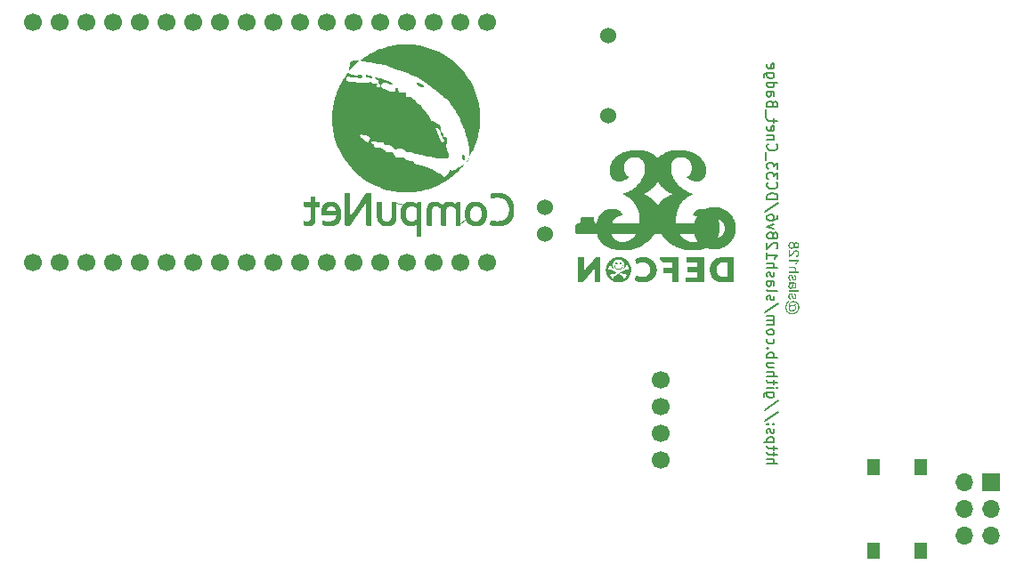
<source format=gbr>
%TF.GenerationSoftware,KiCad,Pcbnew,9.0.0*%
%TF.CreationDate,2025-03-31T14:21:31-07:00*%
%TF.ProjectId,DC33_Cnet_Badge_Main,44433333-5f43-46e6-9574-5f4261646765,rev?*%
%TF.SameCoordinates,Original*%
%TF.FileFunction,Soldermask,Bot*%
%TF.FilePolarity,Negative*%
%FSLAX46Y46*%
G04 Gerber Fmt 4.6, Leading zero omitted, Abs format (unit mm)*
G04 Created by KiCad (PCBNEW 9.0.0) date 2025-03-31 14:21:31*
%MOMM*%
%LPD*%
G01*
G04 APERTURE LIST*
%ADD10C,0.150000*%
%ADD11C,0.000000*%
%ADD12C,0.100000*%
%ADD13C,1.524000*%
%ADD14R,1.700000X1.700000*%
%ADD15O,1.700000X1.700000*%
%ADD16C,1.700000*%
%ADD17R,1.300000X1.550000*%
G04 APERTURE END LIST*
D10*
G36*
X195685631Y-83253995D02*
G01*
X195632852Y-83298691D01*
X195583813Y-83358177D01*
X195538536Y-83435040D01*
X195513215Y-83495717D01*
X195494263Y-83565068D01*
X195482254Y-83644334D01*
X195478025Y-83734909D01*
X195484698Y-83845308D01*
X195504117Y-83946556D01*
X195535727Y-84039907D01*
X195569108Y-84105689D01*
X195609774Y-84162076D01*
X195657906Y-84210078D01*
X195714085Y-84250322D01*
X195775563Y-84281388D01*
X195843386Y-84304077D01*
X195918509Y-84318161D01*
X196002048Y-84323046D01*
X196081104Y-84318444D01*
X196156954Y-84304799D01*
X196230166Y-84282160D01*
X196301245Y-84250322D01*
X196367711Y-84209701D01*
X196425088Y-84162235D01*
X196474189Y-84107661D01*
X196515507Y-84045403D01*
X196548053Y-83977953D01*
X196571324Y-83907214D01*
X196585447Y-83832580D01*
X196590245Y-83753349D01*
X196583477Y-83661460D01*
X196563656Y-83576609D01*
X196531017Y-83497566D01*
X196485985Y-83425192D01*
X196433456Y-83367730D01*
X196373053Y-83323360D01*
X196305286Y-83290790D01*
X196234836Y-83271431D01*
X196160622Y-83264924D01*
X196096762Y-83269911D01*
X196034018Y-83284915D01*
X195971700Y-83310354D01*
X195914011Y-83344779D01*
X195865644Y-83385773D01*
X195825643Y-83433635D01*
X195800320Y-83474564D01*
X195787705Y-83505369D01*
X195784122Y-83528585D01*
X195787473Y-83547024D01*
X195797433Y-83562412D01*
X195812121Y-83572941D01*
X195829185Y-83576395D01*
X195934942Y-83555940D01*
X196392958Y-83457571D01*
X196392958Y-83579815D01*
X196286835Y-83603079D01*
X196326695Y-83631629D01*
X196357861Y-83662542D01*
X196381418Y-83695952D01*
X196404818Y-83751619D01*
X196412498Y-83809342D01*
X196406874Y-83859819D01*
X196389270Y-83912957D01*
X196357848Y-83969931D01*
X196316981Y-84020390D01*
X196263154Y-84066471D01*
X196194267Y-84108234D01*
X196120108Y-84139704D01*
X196047887Y-84157949D01*
X195976707Y-84163921D01*
X195918807Y-84159831D01*
X195865066Y-84147835D01*
X195814774Y-84128079D01*
X195768391Y-84100727D01*
X195732454Y-84069677D01*
X195705476Y-84034839D01*
X195685453Y-83995413D01*
X195673828Y-83956216D01*
X195670000Y-83916625D01*
X195673516Y-83891346D01*
X195771116Y-83891346D01*
X195776616Y-83927337D01*
X195793324Y-83960872D01*
X195823018Y-83993135D01*
X195860073Y-84016799D01*
X195907604Y-84031988D01*
X195968525Y-84037526D01*
X196028285Y-84032375D01*
X196097608Y-84015666D01*
X196164069Y-83989527D01*
X196217103Y-83957597D01*
X196261016Y-83919250D01*
X196288483Y-83882798D01*
X196305178Y-83842832D01*
X196310710Y-83800488D01*
X196305020Y-83758570D01*
X196288246Y-83721583D01*
X196259480Y-83688136D01*
X196222711Y-83663458D01*
X196175648Y-83647704D01*
X196115376Y-83641974D01*
X196046244Y-83648045D01*
X195976341Y-83666582D01*
X195911530Y-83695547D01*
X195861913Y-83729780D01*
X195821497Y-83770388D01*
X195793953Y-83810746D01*
X195776500Y-83853219D01*
X195771116Y-83891346D01*
X195673516Y-83891346D01*
X195677556Y-83862304D01*
X195701263Y-83806289D01*
X195737278Y-83754363D01*
X195784122Y-83706882D01*
X195745664Y-83700930D01*
X195725382Y-83693937D01*
X195701978Y-83676632D01*
X195684349Y-83651256D01*
X195673948Y-83619532D01*
X195670000Y-83575052D01*
X195675143Y-83518880D01*
X195690608Y-83464348D01*
X195716950Y-83410620D01*
X195755367Y-83357038D01*
X195807630Y-83303148D01*
X195872058Y-83252076D01*
X195938739Y-83213305D01*
X196008208Y-83185901D01*
X196081187Y-83169395D01*
X196158546Y-83163808D01*
X196249009Y-83171259D01*
X196333971Y-83193293D01*
X196414696Y-83230059D01*
X196479673Y-83273148D01*
X196535188Y-83322740D01*
X196582062Y-83379130D01*
X196620776Y-83442916D01*
X196650599Y-83511291D01*
X196672184Y-83584339D01*
X196685424Y-83662720D01*
X196689958Y-83747182D01*
X196683318Y-83856394D01*
X196664237Y-83953746D01*
X196633576Y-84040874D01*
X196591650Y-84119164D01*
X196538001Y-84190460D01*
X196473626Y-84253430D01*
X196397566Y-84308535D01*
X196308450Y-84355835D01*
X196206087Y-84393816D01*
X196100655Y-84416532D01*
X195991118Y-84424162D01*
X195892712Y-84417645D01*
X195800235Y-84398455D01*
X195712681Y-84366765D01*
X195648104Y-84331715D01*
X195588309Y-84286672D01*
X195532857Y-84230844D01*
X195485861Y-84167690D01*
X195446806Y-84095339D01*
X195415804Y-84012613D01*
X195394539Y-83926384D01*
X195381417Y-83833384D01*
X195376908Y-83732833D01*
X195382242Y-83623523D01*
X195397201Y-83530465D01*
X195420505Y-83451404D01*
X195453625Y-83375879D01*
X195493085Y-83308992D01*
X195538841Y-83249904D01*
X195591405Y-83196199D01*
X195640142Y-83157138D01*
X195685631Y-83130347D01*
X195685631Y-83253995D01*
G37*
G36*
X195889207Y-83036435D02*
G01*
X195908381Y-82914863D01*
X195861712Y-82903385D01*
X195824876Y-82884300D01*
X195795968Y-82857833D01*
X195775188Y-82824484D01*
X195761825Y-82781730D01*
X195756950Y-82726980D01*
X195761435Y-82671370D01*
X195773338Y-82630670D01*
X195791144Y-82601317D01*
X195816107Y-82577917D01*
X195842528Y-82564673D01*
X195871378Y-82560284D01*
X195896965Y-82564315D01*
X195918243Y-82576089D01*
X195936346Y-82596493D01*
X195951709Y-82631467D01*
X195977623Y-82722217D01*
X196012659Y-82846597D01*
X196036730Y-82909734D01*
X196066975Y-82956246D01*
X196105790Y-82988991D01*
X196152047Y-83009183D01*
X196203243Y-83015980D01*
X196250170Y-83010377D01*
X196293124Y-82993754D01*
X196331011Y-82967530D01*
X196361878Y-82933304D01*
X196380566Y-82901300D01*
X196397782Y-82855085D01*
X196408734Y-82804371D01*
X196412498Y-82748839D01*
X196405933Y-82666686D01*
X196387585Y-82598935D01*
X196367967Y-82557849D01*
X196345417Y-82526635D01*
X196320052Y-82503620D01*
X196272647Y-82478523D01*
X196206174Y-82461243D01*
X196189748Y-82581472D01*
X196225575Y-82590745D01*
X196254604Y-82606561D01*
X196278103Y-82628977D01*
X196294966Y-82656884D01*
X196305902Y-82693116D01*
X196309916Y-82739986D01*
X196306073Y-82796222D01*
X196296194Y-82835000D01*
X196282072Y-82860886D01*
X196261545Y-82881698D01*
X196240083Y-82893291D01*
X196216859Y-82897095D01*
X196194296Y-82893355D01*
X196174056Y-82882074D01*
X196156752Y-82863791D01*
X196141449Y-82834935D01*
X196110186Y-82726308D01*
X196075543Y-82606090D01*
X196053217Y-82544286D01*
X196025667Y-82497812D01*
X195988736Y-82463319D01*
X195959233Y-82447397D01*
X195924598Y-82437458D01*
X195883651Y-82433949D01*
X195843745Y-82437881D01*
X195805399Y-82449679D01*
X195767941Y-82469792D01*
X195735083Y-82496656D01*
X195707171Y-82530796D01*
X195684043Y-82573290D01*
X195667853Y-82619268D01*
X195657836Y-82670018D01*
X195654368Y-82726308D01*
X195658734Y-82798138D01*
X195670774Y-82856525D01*
X195689278Y-82903787D01*
X195713597Y-82941852D01*
X195745539Y-82974527D01*
X195784635Y-83001209D01*
X195832013Y-83021987D01*
X195889207Y-83036435D01*
G37*
G36*
X195670000Y-82290457D02*
G01*
X196674326Y-82290457D01*
X196674326Y-82167541D01*
X195670000Y-82167541D01*
X195670000Y-82290457D01*
G37*
G36*
X195712816Y-81370107D02*
G01*
X195757133Y-81381751D01*
X195817996Y-81386956D01*
X195974265Y-81389567D01*
X196138335Y-81389567D01*
X196214091Y-81391483D01*
X196251847Y-81395734D01*
X196299026Y-81411218D01*
X196335561Y-81434019D01*
X196364564Y-81466972D01*
X196390577Y-81519382D01*
X196406417Y-81582150D01*
X196412498Y-81670324D01*
X196405654Y-81760524D01*
X196386547Y-81835005D01*
X196365958Y-81880196D01*
X196341297Y-81915925D01*
X196312663Y-81943632D01*
X196279019Y-81965413D01*
X196237468Y-81983528D01*
X196186573Y-81997548D01*
X196170209Y-81877320D01*
X196220488Y-81860216D01*
X196255639Y-81839656D01*
X196279141Y-81816198D01*
X196295003Y-81786879D01*
X196305804Y-81745452D01*
X196309916Y-81688093D01*
X196304603Y-81627460D01*
X196290296Y-81581958D01*
X196268456Y-81548080D01*
X196245499Y-81529955D01*
X196211701Y-81517843D01*
X196163065Y-81513215D01*
X196131130Y-81513948D01*
X196110266Y-81594431D01*
X196089059Y-81733217D01*
X196070619Y-81842515D01*
X196053515Y-81889593D01*
X196030258Y-81930992D01*
X195999524Y-81966270D01*
X195959549Y-81994495D01*
X195913505Y-82012590D01*
X195862158Y-82018736D01*
X195817903Y-82014564D01*
X195778907Y-82002498D01*
X195744115Y-81982684D01*
X195712803Y-81954562D01*
X195688424Y-81921070D01*
X195670228Y-81880327D01*
X195658560Y-81830847D01*
X195654368Y-81770769D01*
X195656896Y-81741399D01*
X195750111Y-81741399D01*
X195754293Y-81788167D01*
X195765618Y-81823638D01*
X195783023Y-81850392D01*
X195806990Y-81871181D01*
X195834042Y-81883400D01*
X195865272Y-81887578D01*
X195896089Y-81883293D01*
X195923829Y-81870542D01*
X195946814Y-81850121D01*
X195963885Y-81821999D01*
X195975676Y-81784790D01*
X195988614Y-81714776D01*
X196011817Y-81589656D01*
X196035387Y-81513948D01*
X195990141Y-81513948D01*
X195913848Y-81519669D01*
X195866676Y-81533731D01*
X195833303Y-81554154D01*
X195804995Y-81581000D01*
X195781313Y-81615003D01*
X195764204Y-81652982D01*
X195753725Y-81694845D01*
X195750111Y-81741399D01*
X195656896Y-81741399D01*
X195660453Y-81700086D01*
X195678304Y-81635153D01*
X195709278Y-81573101D01*
X195760308Y-81503689D01*
X195710798Y-81494495D01*
X195670000Y-81479082D01*
X195670000Y-81350671D01*
X195712816Y-81370107D01*
G37*
G36*
X195889207Y-81248578D02*
G01*
X195908381Y-81127006D01*
X195861712Y-81115527D01*
X195824876Y-81096443D01*
X195795968Y-81069975D01*
X195775188Y-81036627D01*
X195761825Y-80993873D01*
X195756950Y-80939122D01*
X195761435Y-80883513D01*
X195773338Y-80842813D01*
X195791144Y-80813459D01*
X195816107Y-80790059D01*
X195842528Y-80776816D01*
X195871378Y-80772426D01*
X195896965Y-80776457D01*
X195918243Y-80788231D01*
X195936346Y-80808635D01*
X195951709Y-80843609D01*
X195977623Y-80934359D01*
X196012659Y-81058740D01*
X196036730Y-81121877D01*
X196066975Y-81168388D01*
X196105790Y-81201133D01*
X196152047Y-81221325D01*
X196203243Y-81228122D01*
X196250170Y-81222520D01*
X196293124Y-81205896D01*
X196331011Y-81179672D01*
X196361878Y-81145446D01*
X196380566Y-81113443D01*
X196397782Y-81067227D01*
X196408734Y-81016514D01*
X196412498Y-80960982D01*
X196405933Y-80878828D01*
X196387585Y-80811078D01*
X196367967Y-80769991D01*
X196345417Y-80738778D01*
X196320052Y-80715762D01*
X196272647Y-80690666D01*
X196206174Y-80673386D01*
X196189748Y-80793614D01*
X196225575Y-80802887D01*
X196254604Y-80818703D01*
X196278103Y-80841120D01*
X196294966Y-80869027D01*
X196305902Y-80905258D01*
X196309916Y-80952128D01*
X196306073Y-81008365D01*
X196296194Y-81047142D01*
X196282072Y-81073028D01*
X196261545Y-81093840D01*
X196240083Y-81105433D01*
X196216859Y-81109237D01*
X196194296Y-81105498D01*
X196174056Y-81094216D01*
X196156752Y-81075934D01*
X196141449Y-81047077D01*
X196110186Y-80938450D01*
X196075543Y-80818232D01*
X196053217Y-80756428D01*
X196025667Y-80709954D01*
X195988736Y-80675462D01*
X195959233Y-80659539D01*
X195924598Y-80649600D01*
X195883651Y-80646092D01*
X195843745Y-80650023D01*
X195805399Y-80661822D01*
X195767941Y-80681934D01*
X195735083Y-80708798D01*
X195707171Y-80742938D01*
X195684043Y-80785432D01*
X195667853Y-80831410D01*
X195657836Y-80882160D01*
X195654368Y-80938450D01*
X195658734Y-81010280D01*
X195670774Y-81068667D01*
X195689278Y-81115929D01*
X195713597Y-81153995D01*
X195745539Y-81186669D01*
X195784635Y-81213352D01*
X195832013Y-81234129D01*
X195889207Y-81248578D01*
G37*
G36*
X195670000Y-80499912D02*
G01*
X196674326Y-80499912D01*
X196674326Y-80376936D01*
X196313091Y-80376936D01*
X196357034Y-80330480D01*
X196387663Y-80279537D01*
X196406146Y-80223111D01*
X196412498Y-80159682D01*
X196408732Y-80106728D01*
X196397965Y-80060409D01*
X196380685Y-80019670D01*
X196356314Y-79983216D01*
X196327174Y-79955195D01*
X196292819Y-79934612D01*
X196254408Y-79921476D01*
X196201473Y-79912408D01*
X196130153Y-79908967D01*
X195670000Y-79908967D01*
X195670000Y-80031943D01*
X196130458Y-80031943D01*
X196190866Y-80037206D01*
X196234260Y-80051112D01*
X196264914Y-80071938D01*
X196287644Y-80101091D01*
X196301864Y-80137998D01*
X196306985Y-80184961D01*
X196299927Y-80237846D01*
X196278592Y-80287787D01*
X196257101Y-80317181D01*
X196231584Y-80339848D01*
X196201594Y-80356481D01*
X196148080Y-80371142D01*
X196067505Y-80376936D01*
X195670000Y-80376936D01*
X195670000Y-80499912D01*
G37*
G36*
X195670000Y-79293230D02*
G01*
X195670000Y-79416207D01*
X196455607Y-79416207D01*
X196414892Y-79465142D01*
X196370671Y-79532650D01*
X196332230Y-79603694D01*
X196306985Y-79662098D01*
X196424221Y-79662098D01*
X196459802Y-79595216D01*
X196499378Y-79535293D01*
X196542923Y-79481786D01*
X196591845Y-79432697D01*
X196636756Y-79396994D01*
X196678234Y-79372487D01*
X196678234Y-79293230D01*
X195670000Y-79293230D01*
G37*
G36*
X195786259Y-78332501D02*
G01*
X195670000Y-78332501D01*
X195670000Y-78994399D01*
X195713535Y-78991504D01*
X195755240Y-78980050D01*
X195820739Y-78948075D01*
X195888169Y-78899145D01*
X195954298Y-78835775D01*
X196039539Y-78738250D01*
X196133016Y-78630196D01*
X196202360Y-78559799D01*
X196252641Y-78517637D01*
X196307188Y-78484220D01*
X196356257Y-78465958D01*
X196401324Y-78460240D01*
X196448045Y-78466139D01*
X196488816Y-78483372D01*
X196525155Y-78512508D01*
X196552769Y-78550033D01*
X196569693Y-78594763D01*
X196575652Y-78648735D01*
X196569280Y-78705738D01*
X196551272Y-78752348D01*
X196521980Y-78790884D01*
X196483164Y-78819725D01*
X196434569Y-78837949D01*
X196373419Y-78844801D01*
X196386486Y-78971196D01*
X196456923Y-78959346D01*
X196515314Y-78938745D01*
X196563687Y-78910131D01*
X196603557Y-78873499D01*
X196635187Y-78829352D01*
X196658413Y-78777732D01*
X196673052Y-78717229D01*
X196678234Y-78646048D01*
X196672687Y-78574443D01*
X196657005Y-78513740D01*
X196632053Y-78462033D01*
X196597878Y-78417864D01*
X196555053Y-78380914D01*
X196508246Y-78354968D01*
X196456586Y-78339249D01*
X196398820Y-78333845D01*
X196339280Y-78339925D01*
X196280057Y-78358452D01*
X196222615Y-78389534D01*
X196157142Y-78440090D01*
X196088177Y-78507958D01*
X195980066Y-78629623D01*
X195893192Y-78729900D01*
X195853243Y-78771772D01*
X195819222Y-78800916D01*
X195786259Y-78823613D01*
X195786259Y-78332501D01*
G37*
G36*
X196018907Y-77548107D02*
G01*
X196071817Y-77564264D01*
X196118613Y-77590675D01*
X196158384Y-77626709D01*
X196190766Y-77672890D01*
X196215821Y-77731053D01*
X196238139Y-77683901D01*
X196264685Y-77647494D01*
X196295383Y-77620106D01*
X196331303Y-77599993D01*
X196371378Y-77587756D01*
X196416650Y-77583531D01*
X196469618Y-77588609D01*
X196517487Y-77603458D01*
X196561369Y-77628121D01*
X196602030Y-77663459D01*
X196634679Y-77705486D01*
X196658323Y-77753801D01*
X196673058Y-77809605D01*
X196678234Y-77874485D01*
X196673148Y-77939131D01*
X196658699Y-77994515D01*
X196635577Y-78042248D01*
X196603740Y-78083557D01*
X196563994Y-78118162D01*
X196520720Y-78142401D01*
X196473127Y-78157052D01*
X196420069Y-78162081D01*
X196372974Y-78157775D01*
X196331924Y-78145392D01*
X196295750Y-78125200D01*
X196264935Y-78097491D01*
X196238255Y-78060324D01*
X196215821Y-78011810D01*
X196194486Y-78069560D01*
X196164503Y-78115970D01*
X196125757Y-78152861D01*
X196079447Y-78179820D01*
X196025422Y-78196514D01*
X195961809Y-78202381D01*
X195897733Y-78196504D01*
X195840660Y-78179452D01*
X195789195Y-78151395D01*
X195742356Y-78111584D01*
X195704566Y-78063685D01*
X195677279Y-78008829D01*
X195660316Y-77945684D01*
X195654368Y-77872470D01*
X195654482Y-77871065D01*
X195756950Y-77871065D01*
X195763686Y-77925989D01*
X195783817Y-77977006D01*
X195804369Y-78007261D01*
X195829539Y-78031793D01*
X195859776Y-78051133D01*
X195909949Y-78069892D01*
X195961198Y-78076046D01*
X196016070Y-78069502D01*
X196063125Y-78050578D01*
X196104202Y-78019016D01*
X196135828Y-77977944D01*
X196154830Y-77930644D01*
X196161416Y-77875218D01*
X196161015Y-77871798D01*
X196263998Y-77871798D01*
X196269251Y-77918703D01*
X196284207Y-77957750D01*
X196308695Y-77990683D01*
X196341010Y-78015874D01*
X196378868Y-78031105D01*
X196423916Y-78036418D01*
X196463487Y-78031254D01*
X196498738Y-78016013D01*
X196530894Y-77989951D01*
X196555574Y-77956658D01*
X196570475Y-77918225D01*
X196575652Y-77873142D01*
X196570403Y-77828562D01*
X196555220Y-77790236D01*
X196529918Y-77756699D01*
X196496996Y-77730642D01*
X196459868Y-77715174D01*
X196417138Y-77709865D01*
X196376137Y-77714996D01*
X196340327Y-77729982D01*
X196308389Y-77755294D01*
X196283999Y-77787938D01*
X196269179Y-77826228D01*
X196263998Y-77871798D01*
X196161015Y-77871798D01*
X196154752Y-77818358D01*
X196135517Y-77769695D01*
X196103531Y-77727329D01*
X196061797Y-77694640D01*
X196013664Y-77675021D01*
X195957168Y-77668222D01*
X195901446Y-77674850D01*
X195854189Y-77693929D01*
X195813431Y-77725619D01*
X195782301Y-77766817D01*
X195763494Y-77814646D01*
X195756950Y-77871065D01*
X195654482Y-77871065D01*
X195660295Y-77799234D01*
X195677195Y-77736080D01*
X195704371Y-77681232D01*
X195741990Y-77633356D01*
X195788711Y-77593387D01*
X195839663Y-77565325D01*
X195895776Y-77548335D01*
X195958389Y-77542498D01*
X196018907Y-77548107D01*
G37*
X193630180Y-98663220D02*
X194630180Y-98663220D01*
X193630180Y-98234649D02*
X194153990Y-98234649D01*
X194153990Y-98234649D02*
X194249228Y-98282268D01*
X194249228Y-98282268D02*
X194296847Y-98377506D01*
X194296847Y-98377506D02*
X194296847Y-98520363D01*
X194296847Y-98520363D02*
X194249228Y-98615601D01*
X194249228Y-98615601D02*
X194201609Y-98663220D01*
X194296847Y-97901315D02*
X194296847Y-97520363D01*
X194630180Y-97758458D02*
X193773038Y-97758458D01*
X193773038Y-97758458D02*
X193677800Y-97710839D01*
X193677800Y-97710839D02*
X193630180Y-97615601D01*
X193630180Y-97615601D02*
X193630180Y-97520363D01*
X194296847Y-97329886D02*
X194296847Y-96948934D01*
X194630180Y-97187029D02*
X193773038Y-97187029D01*
X193773038Y-97187029D02*
X193677800Y-97139410D01*
X193677800Y-97139410D02*
X193630180Y-97044172D01*
X193630180Y-97044172D02*
X193630180Y-96948934D01*
X194296847Y-96615600D02*
X193296847Y-96615600D01*
X194249228Y-96615600D02*
X194296847Y-96520362D01*
X194296847Y-96520362D02*
X194296847Y-96329886D01*
X194296847Y-96329886D02*
X194249228Y-96234648D01*
X194249228Y-96234648D02*
X194201609Y-96187029D01*
X194201609Y-96187029D02*
X194106371Y-96139410D01*
X194106371Y-96139410D02*
X193820657Y-96139410D01*
X193820657Y-96139410D02*
X193725419Y-96187029D01*
X193725419Y-96187029D02*
X193677800Y-96234648D01*
X193677800Y-96234648D02*
X193630180Y-96329886D01*
X193630180Y-96329886D02*
X193630180Y-96520362D01*
X193630180Y-96520362D02*
X193677800Y-96615600D01*
X193677800Y-95758457D02*
X193630180Y-95663219D01*
X193630180Y-95663219D02*
X193630180Y-95472743D01*
X193630180Y-95472743D02*
X193677800Y-95377505D01*
X193677800Y-95377505D02*
X193773038Y-95329886D01*
X193773038Y-95329886D02*
X193820657Y-95329886D01*
X193820657Y-95329886D02*
X193915895Y-95377505D01*
X193915895Y-95377505D02*
X193963514Y-95472743D01*
X193963514Y-95472743D02*
X193963514Y-95615600D01*
X193963514Y-95615600D02*
X194011133Y-95710838D01*
X194011133Y-95710838D02*
X194106371Y-95758457D01*
X194106371Y-95758457D02*
X194153990Y-95758457D01*
X194153990Y-95758457D02*
X194249228Y-95710838D01*
X194249228Y-95710838D02*
X194296847Y-95615600D01*
X194296847Y-95615600D02*
X194296847Y-95472743D01*
X194296847Y-95472743D02*
X194249228Y-95377505D01*
X193725419Y-94901314D02*
X193677800Y-94853695D01*
X193677800Y-94853695D02*
X193630180Y-94901314D01*
X193630180Y-94901314D02*
X193677800Y-94948933D01*
X193677800Y-94948933D02*
X193725419Y-94901314D01*
X193725419Y-94901314D02*
X193630180Y-94901314D01*
X194249228Y-94901314D02*
X194201609Y-94853695D01*
X194201609Y-94853695D02*
X194153990Y-94901314D01*
X194153990Y-94901314D02*
X194201609Y-94948933D01*
X194201609Y-94948933D02*
X194249228Y-94901314D01*
X194249228Y-94901314D02*
X194153990Y-94901314D01*
X194677800Y-93710839D02*
X193392085Y-94567981D01*
X194677800Y-92663220D02*
X193392085Y-93520362D01*
X194296847Y-91901315D02*
X193487323Y-91901315D01*
X193487323Y-91901315D02*
X193392085Y-91948934D01*
X193392085Y-91948934D02*
X193344466Y-91996553D01*
X193344466Y-91996553D02*
X193296847Y-92091791D01*
X193296847Y-92091791D02*
X193296847Y-92234648D01*
X193296847Y-92234648D02*
X193344466Y-92329886D01*
X193677800Y-91901315D02*
X193630180Y-91996553D01*
X193630180Y-91996553D02*
X193630180Y-92187029D01*
X193630180Y-92187029D02*
X193677800Y-92282267D01*
X193677800Y-92282267D02*
X193725419Y-92329886D01*
X193725419Y-92329886D02*
X193820657Y-92377505D01*
X193820657Y-92377505D02*
X194106371Y-92377505D01*
X194106371Y-92377505D02*
X194201609Y-92329886D01*
X194201609Y-92329886D02*
X194249228Y-92282267D01*
X194249228Y-92282267D02*
X194296847Y-92187029D01*
X194296847Y-92187029D02*
X194296847Y-91996553D01*
X194296847Y-91996553D02*
X194249228Y-91901315D01*
X193630180Y-91425124D02*
X194296847Y-91425124D01*
X194630180Y-91425124D02*
X194582561Y-91472743D01*
X194582561Y-91472743D02*
X194534942Y-91425124D01*
X194534942Y-91425124D02*
X194582561Y-91377505D01*
X194582561Y-91377505D02*
X194630180Y-91425124D01*
X194630180Y-91425124D02*
X194534942Y-91425124D01*
X194296847Y-91091791D02*
X194296847Y-90710839D01*
X194630180Y-90948934D02*
X193773038Y-90948934D01*
X193773038Y-90948934D02*
X193677800Y-90901315D01*
X193677800Y-90901315D02*
X193630180Y-90806077D01*
X193630180Y-90806077D02*
X193630180Y-90710839D01*
X193630180Y-90377505D02*
X194630180Y-90377505D01*
X193630180Y-89948934D02*
X194153990Y-89948934D01*
X194153990Y-89948934D02*
X194249228Y-89996553D01*
X194249228Y-89996553D02*
X194296847Y-90091791D01*
X194296847Y-90091791D02*
X194296847Y-90234648D01*
X194296847Y-90234648D02*
X194249228Y-90329886D01*
X194249228Y-90329886D02*
X194201609Y-90377505D01*
X194296847Y-89044172D02*
X193630180Y-89044172D01*
X194296847Y-89472743D02*
X193773038Y-89472743D01*
X193773038Y-89472743D02*
X193677800Y-89425124D01*
X193677800Y-89425124D02*
X193630180Y-89329886D01*
X193630180Y-89329886D02*
X193630180Y-89187029D01*
X193630180Y-89187029D02*
X193677800Y-89091791D01*
X193677800Y-89091791D02*
X193725419Y-89044172D01*
X193630180Y-88567981D02*
X194630180Y-88567981D01*
X194249228Y-88567981D02*
X194296847Y-88472743D01*
X194296847Y-88472743D02*
X194296847Y-88282267D01*
X194296847Y-88282267D02*
X194249228Y-88187029D01*
X194249228Y-88187029D02*
X194201609Y-88139410D01*
X194201609Y-88139410D02*
X194106371Y-88091791D01*
X194106371Y-88091791D02*
X193820657Y-88091791D01*
X193820657Y-88091791D02*
X193725419Y-88139410D01*
X193725419Y-88139410D02*
X193677800Y-88187029D01*
X193677800Y-88187029D02*
X193630180Y-88282267D01*
X193630180Y-88282267D02*
X193630180Y-88472743D01*
X193630180Y-88472743D02*
X193677800Y-88567981D01*
X193725419Y-87663219D02*
X193677800Y-87615600D01*
X193677800Y-87615600D02*
X193630180Y-87663219D01*
X193630180Y-87663219D02*
X193677800Y-87710838D01*
X193677800Y-87710838D02*
X193725419Y-87663219D01*
X193725419Y-87663219D02*
X193630180Y-87663219D01*
X193677800Y-86758458D02*
X193630180Y-86853696D01*
X193630180Y-86853696D02*
X193630180Y-87044172D01*
X193630180Y-87044172D02*
X193677800Y-87139410D01*
X193677800Y-87139410D02*
X193725419Y-87187029D01*
X193725419Y-87187029D02*
X193820657Y-87234648D01*
X193820657Y-87234648D02*
X194106371Y-87234648D01*
X194106371Y-87234648D02*
X194201609Y-87187029D01*
X194201609Y-87187029D02*
X194249228Y-87139410D01*
X194249228Y-87139410D02*
X194296847Y-87044172D01*
X194296847Y-87044172D02*
X194296847Y-86853696D01*
X194296847Y-86853696D02*
X194249228Y-86758458D01*
X193630180Y-86187029D02*
X193677800Y-86282267D01*
X193677800Y-86282267D02*
X193725419Y-86329886D01*
X193725419Y-86329886D02*
X193820657Y-86377505D01*
X193820657Y-86377505D02*
X194106371Y-86377505D01*
X194106371Y-86377505D02*
X194201609Y-86329886D01*
X194201609Y-86329886D02*
X194249228Y-86282267D01*
X194249228Y-86282267D02*
X194296847Y-86187029D01*
X194296847Y-86187029D02*
X194296847Y-86044172D01*
X194296847Y-86044172D02*
X194249228Y-85948934D01*
X194249228Y-85948934D02*
X194201609Y-85901315D01*
X194201609Y-85901315D02*
X194106371Y-85853696D01*
X194106371Y-85853696D02*
X193820657Y-85853696D01*
X193820657Y-85853696D02*
X193725419Y-85901315D01*
X193725419Y-85901315D02*
X193677800Y-85948934D01*
X193677800Y-85948934D02*
X193630180Y-86044172D01*
X193630180Y-86044172D02*
X193630180Y-86187029D01*
X193630180Y-85425124D02*
X194296847Y-85425124D01*
X194201609Y-85425124D02*
X194249228Y-85377505D01*
X194249228Y-85377505D02*
X194296847Y-85282267D01*
X194296847Y-85282267D02*
X194296847Y-85139410D01*
X194296847Y-85139410D02*
X194249228Y-85044172D01*
X194249228Y-85044172D02*
X194153990Y-84996553D01*
X194153990Y-84996553D02*
X193630180Y-84996553D01*
X194153990Y-84996553D02*
X194249228Y-84948934D01*
X194249228Y-84948934D02*
X194296847Y-84853696D01*
X194296847Y-84853696D02*
X194296847Y-84710839D01*
X194296847Y-84710839D02*
X194249228Y-84615600D01*
X194249228Y-84615600D02*
X194153990Y-84567981D01*
X194153990Y-84567981D02*
X193630180Y-84567981D01*
X194677800Y-83377506D02*
X193392085Y-84234648D01*
X193677800Y-83091791D02*
X193630180Y-82996553D01*
X193630180Y-82996553D02*
X193630180Y-82806077D01*
X193630180Y-82806077D02*
X193677800Y-82710839D01*
X193677800Y-82710839D02*
X193773038Y-82663220D01*
X193773038Y-82663220D02*
X193820657Y-82663220D01*
X193820657Y-82663220D02*
X193915895Y-82710839D01*
X193915895Y-82710839D02*
X193963514Y-82806077D01*
X193963514Y-82806077D02*
X193963514Y-82948934D01*
X193963514Y-82948934D02*
X194011133Y-83044172D01*
X194011133Y-83044172D02*
X194106371Y-83091791D01*
X194106371Y-83091791D02*
X194153990Y-83091791D01*
X194153990Y-83091791D02*
X194249228Y-83044172D01*
X194249228Y-83044172D02*
X194296847Y-82948934D01*
X194296847Y-82948934D02*
X194296847Y-82806077D01*
X194296847Y-82806077D02*
X194249228Y-82710839D01*
X193630180Y-82091791D02*
X193677800Y-82187029D01*
X193677800Y-82187029D02*
X193773038Y-82234648D01*
X193773038Y-82234648D02*
X194630180Y-82234648D01*
X193630180Y-81282267D02*
X194153990Y-81282267D01*
X194153990Y-81282267D02*
X194249228Y-81329886D01*
X194249228Y-81329886D02*
X194296847Y-81425124D01*
X194296847Y-81425124D02*
X194296847Y-81615600D01*
X194296847Y-81615600D02*
X194249228Y-81710838D01*
X193677800Y-81282267D02*
X193630180Y-81377505D01*
X193630180Y-81377505D02*
X193630180Y-81615600D01*
X193630180Y-81615600D02*
X193677800Y-81710838D01*
X193677800Y-81710838D02*
X193773038Y-81758457D01*
X193773038Y-81758457D02*
X193868276Y-81758457D01*
X193868276Y-81758457D02*
X193963514Y-81710838D01*
X193963514Y-81710838D02*
X194011133Y-81615600D01*
X194011133Y-81615600D02*
X194011133Y-81377505D01*
X194011133Y-81377505D02*
X194058752Y-81282267D01*
X193677800Y-80853695D02*
X193630180Y-80758457D01*
X193630180Y-80758457D02*
X193630180Y-80567981D01*
X193630180Y-80567981D02*
X193677800Y-80472743D01*
X193677800Y-80472743D02*
X193773038Y-80425124D01*
X193773038Y-80425124D02*
X193820657Y-80425124D01*
X193820657Y-80425124D02*
X193915895Y-80472743D01*
X193915895Y-80472743D02*
X193963514Y-80567981D01*
X193963514Y-80567981D02*
X193963514Y-80710838D01*
X193963514Y-80710838D02*
X194011133Y-80806076D01*
X194011133Y-80806076D02*
X194106371Y-80853695D01*
X194106371Y-80853695D02*
X194153990Y-80853695D01*
X194153990Y-80853695D02*
X194249228Y-80806076D01*
X194249228Y-80806076D02*
X194296847Y-80710838D01*
X194296847Y-80710838D02*
X194296847Y-80567981D01*
X194296847Y-80567981D02*
X194249228Y-80472743D01*
X193630180Y-79996552D02*
X194630180Y-79996552D01*
X193630180Y-79567981D02*
X194153990Y-79567981D01*
X194153990Y-79567981D02*
X194249228Y-79615600D01*
X194249228Y-79615600D02*
X194296847Y-79710838D01*
X194296847Y-79710838D02*
X194296847Y-79853695D01*
X194296847Y-79853695D02*
X194249228Y-79948933D01*
X194249228Y-79948933D02*
X194201609Y-79996552D01*
X193630180Y-78567981D02*
X193630180Y-79139409D01*
X193630180Y-78853695D02*
X194630180Y-78853695D01*
X194630180Y-78853695D02*
X194487323Y-78948933D01*
X194487323Y-78948933D02*
X194392085Y-79044171D01*
X194392085Y-79044171D02*
X194344466Y-79139409D01*
X194534942Y-78187028D02*
X194582561Y-78139409D01*
X194582561Y-78139409D02*
X194630180Y-78044171D01*
X194630180Y-78044171D02*
X194630180Y-77806076D01*
X194630180Y-77806076D02*
X194582561Y-77710838D01*
X194582561Y-77710838D02*
X194534942Y-77663219D01*
X194534942Y-77663219D02*
X194439704Y-77615600D01*
X194439704Y-77615600D02*
X194344466Y-77615600D01*
X194344466Y-77615600D02*
X194201609Y-77663219D01*
X194201609Y-77663219D02*
X193630180Y-78234647D01*
X193630180Y-78234647D02*
X193630180Y-77615600D01*
X194201609Y-77044171D02*
X194249228Y-77139409D01*
X194249228Y-77139409D02*
X194296847Y-77187028D01*
X194296847Y-77187028D02*
X194392085Y-77234647D01*
X194392085Y-77234647D02*
X194439704Y-77234647D01*
X194439704Y-77234647D02*
X194534942Y-77187028D01*
X194534942Y-77187028D02*
X194582561Y-77139409D01*
X194582561Y-77139409D02*
X194630180Y-77044171D01*
X194630180Y-77044171D02*
X194630180Y-76853695D01*
X194630180Y-76853695D02*
X194582561Y-76758457D01*
X194582561Y-76758457D02*
X194534942Y-76710838D01*
X194534942Y-76710838D02*
X194439704Y-76663219D01*
X194439704Y-76663219D02*
X194392085Y-76663219D01*
X194392085Y-76663219D02*
X194296847Y-76710838D01*
X194296847Y-76710838D02*
X194249228Y-76758457D01*
X194249228Y-76758457D02*
X194201609Y-76853695D01*
X194201609Y-76853695D02*
X194201609Y-77044171D01*
X194201609Y-77044171D02*
X194153990Y-77139409D01*
X194153990Y-77139409D02*
X194106371Y-77187028D01*
X194106371Y-77187028D02*
X194011133Y-77234647D01*
X194011133Y-77234647D02*
X193820657Y-77234647D01*
X193820657Y-77234647D02*
X193725419Y-77187028D01*
X193725419Y-77187028D02*
X193677800Y-77139409D01*
X193677800Y-77139409D02*
X193630180Y-77044171D01*
X193630180Y-77044171D02*
X193630180Y-76853695D01*
X193630180Y-76853695D02*
X193677800Y-76758457D01*
X193677800Y-76758457D02*
X193725419Y-76710838D01*
X193725419Y-76710838D02*
X193820657Y-76663219D01*
X193820657Y-76663219D02*
X194011133Y-76663219D01*
X194011133Y-76663219D02*
X194106371Y-76710838D01*
X194106371Y-76710838D02*
X194153990Y-76758457D01*
X194153990Y-76758457D02*
X194201609Y-76853695D01*
X194296847Y-76329885D02*
X193630180Y-76091790D01*
X193630180Y-76091790D02*
X194296847Y-75853695D01*
X194630180Y-75044171D02*
X194630180Y-75234647D01*
X194630180Y-75234647D02*
X194582561Y-75329885D01*
X194582561Y-75329885D02*
X194534942Y-75377504D01*
X194534942Y-75377504D02*
X194392085Y-75472742D01*
X194392085Y-75472742D02*
X194201609Y-75520361D01*
X194201609Y-75520361D02*
X193820657Y-75520361D01*
X193820657Y-75520361D02*
X193725419Y-75472742D01*
X193725419Y-75472742D02*
X193677800Y-75425123D01*
X193677800Y-75425123D02*
X193630180Y-75329885D01*
X193630180Y-75329885D02*
X193630180Y-75139409D01*
X193630180Y-75139409D02*
X193677800Y-75044171D01*
X193677800Y-75044171D02*
X193725419Y-74996552D01*
X193725419Y-74996552D02*
X193820657Y-74948933D01*
X193820657Y-74948933D02*
X194058752Y-74948933D01*
X194058752Y-74948933D02*
X194153990Y-74996552D01*
X194153990Y-74996552D02*
X194201609Y-75044171D01*
X194201609Y-75044171D02*
X194249228Y-75139409D01*
X194249228Y-75139409D02*
X194249228Y-75329885D01*
X194249228Y-75329885D02*
X194201609Y-75425123D01*
X194201609Y-75425123D02*
X194153990Y-75472742D01*
X194153990Y-75472742D02*
X194058752Y-75520361D01*
X194677800Y-73806076D02*
X193392085Y-74663218D01*
X193630180Y-73472742D02*
X194630180Y-73472742D01*
X194630180Y-73472742D02*
X194630180Y-73234647D01*
X194630180Y-73234647D02*
X194582561Y-73091790D01*
X194582561Y-73091790D02*
X194487323Y-72996552D01*
X194487323Y-72996552D02*
X194392085Y-72948933D01*
X194392085Y-72948933D02*
X194201609Y-72901314D01*
X194201609Y-72901314D02*
X194058752Y-72901314D01*
X194058752Y-72901314D02*
X193868276Y-72948933D01*
X193868276Y-72948933D02*
X193773038Y-72996552D01*
X193773038Y-72996552D02*
X193677800Y-73091790D01*
X193677800Y-73091790D02*
X193630180Y-73234647D01*
X193630180Y-73234647D02*
X193630180Y-73472742D01*
X193725419Y-71901314D02*
X193677800Y-71948933D01*
X193677800Y-71948933D02*
X193630180Y-72091790D01*
X193630180Y-72091790D02*
X193630180Y-72187028D01*
X193630180Y-72187028D02*
X193677800Y-72329885D01*
X193677800Y-72329885D02*
X193773038Y-72425123D01*
X193773038Y-72425123D02*
X193868276Y-72472742D01*
X193868276Y-72472742D02*
X194058752Y-72520361D01*
X194058752Y-72520361D02*
X194201609Y-72520361D01*
X194201609Y-72520361D02*
X194392085Y-72472742D01*
X194392085Y-72472742D02*
X194487323Y-72425123D01*
X194487323Y-72425123D02*
X194582561Y-72329885D01*
X194582561Y-72329885D02*
X194630180Y-72187028D01*
X194630180Y-72187028D02*
X194630180Y-72091790D01*
X194630180Y-72091790D02*
X194582561Y-71948933D01*
X194582561Y-71948933D02*
X194534942Y-71901314D01*
X194630180Y-71567980D02*
X194630180Y-70948933D01*
X194630180Y-70948933D02*
X194249228Y-71282266D01*
X194249228Y-71282266D02*
X194249228Y-71139409D01*
X194249228Y-71139409D02*
X194201609Y-71044171D01*
X194201609Y-71044171D02*
X194153990Y-70996552D01*
X194153990Y-70996552D02*
X194058752Y-70948933D01*
X194058752Y-70948933D02*
X193820657Y-70948933D01*
X193820657Y-70948933D02*
X193725419Y-70996552D01*
X193725419Y-70996552D02*
X193677800Y-71044171D01*
X193677800Y-71044171D02*
X193630180Y-71139409D01*
X193630180Y-71139409D02*
X193630180Y-71425123D01*
X193630180Y-71425123D02*
X193677800Y-71520361D01*
X193677800Y-71520361D02*
X193725419Y-71567980D01*
X194630180Y-70615599D02*
X194630180Y-69996552D01*
X194630180Y-69996552D02*
X194249228Y-70329885D01*
X194249228Y-70329885D02*
X194249228Y-70187028D01*
X194249228Y-70187028D02*
X194201609Y-70091790D01*
X194201609Y-70091790D02*
X194153990Y-70044171D01*
X194153990Y-70044171D02*
X194058752Y-69996552D01*
X194058752Y-69996552D02*
X193820657Y-69996552D01*
X193820657Y-69996552D02*
X193725419Y-70044171D01*
X193725419Y-70044171D02*
X193677800Y-70091790D01*
X193677800Y-70091790D02*
X193630180Y-70187028D01*
X193630180Y-70187028D02*
X193630180Y-70472742D01*
X193630180Y-70472742D02*
X193677800Y-70567980D01*
X193677800Y-70567980D02*
X193725419Y-70615599D01*
X193534942Y-69806076D02*
X193534942Y-69044171D01*
X193725419Y-68234647D02*
X193677800Y-68282266D01*
X193677800Y-68282266D02*
X193630180Y-68425123D01*
X193630180Y-68425123D02*
X193630180Y-68520361D01*
X193630180Y-68520361D02*
X193677800Y-68663218D01*
X193677800Y-68663218D02*
X193773038Y-68758456D01*
X193773038Y-68758456D02*
X193868276Y-68806075D01*
X193868276Y-68806075D02*
X194058752Y-68853694D01*
X194058752Y-68853694D02*
X194201609Y-68853694D01*
X194201609Y-68853694D02*
X194392085Y-68806075D01*
X194392085Y-68806075D02*
X194487323Y-68758456D01*
X194487323Y-68758456D02*
X194582561Y-68663218D01*
X194582561Y-68663218D02*
X194630180Y-68520361D01*
X194630180Y-68520361D02*
X194630180Y-68425123D01*
X194630180Y-68425123D02*
X194582561Y-68282266D01*
X194582561Y-68282266D02*
X194534942Y-68234647D01*
X194296847Y-67806075D02*
X193630180Y-67806075D01*
X194201609Y-67806075D02*
X194249228Y-67758456D01*
X194249228Y-67758456D02*
X194296847Y-67663218D01*
X194296847Y-67663218D02*
X194296847Y-67520361D01*
X194296847Y-67520361D02*
X194249228Y-67425123D01*
X194249228Y-67425123D02*
X194153990Y-67377504D01*
X194153990Y-67377504D02*
X193630180Y-67377504D01*
X193677800Y-66520361D02*
X193630180Y-66615599D01*
X193630180Y-66615599D02*
X193630180Y-66806075D01*
X193630180Y-66806075D02*
X193677800Y-66901313D01*
X193677800Y-66901313D02*
X193773038Y-66948932D01*
X193773038Y-66948932D02*
X194153990Y-66948932D01*
X194153990Y-66948932D02*
X194249228Y-66901313D01*
X194249228Y-66901313D02*
X194296847Y-66806075D01*
X194296847Y-66806075D02*
X194296847Y-66615599D01*
X194296847Y-66615599D02*
X194249228Y-66520361D01*
X194249228Y-66520361D02*
X194153990Y-66472742D01*
X194153990Y-66472742D02*
X194058752Y-66472742D01*
X194058752Y-66472742D02*
X193963514Y-66948932D01*
X194296847Y-66187027D02*
X194296847Y-65806075D01*
X194630180Y-66044170D02*
X193773038Y-66044170D01*
X193773038Y-66044170D02*
X193677800Y-65996551D01*
X193677800Y-65996551D02*
X193630180Y-65901313D01*
X193630180Y-65901313D02*
X193630180Y-65806075D01*
X193534942Y-65710837D02*
X193534942Y-64948932D01*
X194153990Y-64377503D02*
X194106371Y-64234646D01*
X194106371Y-64234646D02*
X194058752Y-64187027D01*
X194058752Y-64187027D02*
X193963514Y-64139408D01*
X193963514Y-64139408D02*
X193820657Y-64139408D01*
X193820657Y-64139408D02*
X193725419Y-64187027D01*
X193725419Y-64187027D02*
X193677800Y-64234646D01*
X193677800Y-64234646D02*
X193630180Y-64329884D01*
X193630180Y-64329884D02*
X193630180Y-64710836D01*
X193630180Y-64710836D02*
X194630180Y-64710836D01*
X194630180Y-64710836D02*
X194630180Y-64377503D01*
X194630180Y-64377503D02*
X194582561Y-64282265D01*
X194582561Y-64282265D02*
X194534942Y-64234646D01*
X194534942Y-64234646D02*
X194439704Y-64187027D01*
X194439704Y-64187027D02*
X194344466Y-64187027D01*
X194344466Y-64187027D02*
X194249228Y-64234646D01*
X194249228Y-64234646D02*
X194201609Y-64282265D01*
X194201609Y-64282265D02*
X194153990Y-64377503D01*
X194153990Y-64377503D02*
X194153990Y-64710836D01*
X193630180Y-63282265D02*
X194153990Y-63282265D01*
X194153990Y-63282265D02*
X194249228Y-63329884D01*
X194249228Y-63329884D02*
X194296847Y-63425122D01*
X194296847Y-63425122D02*
X194296847Y-63615598D01*
X194296847Y-63615598D02*
X194249228Y-63710836D01*
X193677800Y-63282265D02*
X193630180Y-63377503D01*
X193630180Y-63377503D02*
X193630180Y-63615598D01*
X193630180Y-63615598D02*
X193677800Y-63710836D01*
X193677800Y-63710836D02*
X193773038Y-63758455D01*
X193773038Y-63758455D02*
X193868276Y-63758455D01*
X193868276Y-63758455D02*
X193963514Y-63710836D01*
X193963514Y-63710836D02*
X194011133Y-63615598D01*
X194011133Y-63615598D02*
X194011133Y-63377503D01*
X194011133Y-63377503D02*
X194058752Y-63282265D01*
X193630180Y-62377503D02*
X194630180Y-62377503D01*
X193677800Y-62377503D02*
X193630180Y-62472741D01*
X193630180Y-62472741D02*
X193630180Y-62663217D01*
X193630180Y-62663217D02*
X193677800Y-62758455D01*
X193677800Y-62758455D02*
X193725419Y-62806074D01*
X193725419Y-62806074D02*
X193820657Y-62853693D01*
X193820657Y-62853693D02*
X194106371Y-62853693D01*
X194106371Y-62853693D02*
X194201609Y-62806074D01*
X194201609Y-62806074D02*
X194249228Y-62758455D01*
X194249228Y-62758455D02*
X194296847Y-62663217D01*
X194296847Y-62663217D02*
X194296847Y-62472741D01*
X194296847Y-62472741D02*
X194249228Y-62377503D01*
X194296847Y-61472741D02*
X193487323Y-61472741D01*
X193487323Y-61472741D02*
X193392085Y-61520360D01*
X193392085Y-61520360D02*
X193344466Y-61567979D01*
X193344466Y-61567979D02*
X193296847Y-61663217D01*
X193296847Y-61663217D02*
X193296847Y-61806074D01*
X193296847Y-61806074D02*
X193344466Y-61901312D01*
X193677800Y-61472741D02*
X193630180Y-61567979D01*
X193630180Y-61567979D02*
X193630180Y-61758455D01*
X193630180Y-61758455D02*
X193677800Y-61853693D01*
X193677800Y-61853693D02*
X193725419Y-61901312D01*
X193725419Y-61901312D02*
X193820657Y-61948931D01*
X193820657Y-61948931D02*
X194106371Y-61948931D01*
X194106371Y-61948931D02*
X194201609Y-61901312D01*
X194201609Y-61901312D02*
X194249228Y-61853693D01*
X194249228Y-61853693D02*
X194296847Y-61758455D01*
X194296847Y-61758455D02*
X194296847Y-61567979D01*
X194296847Y-61567979D02*
X194249228Y-61472741D01*
X193677800Y-60615598D02*
X193630180Y-60710836D01*
X193630180Y-60710836D02*
X193630180Y-60901312D01*
X193630180Y-60901312D02*
X193677800Y-60996550D01*
X193677800Y-60996550D02*
X193773038Y-61044169D01*
X193773038Y-61044169D02*
X194153990Y-61044169D01*
X194153990Y-61044169D02*
X194249228Y-60996550D01*
X194249228Y-60996550D02*
X194296847Y-60901312D01*
X194296847Y-60901312D02*
X194296847Y-60710836D01*
X194296847Y-60710836D02*
X194249228Y-60615598D01*
X194249228Y-60615598D02*
X194153990Y-60567979D01*
X194153990Y-60567979D02*
X194058752Y-60567979D01*
X194058752Y-60567979D02*
X193963514Y-61044169D01*
D11*
%TO.C,REF\u002A\u002A*%
G36*
X187627501Y-80169875D02*
G01*
X187628837Y-80623987D01*
X187628410Y-80999840D01*
X187626372Y-81258367D01*
X187624795Y-81331425D01*
X187622874Y-81360496D01*
X187619181Y-81364181D01*
X187610774Y-81367535D01*
X187578158Y-81373302D01*
X187521701Y-81377901D01*
X187438078Y-81381434D01*
X187176031Y-81385710D01*
X186765418Y-81386954D01*
X185918087Y-81386954D01*
X185918087Y-81154484D01*
X185918087Y-80922014D01*
X186452545Y-80916359D01*
X186987003Y-80910704D01*
X186992963Y-80662395D01*
X186998923Y-80414086D01*
X186516713Y-80408396D01*
X186034503Y-80402706D01*
X186034503Y-80169873D01*
X186034503Y-79937040D01*
X186510753Y-79926457D01*
X186987003Y-79915874D01*
X186987003Y-79704208D01*
X186987003Y-79492541D01*
X186468420Y-79481958D01*
X185949837Y-79471375D01*
X185949837Y-79238542D01*
X185949837Y-79005709D01*
X186785920Y-79005709D01*
X187622003Y-79005709D01*
X187627501Y-80169875D01*
G37*
G36*
X185240752Y-80191042D02*
G01*
X185240756Y-81386957D01*
X184934286Y-81386957D01*
X184627815Y-81386957D01*
X184622075Y-80968915D01*
X184616335Y-80550874D01*
X184171835Y-80540291D01*
X183727335Y-80529708D01*
X183727335Y-80286291D01*
X183727335Y-80042875D01*
X184171835Y-80032292D01*
X184616335Y-80021709D01*
X184616335Y-79767709D01*
X184616335Y-79513709D01*
X184129502Y-79503126D01*
X183642669Y-79492543D01*
X183511534Y-79261109D01*
X183485409Y-79214265D01*
X183461459Y-79169883D01*
X183440176Y-79128982D01*
X183422055Y-79092583D01*
X183414335Y-79076390D01*
X183407591Y-79061705D01*
X183401884Y-79048655D01*
X183397276Y-79037368D01*
X183393830Y-79027972D01*
X183391606Y-79020593D01*
X183390667Y-79015360D01*
X183390699Y-79013588D01*
X183391075Y-79012400D01*
X183411986Y-79008929D01*
X183467774Y-79005692D01*
X183668718Y-79000199D01*
X183963384Y-78996488D01*
X184321251Y-78995125D01*
X185240752Y-78995125D01*
X185240752Y-80191042D01*
G37*
G36*
X179714603Y-79493944D02*
G01*
X179724323Y-79495080D01*
X179734161Y-79497114D01*
X179744083Y-79500081D01*
X179754051Y-79504015D01*
X179764031Y-79508954D01*
X179773987Y-79514930D01*
X179778707Y-79518177D01*
X179783180Y-79521569D01*
X179787408Y-79525104D01*
X179791388Y-79528777D01*
X179795120Y-79532585D01*
X179798604Y-79536524D01*
X179801839Y-79540592D01*
X179804825Y-79544785D01*
X179807561Y-79549098D01*
X179810046Y-79553530D01*
X179812280Y-79558076D01*
X179814262Y-79562733D01*
X179815992Y-79567498D01*
X179817469Y-79572366D01*
X179818693Y-79577336D01*
X179819663Y-79582402D01*
X179820378Y-79587562D01*
X179820838Y-79592812D01*
X179821043Y-79598150D01*
X179820991Y-79603570D01*
X179820682Y-79609070D01*
X179820116Y-79614647D01*
X179818210Y-79626016D01*
X179815267Y-79637650D01*
X179811283Y-79649521D01*
X179806254Y-79661600D01*
X179800175Y-79673862D01*
X179800176Y-79673861D01*
X179796964Y-79679276D01*
X179793346Y-79684310D01*
X179789348Y-79688965D01*
X179784994Y-79693242D01*
X179780309Y-79697143D01*
X179775318Y-79700668D01*
X179770048Y-79703819D01*
X179764523Y-79706597D01*
X179758767Y-79709003D01*
X179752808Y-79711039D01*
X179746669Y-79712706D01*
X179740375Y-79714006D01*
X179733953Y-79714938D01*
X179727427Y-79715506D01*
X179720822Y-79715710D01*
X179714164Y-79715551D01*
X179707478Y-79715031D01*
X179700788Y-79714151D01*
X179694121Y-79712912D01*
X179687501Y-79711316D01*
X179680954Y-79709363D01*
X179674504Y-79707056D01*
X179668178Y-79704395D01*
X179661999Y-79701382D01*
X179655994Y-79698017D01*
X179650188Y-79694303D01*
X179644605Y-79690240D01*
X179639271Y-79685830D01*
X179634211Y-79681074D01*
X179629451Y-79675974D01*
X179625015Y-79670530D01*
X179620929Y-79664744D01*
X179614987Y-79654838D01*
X179610096Y-79644919D01*
X179606219Y-79635022D01*
X179603321Y-79625181D01*
X179601365Y-79615431D01*
X179600316Y-79605808D01*
X179600138Y-79596347D01*
X179600795Y-79587083D01*
X179602252Y-79578051D01*
X179604472Y-79569285D01*
X179607419Y-79560822D01*
X179611059Y-79552695D01*
X179615355Y-79544941D01*
X179620270Y-79537593D01*
X179625771Y-79530688D01*
X179631820Y-79524260D01*
X179638382Y-79518345D01*
X179645420Y-79512977D01*
X179652900Y-79508191D01*
X179660786Y-79504023D01*
X179669040Y-79500507D01*
X179677629Y-79497679D01*
X179686515Y-79495573D01*
X179695664Y-79494226D01*
X179705038Y-79493671D01*
X179714603Y-79493944D01*
G37*
G36*
X179315528Y-79490269D02*
G01*
X179325619Y-79492239D01*
X179335827Y-79495268D01*
X179346120Y-79499403D01*
X179352473Y-79502526D01*
X179358539Y-79505964D01*
X179364314Y-79509701D01*
X179369794Y-79513721D01*
X179374975Y-79518006D01*
X179379852Y-79522539D01*
X179384423Y-79527306D01*
X179388683Y-79532287D01*
X179392629Y-79537468D01*
X179396255Y-79542832D01*
X179399559Y-79548361D01*
X179402536Y-79554039D01*
X179405182Y-79559850D01*
X179407494Y-79565776D01*
X179409467Y-79571802D01*
X179411098Y-79577910D01*
X179412383Y-79584085D01*
X179413317Y-79590309D01*
X179413897Y-79596565D01*
X179414118Y-79602838D01*
X179413978Y-79609110D01*
X179413471Y-79615365D01*
X179412594Y-79621586D01*
X179411343Y-79627757D01*
X179409715Y-79633861D01*
X179407704Y-79639881D01*
X179405307Y-79645800D01*
X179402521Y-79651603D01*
X179399341Y-79657272D01*
X179395763Y-79662791D01*
X179391783Y-79668143D01*
X179387398Y-79673311D01*
X179387398Y-79673312D01*
X179383068Y-79677862D01*
X179378568Y-79682141D01*
X179373908Y-79686148D01*
X179369100Y-79689882D01*
X179364156Y-79693343D01*
X179359086Y-79696530D01*
X179353902Y-79699443D01*
X179348615Y-79702082D01*
X179343237Y-79704445D01*
X179337778Y-79706532D01*
X179332251Y-79708343D01*
X179326666Y-79709877D01*
X179321036Y-79711133D01*
X179315370Y-79712112D01*
X179309681Y-79712811D01*
X179303980Y-79713232D01*
X179298278Y-79713372D01*
X179292586Y-79713233D01*
X179286916Y-79712812D01*
X179281279Y-79712110D01*
X179275687Y-79711126D01*
X179270151Y-79709859D01*
X179264682Y-79708310D01*
X179259291Y-79706476D01*
X179253990Y-79704359D01*
X179248790Y-79701956D01*
X179243703Y-79699268D01*
X179238739Y-79696295D01*
X179233910Y-79693035D01*
X179229228Y-79689488D01*
X179224704Y-79685653D01*
X179220348Y-79681530D01*
X179212862Y-79673331D01*
X179206439Y-79664821D01*
X179201045Y-79656049D01*
X179196649Y-79647060D01*
X179193218Y-79637902D01*
X179190719Y-79628623D01*
X179189119Y-79619270D01*
X179188387Y-79609890D01*
X179188489Y-79600529D01*
X179189392Y-79591237D01*
X179191065Y-79582058D01*
X179193474Y-79573042D01*
X179196588Y-79564234D01*
X179200372Y-79555683D01*
X179204795Y-79547435D01*
X179209825Y-79539538D01*
X179215428Y-79532039D01*
X179221572Y-79524984D01*
X179228224Y-79518423D01*
X179235352Y-79512400D01*
X179242923Y-79506965D01*
X179250904Y-79502163D01*
X179259263Y-79498043D01*
X179267968Y-79494651D01*
X179276985Y-79492034D01*
X179286282Y-79490241D01*
X179295827Y-79489317D01*
X179305586Y-79489311D01*
X179315528Y-79490269D01*
G37*
G36*
X185335250Y-75417998D02*
G01*
X185335773Y-75418080D01*
X185336323Y-75418215D01*
X185336897Y-75418402D01*
X185338113Y-75418926D01*
X185339411Y-75419640D01*
X185340779Y-75420534D01*
X185342206Y-75421598D01*
X185343680Y-75422819D01*
X185345189Y-75424188D01*
X185346723Y-75425693D01*
X185348269Y-75427323D01*
X185349817Y-75429069D01*
X185351354Y-75430918D01*
X185352870Y-75432860D01*
X185354352Y-75434885D01*
X185355789Y-75436981D01*
X185357170Y-75439137D01*
X185357811Y-75440222D01*
X185358386Y-75441294D01*
X185358896Y-75442350D01*
X185359340Y-75443389D01*
X185359720Y-75444411D01*
X185360037Y-75445414D01*
X185360290Y-75446396D01*
X185360480Y-75447356D01*
X185360609Y-75448293D01*
X185360676Y-75449206D01*
X185360683Y-75450092D01*
X185360629Y-75450951D01*
X185360515Y-75451781D01*
X185360343Y-75452582D01*
X185360112Y-75453351D01*
X185359824Y-75454087D01*
X185359478Y-75454789D01*
X185359075Y-75455455D01*
X185358617Y-75456085D01*
X185358103Y-75456677D01*
X185357535Y-75457229D01*
X185356912Y-75457740D01*
X185356236Y-75458209D01*
X185355506Y-75458634D01*
X185354724Y-75459015D01*
X185353891Y-75459349D01*
X185353006Y-75459635D01*
X185352071Y-75459872D01*
X185351085Y-75460059D01*
X185350050Y-75460195D01*
X185348967Y-75460277D01*
X185347835Y-75460304D01*
X185346686Y-75460277D01*
X185345552Y-75460195D01*
X185344433Y-75460059D01*
X185343333Y-75459872D01*
X185342250Y-75459635D01*
X185341189Y-75459349D01*
X185340149Y-75459015D01*
X185339132Y-75458634D01*
X185338140Y-75458209D01*
X185337174Y-75457740D01*
X185336235Y-75457229D01*
X185335325Y-75456677D01*
X185334446Y-75456085D01*
X185333598Y-75455455D01*
X185332784Y-75454789D01*
X185332005Y-75454087D01*
X185331261Y-75453351D01*
X185330555Y-75452582D01*
X185329888Y-75451781D01*
X185329262Y-75450951D01*
X185328677Y-75450092D01*
X185328136Y-75449206D01*
X185327639Y-75448293D01*
X185327189Y-75447356D01*
X185326786Y-75446396D01*
X185326432Y-75445414D01*
X185326129Y-75444411D01*
X185325877Y-75443389D01*
X185325679Y-75442350D01*
X185325536Y-75441294D01*
X185325449Y-75440222D01*
X185325420Y-75439137D01*
X185325432Y-75438052D01*
X185325468Y-75436981D01*
X185325528Y-75435925D01*
X185325610Y-75434885D01*
X185325715Y-75433863D01*
X185325842Y-75432860D01*
X185325989Y-75431878D01*
X185326157Y-75430918D01*
X185326344Y-75429981D01*
X185326551Y-75429069D01*
X185326777Y-75428182D01*
X185327020Y-75427323D01*
X185327281Y-75426493D01*
X185327559Y-75425693D01*
X185327853Y-75424924D01*
X185328163Y-75424188D01*
X185328487Y-75423486D01*
X185328826Y-75422819D01*
X185329179Y-75422189D01*
X185329546Y-75421598D01*
X185329925Y-75421045D01*
X185330315Y-75420534D01*
X185330718Y-75420065D01*
X185331131Y-75419640D01*
X185331554Y-75419260D01*
X185331987Y-75418926D01*
X185332430Y-75418639D01*
X185332880Y-75418402D01*
X185333339Y-75418215D01*
X185333804Y-75418080D01*
X185334277Y-75417998D01*
X185334755Y-75417970D01*
X185335250Y-75417998D01*
G37*
G36*
X177790087Y-80190348D02*
G01*
X177790087Y-81386958D01*
X177504336Y-81386958D01*
X177218586Y-81386958D01*
X177218586Y-80762542D01*
X177218549Y-80659805D01*
X177218408Y-80568942D01*
X177218120Y-80489228D01*
X177217644Y-80419943D01*
X177217321Y-80388985D01*
X177216935Y-80360363D01*
X177216481Y-80333986D01*
X177215952Y-80309765D01*
X177215343Y-80287610D01*
X177214650Y-80267429D01*
X177213866Y-80249132D01*
X177212987Y-80232630D01*
X177212007Y-80217832D01*
X177210921Y-80204647D01*
X177209723Y-80192986D01*
X177208408Y-80182757D01*
X177206970Y-80173872D01*
X177206204Y-80169904D01*
X177205405Y-80166238D01*
X177204573Y-80162863D01*
X177203706Y-80159767D01*
X177202806Y-80156939D01*
X177201869Y-80154367D01*
X177200897Y-80152041D01*
X177199889Y-80149949D01*
X177198843Y-80148080D01*
X177197759Y-80146422D01*
X177196636Y-80144965D01*
X177195474Y-80143696D01*
X177194272Y-80142605D01*
X177193029Y-80141681D01*
X177191746Y-80140911D01*
X177190420Y-80140285D01*
X177189051Y-80139792D01*
X177187639Y-80139420D01*
X177186183Y-80139157D01*
X177184682Y-80138994D01*
X177181544Y-80138917D01*
X177179563Y-80139065D01*
X177177442Y-80139422D01*
X177172808Y-80140746D01*
X177167694Y-80142846D01*
X177162152Y-80145680D01*
X177156233Y-80149206D01*
X177149989Y-80153381D01*
X177143471Y-80158162D01*
X177136731Y-80163509D01*
X177129821Y-80169377D01*
X177122791Y-80175726D01*
X177115695Y-80182511D01*
X177108582Y-80189692D01*
X177101505Y-80197226D01*
X177094515Y-80205070D01*
X177087664Y-80213183D01*
X177081003Y-80221521D01*
X176984261Y-80343067D01*
X176851774Y-80505413D01*
X176537133Y-80883903D01*
X176252226Y-81219794D01*
X176156905Y-81328889D01*
X176112198Y-81375883D01*
X176105526Y-81379838D01*
X176097221Y-81383552D01*
X176076171Y-81390255D01*
X176049958Y-81395985D01*
X176019496Y-81400736D01*
X175985696Y-81404502D01*
X175949471Y-81407276D01*
X175911732Y-81409052D01*
X175873392Y-81409824D01*
X175835363Y-81409585D01*
X175798558Y-81408329D01*
X175763888Y-81406049D01*
X175732266Y-81402740D01*
X175704603Y-81398394D01*
X175681813Y-81393006D01*
X175672529Y-81389919D01*
X175664806Y-81386569D01*
X175658757Y-81382955D01*
X175654496Y-81379076D01*
X175648476Y-81356507D01*
X175643442Y-81303005D01*
X175636154Y-81094044D01*
X175632275Y-80733883D01*
X175631449Y-80204207D01*
X175632818Y-79756810D01*
X175635763Y-79385680D01*
X175639850Y-79129450D01*
X175642187Y-79056496D01*
X175644647Y-79026756D01*
X175647055Y-79022135D01*
X175650686Y-79017965D01*
X175655737Y-79014225D01*
X175662405Y-79010894D01*
X175670887Y-79007950D01*
X175681381Y-79005373D01*
X175694082Y-79003142D01*
X175709189Y-79001234D01*
X175747405Y-78998309D01*
X175797607Y-78996428D01*
X175861369Y-78995423D01*
X175940269Y-78995125D01*
X176223755Y-78995125D01*
X176223755Y-79630125D01*
X176223997Y-79813748D01*
X176224340Y-79890928D01*
X176224864Y-79959064D01*
X176225597Y-80018689D01*
X176226564Y-80070335D01*
X176227791Y-80114535D01*
X176229305Y-80151821D01*
X176231132Y-80182726D01*
X176232171Y-80195952D01*
X176233297Y-80207782D01*
X176234515Y-80218284D01*
X176235827Y-80227523D01*
X176237238Y-80235566D01*
X176238749Y-80242480D01*
X176240364Y-80248331D01*
X176242087Y-80253186D01*
X176243920Y-80257112D01*
X176245868Y-80260174D01*
X176247933Y-80262440D01*
X176250118Y-80263976D01*
X176252427Y-80264849D01*
X176254864Y-80265125D01*
X176260705Y-80261859D01*
X176271627Y-80252273D01*
X176307590Y-80215438D01*
X176360513Y-80157202D01*
X176428154Y-80080149D01*
X176598634Y-79879921D01*
X176801105Y-79635417D01*
X177316236Y-79005709D01*
X177553162Y-78999724D01*
X177790087Y-78993738D01*
X177790087Y-80190348D01*
G37*
G36*
X190465107Y-80638856D02*
G01*
X190464507Y-81018524D01*
X190462214Y-81279990D01*
X190460487Y-81354058D01*
X190458404Y-81383770D01*
X190453376Y-81387793D01*
X190441792Y-81391430D01*
X190400580Y-81397572D01*
X190257366Y-81405544D01*
X190054769Y-81408168D01*
X189818798Y-81405926D01*
X189575462Y-81399298D01*
X189350767Y-81388766D01*
X189170723Y-81374812D01*
X189105572Y-81366702D01*
X189061337Y-81357916D01*
X188980160Y-81332736D01*
X188902504Y-81303415D01*
X188828438Y-81270023D01*
X188758032Y-81232633D01*
X188691354Y-81191316D01*
X188628475Y-81146142D01*
X188569463Y-81097183D01*
X188514387Y-81044509D01*
X188463318Y-80988194D01*
X188416325Y-80928306D01*
X188373476Y-80864919D01*
X188334841Y-80798102D01*
X188300491Y-80727928D01*
X188270492Y-80654466D01*
X188244917Y-80577790D01*
X188223833Y-80497969D01*
X188216549Y-80461930D01*
X188210471Y-80422418D01*
X188205585Y-80379959D01*
X188201874Y-80335081D01*
X188199324Y-80288310D01*
X188197921Y-80240172D01*
X188197674Y-80195832D01*
X188838713Y-80195832D01*
X188839587Y-80241370D01*
X188841993Y-80286206D01*
X188845948Y-80329815D01*
X188851467Y-80371675D01*
X188858568Y-80411263D01*
X188867265Y-80448057D01*
X188877574Y-80481532D01*
X188892462Y-80521187D01*
X188908447Y-80558464D01*
X188925604Y-80593433D01*
X188944008Y-80626164D01*
X188963734Y-80656729D01*
X188984857Y-80685199D01*
X189007452Y-80711643D01*
X189031594Y-80736134D01*
X189057358Y-80758740D01*
X189084819Y-80779534D01*
X189114051Y-80798586D01*
X189145130Y-80815967D01*
X189178131Y-80831748D01*
X189213129Y-80845998D01*
X189250198Y-80858790D01*
X189289413Y-80870193D01*
X189289413Y-80870194D01*
X189313601Y-80875584D01*
X189343402Y-80880519D01*
X189377870Y-80884971D01*
X189416058Y-80888912D01*
X189499806Y-80895147D01*
X189587072Y-80898996D01*
X189670280Y-80900235D01*
X189741855Y-80898637D01*
X189770913Y-80896704D01*
X189794223Y-80893977D01*
X189810837Y-80890427D01*
X189816338Y-80888335D01*
X189819809Y-80886027D01*
X189822644Y-80869174D01*
X189825288Y-80826355D01*
X189829775Y-80674316D01*
X189832807Y-80452906D01*
X189833920Y-80185125D01*
X189833920Y-79498333D01*
X189542878Y-79507150D01*
X189459545Y-79510036D01*
X189423613Y-79511624D01*
X189391124Y-79513364D01*
X189361794Y-79515294D01*
X189335336Y-79517457D01*
X189311466Y-79519892D01*
X189289899Y-79522641D01*
X189270350Y-79525743D01*
X189252533Y-79529240D01*
X189236163Y-79533171D01*
X189220956Y-79537578D01*
X189206627Y-79542501D01*
X189192889Y-79547980D01*
X189179459Y-79554057D01*
X189166050Y-79560771D01*
X189145179Y-79572262D01*
X189124685Y-79584726D01*
X189104603Y-79598125D01*
X189084968Y-79612422D01*
X189065817Y-79627582D01*
X189047184Y-79643566D01*
X189029105Y-79660338D01*
X189011616Y-79677861D01*
X188994751Y-79696098D01*
X188978548Y-79715012D01*
X188963040Y-79734566D01*
X188948264Y-79754723D01*
X188934254Y-79775447D01*
X188921047Y-79796700D01*
X188908678Y-79818445D01*
X188897182Y-79840646D01*
X188884982Y-79868977D01*
X188874170Y-79901312D01*
X188864762Y-79937127D01*
X188856776Y-79975901D01*
X188850226Y-80017109D01*
X188845129Y-80060229D01*
X188841500Y-80104739D01*
X188839356Y-80150114D01*
X188838713Y-80195832D01*
X188197674Y-80195832D01*
X188197648Y-80191194D01*
X188198492Y-80141903D01*
X188200437Y-80092824D01*
X188203469Y-80044485D01*
X188207572Y-79997413D01*
X188212732Y-79952132D01*
X188218933Y-79909171D01*
X188226161Y-79869056D01*
X188234401Y-79832313D01*
X188243638Y-79799469D01*
X188264104Y-79740193D01*
X188287437Y-79682397D01*
X188313524Y-79626211D01*
X188342249Y-79571765D01*
X188373501Y-79519189D01*
X188407165Y-79468614D01*
X188443129Y-79420170D01*
X188481278Y-79373987D01*
X188521500Y-79330196D01*
X188563681Y-79288925D01*
X188607708Y-79250307D01*
X188653466Y-79214470D01*
X188700843Y-79181546D01*
X188749726Y-79151664D01*
X188800000Y-79124954D01*
X188851553Y-79101547D01*
X188932694Y-79070937D01*
X188974120Y-79057992D01*
X189017060Y-79046528D01*
X189062222Y-79036479D01*
X189110313Y-79027776D01*
X189162041Y-79020350D01*
X189218114Y-79014134D01*
X189346123Y-79005057D01*
X189500000Y-79000000D01*
X189685407Y-78998418D01*
X189908003Y-78999765D01*
X190458337Y-79005719D01*
X190463834Y-80180470D01*
X190463847Y-80185125D01*
X190465107Y-80638856D01*
G37*
G36*
X179895040Y-79778410D02*
G01*
X179901299Y-79778788D01*
X179906749Y-79779517D01*
X179909180Y-79780038D01*
X179911421Y-79780677D01*
X179913475Y-79781445D01*
X179915346Y-79782350D01*
X179917038Y-79783404D01*
X179918554Y-79784616D01*
X179919899Y-79785997D01*
X179921075Y-79787556D01*
X179922088Y-79789304D01*
X179922941Y-79791251D01*
X179923637Y-79793406D01*
X179924181Y-79795781D01*
X179924576Y-79798385D01*
X179924827Y-79801227D01*
X179924908Y-79807671D01*
X179924455Y-79815193D01*
X179923499Y-79823874D01*
X179922070Y-79833795D01*
X179920198Y-79845035D01*
X179917915Y-79857678D01*
X179912544Y-79882737D01*
X179905849Y-79907168D01*
X179897851Y-79930946D01*
X179888569Y-79954043D01*
X179878024Y-79976432D01*
X179866236Y-79998087D01*
X179853226Y-80018979D01*
X179839013Y-80039083D01*
X179823618Y-80058372D01*
X179807061Y-80076817D01*
X179789363Y-80094394D01*
X179770543Y-80111074D01*
X179750623Y-80126830D01*
X179729621Y-80141636D01*
X179707559Y-80155465D01*
X179684456Y-80168290D01*
X179684457Y-80168291D01*
X179665613Y-80176933D01*
X179644945Y-80184254D01*
X179622702Y-80190263D01*
X179599135Y-80194971D01*
X179574496Y-80198386D01*
X179549035Y-80200520D01*
X179523002Y-80201381D01*
X179496649Y-80200979D01*
X179470227Y-80199324D01*
X179443985Y-80196427D01*
X179418176Y-80192296D01*
X179393049Y-80186941D01*
X179368856Y-80180373D01*
X179345847Y-80172601D01*
X179324273Y-80163635D01*
X179304384Y-80153484D01*
X179285673Y-80141994D01*
X179267235Y-80128932D01*
X179249168Y-80114435D01*
X179231572Y-80098638D01*
X179214542Y-80081680D01*
X179198179Y-80063698D01*
X179182580Y-80044828D01*
X179167842Y-80025208D01*
X179154064Y-80004974D01*
X179141345Y-79984264D01*
X179129781Y-79963215D01*
X179119472Y-79941963D01*
X179110515Y-79920647D01*
X179103008Y-79899402D01*
X179097049Y-79878367D01*
X179092737Y-79857678D01*
X179090698Y-79845215D01*
X179089047Y-79834107D01*
X179087811Y-79824278D01*
X179087359Y-79819819D01*
X179087021Y-79815652D01*
X179086801Y-79811766D01*
X179086703Y-79808153D01*
X179086730Y-79804803D01*
X179086887Y-79801705D01*
X179087176Y-79798852D01*
X179087601Y-79796232D01*
X179088167Y-79793838D01*
X179088875Y-79791658D01*
X179089730Y-79789685D01*
X179090736Y-79787907D01*
X179091896Y-79786316D01*
X179093214Y-79784903D01*
X179094693Y-79783657D01*
X179096337Y-79782569D01*
X179098149Y-79781630D01*
X179100133Y-79780830D01*
X179102293Y-79780160D01*
X179104632Y-79779610D01*
X179107154Y-79779171D01*
X179109862Y-79778833D01*
X179112760Y-79778587D01*
X179115851Y-79778422D01*
X179122628Y-79778302D01*
X179128883Y-79778469D01*
X179134538Y-79778998D01*
X179139621Y-79779934D01*
X179141956Y-79780569D01*
X179144159Y-79781322D01*
X179146232Y-79782198D01*
X179148179Y-79783204D01*
X179150003Y-79784345D01*
X179151708Y-79785627D01*
X179153296Y-79787054D01*
X179154772Y-79788633D01*
X179156139Y-79790368D01*
X179157400Y-79792267D01*
X179158558Y-79794333D01*
X179159617Y-79796573D01*
X179160580Y-79798992D01*
X179161451Y-79801596D01*
X179162929Y-79807379D01*
X179164078Y-79813968D01*
X179164924Y-79821405D01*
X179165496Y-79829737D01*
X179165819Y-79839005D01*
X179165920Y-79849256D01*
X179166379Y-79864016D01*
X179167740Y-79878593D01*
X179169980Y-79892971D01*
X179173077Y-79907128D01*
X179177007Y-79921048D01*
X179181749Y-79934710D01*
X179187279Y-79948096D01*
X179193574Y-79961187D01*
X179200613Y-79973965D01*
X179208371Y-79986411D01*
X179216827Y-79998505D01*
X179225957Y-80010229D01*
X179235739Y-80021564D01*
X179246151Y-80032492D01*
X179257168Y-80042993D01*
X179268769Y-80053049D01*
X179280931Y-80062640D01*
X179293630Y-80071749D01*
X179306845Y-80080356D01*
X179320552Y-80088442D01*
X179334730Y-80095989D01*
X179349354Y-80102978D01*
X179364402Y-80109390D01*
X179379851Y-80115206D01*
X179395680Y-80120407D01*
X179411864Y-80124974D01*
X179428382Y-80128890D01*
X179445210Y-80132134D01*
X179462325Y-80134688D01*
X179479706Y-80136534D01*
X179497328Y-80137652D01*
X179515170Y-80138024D01*
X179531850Y-80137633D01*
X179548332Y-80136488D01*
X179564595Y-80134607D01*
X179580618Y-80132012D01*
X179596378Y-80128720D01*
X179611853Y-80124750D01*
X179627023Y-80120123D01*
X179641865Y-80114858D01*
X179656357Y-80108973D01*
X179670478Y-80102488D01*
X179684206Y-80095423D01*
X179697519Y-80087797D01*
X179710395Y-80079628D01*
X179722813Y-80070936D01*
X179734752Y-80061742D01*
X179746188Y-80052063D01*
X179757101Y-80041919D01*
X179767468Y-80031329D01*
X179777268Y-80020313D01*
X179786480Y-80008891D01*
X179795081Y-79997080D01*
X179803050Y-79984901D01*
X179810364Y-79972373D01*
X179817003Y-79959515D01*
X179822944Y-79946347D01*
X179828166Y-79932887D01*
X179832647Y-79919156D01*
X179836365Y-79905172D01*
X179839299Y-79890954D01*
X179841426Y-79876522D01*
X179842725Y-79861896D01*
X179843174Y-79847094D01*
X179843289Y-79837115D01*
X179843627Y-79828099D01*
X179844219Y-79820001D01*
X179844619Y-79816283D01*
X179845093Y-79812777D01*
X179845644Y-79809480D01*
X179846276Y-79806384D01*
X179846993Y-79803486D01*
X179847798Y-79800778D01*
X179848695Y-79798256D01*
X179849688Y-79795914D01*
X179850779Y-79793747D01*
X179851973Y-79791749D01*
X179853273Y-79789915D01*
X179854683Y-79788238D01*
X179856206Y-79786715D01*
X179857846Y-79785339D01*
X179859606Y-79784104D01*
X179861491Y-79783005D01*
X179863503Y-79782038D01*
X179865646Y-79781195D01*
X179867924Y-79780472D01*
X179870340Y-79779864D01*
X179872898Y-79779364D01*
X179875602Y-79778967D01*
X179878454Y-79778668D01*
X179881460Y-79778461D01*
X179887942Y-79778302D01*
X179895040Y-79778410D01*
G37*
G36*
X181894666Y-78995599D02*
G01*
X181943515Y-78997020D01*
X181990279Y-78999452D01*
X182035188Y-79002947D01*
X182078470Y-79007556D01*
X182120355Y-79013332D01*
X182161072Y-79020327D01*
X182200850Y-79028592D01*
X182239917Y-79038178D01*
X182278504Y-79049139D01*
X182316840Y-79061526D01*
X182355153Y-79075391D01*
X182393673Y-79090786D01*
X182432628Y-79107762D01*
X182472249Y-79126371D01*
X182512764Y-79146666D01*
X182593007Y-79192185D01*
X182668572Y-79243417D01*
X182739265Y-79299982D01*
X182804892Y-79361502D01*
X182865260Y-79427599D01*
X182920175Y-79497893D01*
X182969445Y-79572007D01*
X183012875Y-79649560D01*
X183050272Y-79730176D01*
X183081442Y-79813474D01*
X183106192Y-79899077D01*
X183124329Y-79986605D01*
X183135659Y-80075681D01*
X183139988Y-80165925D01*
X183137123Y-80256958D01*
X183126870Y-80348403D01*
X183118592Y-80398189D01*
X183109280Y-80445944D01*
X183098861Y-80491823D01*
X183087263Y-80535985D01*
X183074412Y-80578584D01*
X183060237Y-80619778D01*
X183044664Y-80659723D01*
X183027621Y-80698576D01*
X183009035Y-80736492D01*
X182988834Y-80773629D01*
X182966945Y-80810143D01*
X182943296Y-80846190D01*
X182917813Y-80881927D01*
X182890425Y-80917511D01*
X182861058Y-80953097D01*
X182829641Y-80988843D01*
X182791547Y-81029254D01*
X182752329Y-81067532D01*
X182711969Y-81103688D01*
X182670449Y-81137730D01*
X182627755Y-81169667D01*
X182583867Y-81199507D01*
X182538771Y-81227260D01*
X182492448Y-81252935D01*
X182444881Y-81276540D01*
X182396055Y-81298084D01*
X182345951Y-81317577D01*
X182294554Y-81335026D01*
X182241845Y-81350441D01*
X182187809Y-81363831D01*
X182132428Y-81375204D01*
X182075685Y-81384570D01*
X182075685Y-81384568D01*
X182010008Y-81392929D01*
X181944966Y-81398797D01*
X181880614Y-81402182D01*
X181817001Y-81403090D01*
X181754180Y-81401533D01*
X181692204Y-81397518D01*
X181631125Y-81391054D01*
X181570993Y-81382150D01*
X181511863Y-81370816D01*
X181453785Y-81357059D01*
X181396811Y-81340889D01*
X181340995Y-81322314D01*
X181286387Y-81301344D01*
X181233040Y-81277987D01*
X181181006Y-81252251D01*
X181130338Y-81224147D01*
X181115764Y-81215445D01*
X181102070Y-81206938D01*
X181089265Y-81198635D01*
X181077356Y-81190544D01*
X181066353Y-81182671D01*
X181056263Y-81175024D01*
X181047094Y-81167611D01*
X181038856Y-81160439D01*
X181031556Y-81153515D01*
X181025202Y-81146848D01*
X181022382Y-81143613D01*
X181019803Y-81140445D01*
X181017464Y-81137344D01*
X181015367Y-81134313D01*
X181013513Y-81131351D01*
X181011902Y-81128459D01*
X181010537Y-81125639D01*
X181009417Y-81122892D01*
X181008545Y-81120218D01*
X181007920Y-81117618D01*
X181007545Y-81115094D01*
X181007420Y-81112646D01*
X181007897Y-81107246D01*
X181009292Y-81100540D01*
X181014620Y-81083588D01*
X181022973Y-81062541D01*
X181033918Y-81038154D01*
X181047025Y-81011178D01*
X181061860Y-80982366D01*
X181094990Y-80922249D01*
X181129855Y-80863824D01*
X181146858Y-80837128D01*
X181162999Y-80813114D01*
X181177846Y-80792534D01*
X181190968Y-80776141D01*
X181201933Y-80764689D01*
X181206471Y-80761050D01*
X181210308Y-80758929D01*
X181213839Y-80758116D01*
X181218628Y-80757869D01*
X181224593Y-80758165D01*
X181231651Y-80758983D01*
X181239719Y-80760300D01*
X181248715Y-80762096D01*
X181269158Y-80767035D01*
X181292321Y-80773624D01*
X181317541Y-80781688D01*
X181344157Y-80791053D01*
X181371509Y-80801543D01*
X181409765Y-80816311D01*
X181447431Y-80829779D01*
X181484513Y-80841950D01*
X181521018Y-80852823D01*
X181556952Y-80862400D01*
X181592322Y-80870682D01*
X181627134Y-80877670D01*
X181661395Y-80883365D01*
X181695111Y-80887768D01*
X181728288Y-80890880D01*
X181760933Y-80892701D01*
X181793053Y-80893234D01*
X181824654Y-80892479D01*
X181855742Y-80890437D01*
X181886324Y-80887108D01*
X181916407Y-80882495D01*
X181983289Y-80868481D01*
X182046343Y-80850697D01*
X182076423Y-80840404D01*
X182105532Y-80829185D01*
X182133665Y-80817045D01*
X182160817Y-80803988D01*
X182186984Y-80790020D01*
X182212161Y-80775147D01*
X182236343Y-80759373D01*
X182259526Y-80742704D01*
X182281704Y-80725145D01*
X182302874Y-80706700D01*
X182323030Y-80687377D01*
X182342168Y-80667178D01*
X182360282Y-80646111D01*
X182377369Y-80624180D01*
X182393424Y-80601390D01*
X182408441Y-80577746D01*
X182422416Y-80553255D01*
X182435345Y-80527920D01*
X182447222Y-80501747D01*
X182458043Y-80474742D01*
X182467803Y-80446910D01*
X182476498Y-80418255D01*
X182484123Y-80388783D01*
X182490672Y-80358500D01*
X182496142Y-80327410D01*
X182500528Y-80295520D01*
X182506027Y-80229355D01*
X182507504Y-80187647D01*
X182507699Y-80148233D01*
X182506547Y-80110916D01*
X182503985Y-80075503D01*
X182499945Y-80041797D01*
X182494366Y-80009604D01*
X182487180Y-79978728D01*
X182478324Y-79948974D01*
X182467732Y-79920148D01*
X182455341Y-79892053D01*
X182441085Y-79864496D01*
X182424899Y-79837280D01*
X182406719Y-79810210D01*
X182386479Y-79783093D01*
X182364116Y-79755731D01*
X182339563Y-79727930D01*
X182310751Y-79697389D01*
X182282613Y-79669708D01*
X182254831Y-79644764D01*
X182227082Y-79622435D01*
X182199046Y-79602597D01*
X182170403Y-79585129D01*
X182140832Y-79569906D01*
X182110011Y-79556807D01*
X182077621Y-79545709D01*
X182043341Y-79536488D01*
X182006850Y-79529023D01*
X181967827Y-79523190D01*
X181925951Y-79518866D01*
X181880903Y-79515929D01*
X181832360Y-79514257D01*
X181780004Y-79513725D01*
X181700363Y-79513984D01*
X181666992Y-79514593D01*
X181636884Y-79515776D01*
X181609258Y-79517721D01*
X181583339Y-79520619D01*
X181558345Y-79524660D01*
X181533501Y-79530032D01*
X181508026Y-79536927D01*
X181481143Y-79545534D01*
X181452073Y-79556042D01*
X181420038Y-79568641D01*
X181343958Y-79600872D01*
X181246677Y-79643746D01*
X181245125Y-79644169D01*
X181243392Y-79644147D01*
X181239397Y-79642789D01*
X181234721Y-79639714D01*
X181229391Y-79634962D01*
X181223435Y-79628574D01*
X181216881Y-79620592D01*
X181209755Y-79611055D01*
X181202086Y-79600006D01*
X181185227Y-79573534D01*
X181166526Y-79541503D01*
X181146203Y-79504242D01*
X181124477Y-79462077D01*
X181027604Y-79269192D01*
X181086304Y-79214621D01*
X181116279Y-79188750D01*
X181148872Y-79164411D01*
X181184017Y-79141624D01*
X181221648Y-79120407D01*
X181261701Y-79100779D01*
X181304110Y-79082759D01*
X181348811Y-79066365D01*
X181395738Y-79051617D01*
X181444827Y-79038533D01*
X181496013Y-79027133D01*
X181549229Y-79017435D01*
X181604412Y-79009458D01*
X181661495Y-79003221D01*
X181720415Y-78998742D01*
X181781106Y-78996041D01*
X181843503Y-78995136D01*
X181894666Y-78995599D01*
G37*
G36*
X180709404Y-80124416D02*
G01*
X180710605Y-80192300D01*
X180707934Y-80259921D01*
X180701468Y-80327120D01*
X180691283Y-80393737D01*
X180677458Y-80459613D01*
X180660068Y-80524588D01*
X180639192Y-80588502D01*
X180614906Y-80651196D01*
X180587287Y-80712511D01*
X180579144Y-80728277D01*
X180556413Y-80772286D01*
X180522359Y-80830362D01*
X180485205Y-80886579D01*
X180445026Y-80940779D01*
X180401900Y-80992801D01*
X180355903Y-81042486D01*
X180307114Y-81089673D01*
X180255608Y-81134205D01*
X180201464Y-81175921D01*
X180144757Y-81214661D01*
X180085566Y-81250266D01*
X180023967Y-81282576D01*
X179960038Y-81311432D01*
X179893855Y-81336674D01*
X179825495Y-81358143D01*
X179755036Y-81375678D01*
X179755037Y-81375678D01*
X179682153Y-81389046D01*
X179608860Y-81397677D01*
X179535390Y-81401637D01*
X179461974Y-81400994D01*
X179388842Y-81395815D01*
X179316225Y-81386169D01*
X179244354Y-81372122D01*
X179173460Y-81353741D01*
X179103775Y-81331094D01*
X179035527Y-81304249D01*
X178968950Y-81273273D01*
X178904273Y-81238232D01*
X178841727Y-81199196D01*
X178781543Y-81156230D01*
X178723952Y-81109402D01*
X178669186Y-81058780D01*
X178627529Y-81016065D01*
X178588490Y-80972572D01*
X178552046Y-80928254D01*
X178518175Y-80883059D01*
X178486855Y-80836940D01*
X178458063Y-80789848D01*
X178431777Y-80741732D01*
X178407976Y-80692544D01*
X178386635Y-80642236D01*
X178367734Y-80590756D01*
X178351250Y-80538058D01*
X178337161Y-80484091D01*
X178325444Y-80428806D01*
X178316077Y-80372154D01*
X178309038Y-80314086D01*
X178304304Y-80254553D01*
X178302153Y-80174368D01*
X178305210Y-80095632D01*
X178306647Y-80081913D01*
X178511757Y-80081913D01*
X178511767Y-80088333D01*
X178512079Y-80094710D01*
X178512699Y-80101022D01*
X178513630Y-80107244D01*
X178514879Y-80113355D01*
X178516450Y-80119332D01*
X178518346Y-80125152D01*
X178520574Y-80130791D01*
X178523137Y-80136228D01*
X178526040Y-80141439D01*
X178529288Y-80146401D01*
X178532886Y-80151092D01*
X178536815Y-80155413D01*
X178541079Y-80159267D01*
X178545742Y-80162662D01*
X178550866Y-80165605D01*
X178556514Y-80168106D01*
X178562750Y-80170170D01*
X178569635Y-80171808D01*
X178577234Y-80173026D01*
X178585610Y-80173833D01*
X178594824Y-80174236D01*
X178604941Y-80174244D01*
X178616023Y-80173865D01*
X178628134Y-80173106D01*
X178641335Y-80171975D01*
X178671264Y-80168632D01*
X178708111Y-80164536D01*
X178724222Y-80163485D01*
X178739413Y-80163310D01*
X178754152Y-80164171D01*
X178768905Y-80166226D01*
X178784139Y-80169636D01*
X178800320Y-80174559D01*
X178817916Y-80181154D01*
X178837393Y-80189580D01*
X178859218Y-80199998D01*
X178883858Y-80212565D01*
X178943449Y-80244785D01*
X179019900Y-80287515D01*
X179057942Y-80308825D01*
X179091928Y-80327670D01*
X179122171Y-80344166D01*
X179148982Y-80358429D01*
X179172675Y-80370574D01*
X179193562Y-80380719D01*
X179203051Y-80385077D01*
X179211956Y-80388977D01*
X179220315Y-80392436D01*
X179228169Y-80395466D01*
X179235555Y-80398083D01*
X179242514Y-80400301D01*
X179249083Y-80402135D01*
X179255303Y-80403598D01*
X179261212Y-80404706D01*
X179266849Y-80405473D01*
X179272254Y-80405913D01*
X179277465Y-80406042D01*
X179282522Y-80405872D01*
X179287463Y-80405419D01*
X179292328Y-80404698D01*
X179297156Y-80403722D01*
X179301986Y-80402507D01*
X179306856Y-80401067D01*
X179316876Y-80397568D01*
X179324035Y-80394971D01*
X179330884Y-80392702D01*
X179337416Y-80390760D01*
X179343624Y-80389146D01*
X179349500Y-80387860D01*
X179355038Y-80386902D01*
X179357678Y-80386546D01*
X179360230Y-80386272D01*
X179362694Y-80386080D01*
X179365069Y-80385971D01*
X179367354Y-80385944D01*
X179369547Y-80385999D01*
X179371649Y-80386136D01*
X179373658Y-80386356D01*
X179375573Y-80386658D01*
X179377394Y-80387042D01*
X179379119Y-80387508D01*
X179380748Y-80388057D01*
X179382280Y-80388689D01*
X179383713Y-80389403D01*
X179385047Y-80390199D01*
X179386281Y-80391078D01*
X179387414Y-80392039D01*
X179388445Y-80393083D01*
X179389374Y-80394209D01*
X179390199Y-80395418D01*
X179395777Y-80403387D01*
X179397784Y-80406651D01*
X179398760Y-80409802D01*
X179398324Y-80413116D01*
X179396094Y-80416868D01*
X179391688Y-80421334D01*
X179384725Y-80426789D01*
X179374823Y-80433510D01*
X179361601Y-80441770D01*
X179323668Y-80464014D01*
X179191162Y-80539110D01*
X179127893Y-80574674D01*
X179101495Y-80589128D01*
X179078051Y-80601533D01*
X179057156Y-80612015D01*
X179038409Y-80620699D01*
X179021405Y-80627713D01*
X179013432Y-80630633D01*
X179005743Y-80633182D01*
X178998288Y-80635377D01*
X178991017Y-80637233D01*
X178983880Y-80638766D01*
X178976827Y-80639992D01*
X178969806Y-80640927D01*
X178962767Y-80641585D01*
X178955661Y-80641985D01*
X178948436Y-80642140D01*
X178933429Y-80641781D01*
X178917344Y-80640635D01*
X178899778Y-80638829D01*
X178880327Y-80636489D01*
X178861611Y-80634210D01*
X178844948Y-80632350D01*
X178830168Y-80630953D01*
X178823431Y-80630443D01*
X178817100Y-80630064D01*
X178811155Y-80629824D01*
X178805574Y-80629727D01*
X178800337Y-80629779D01*
X178795421Y-80629986D01*
X178790805Y-80630353D01*
X178786468Y-80630885D01*
X178782390Y-80631589D01*
X178778548Y-80632470D01*
X178774921Y-80633533D01*
X178771488Y-80634783D01*
X178768227Y-80636227D01*
X178765118Y-80637870D01*
X178762140Y-80639717D01*
X178759270Y-80641775D01*
X178756487Y-80644048D01*
X178753771Y-80646542D01*
X178751100Y-80649262D01*
X178748452Y-80652215D01*
X178745807Y-80655405D01*
X178743143Y-80658839D01*
X178737673Y-80666458D01*
X178731873Y-80675116D01*
X178728345Y-80680776D01*
X178725168Y-80686446D01*
X178722342Y-80692120D01*
X178719864Y-80697795D01*
X178717733Y-80703465D01*
X178715948Y-80709125D01*
X178714506Y-80714770D01*
X178713405Y-80720396D01*
X178712646Y-80725998D01*
X178712225Y-80731570D01*
X178712141Y-80737108D01*
X178712392Y-80742607D01*
X178712978Y-80748063D01*
X178713896Y-80753469D01*
X178715145Y-80758822D01*
X178716722Y-80764117D01*
X178718628Y-80769348D01*
X178720859Y-80774511D01*
X178723414Y-80779601D01*
X178726292Y-80784613D01*
X178729491Y-80789542D01*
X178733009Y-80794383D01*
X178736845Y-80799131D01*
X178740998Y-80803782D01*
X178745464Y-80808331D01*
X178750244Y-80812773D01*
X178755335Y-80817102D01*
X178760736Y-80821314D01*
X178766445Y-80825405D01*
X178772461Y-80829368D01*
X178778781Y-80833201D01*
X178785405Y-80836896D01*
X178790192Y-80839713D01*
X178794724Y-80842896D01*
X178798994Y-80846430D01*
X178802995Y-80850302D01*
X178806719Y-80854497D01*
X178810158Y-80859001D01*
X178813305Y-80863798D01*
X178816153Y-80868875D01*
X178818693Y-80874217D01*
X178820919Y-80879810D01*
X178822824Y-80885638D01*
X178824398Y-80891688D01*
X178825636Y-80897945D01*
X178826530Y-80904395D01*
X178827071Y-80911023D01*
X178827253Y-80917814D01*
X178827385Y-80923908D01*
X178827772Y-80930089D01*
X178828400Y-80936314D01*
X178829258Y-80942542D01*
X178830331Y-80948728D01*
X178831606Y-80954829D01*
X178833072Y-80960803D01*
X178834715Y-80966607D01*
X178836521Y-80972197D01*
X178838477Y-80977531D01*
X178840572Y-80982565D01*
X178842791Y-80987257D01*
X178845122Y-80991563D01*
X178847551Y-80995440D01*
X178850066Y-80998846D01*
X178852653Y-81001737D01*
X178852654Y-81001742D01*
X178855428Y-81004322D01*
X178858440Y-81006765D01*
X178861675Y-81009068D01*
X178865120Y-81011232D01*
X178872580Y-81015134D01*
X178880705Y-81018464D01*
X178889381Y-81021214D01*
X178898491Y-81023375D01*
X178907921Y-81024942D01*
X178917557Y-81025904D01*
X178927282Y-81026256D01*
X178936983Y-81025988D01*
X178946544Y-81025093D01*
X178955850Y-81023563D01*
X178964787Y-81021391D01*
X178973239Y-81018569D01*
X178977247Y-81016911D01*
X178981091Y-81015088D01*
X178984756Y-81013099D01*
X178988229Y-81010942D01*
X178990741Y-81008959D01*
X178993438Y-81006250D01*
X178996295Y-81002862D01*
X178999286Y-80998843D01*
X179002387Y-80994239D01*
X179005573Y-80989098D01*
X179008820Y-80983467D01*
X179012101Y-80977395D01*
X179018672Y-80964112D01*
X179025086Y-80949629D01*
X179031145Y-80934324D01*
X179033979Y-80926481D01*
X179036651Y-80918575D01*
X179039389Y-80910590D01*
X179042419Y-80902515D01*
X179045709Y-80894404D01*
X179049230Y-80886314D01*
X179052948Y-80878299D01*
X179056832Y-80870415D01*
X179060852Y-80862716D01*
X179064976Y-80855258D01*
X179069171Y-80848096D01*
X179073408Y-80841286D01*
X179077654Y-80834882D01*
X179081878Y-80828940D01*
X179086049Y-80823515D01*
X179090134Y-80818663D01*
X179094104Y-80814437D01*
X179097926Y-80810894D01*
X179116344Y-80798311D01*
X179155054Y-80774233D01*
X179283806Y-80697232D01*
X179452425Y-80598574D01*
X179560993Y-80598574D01*
X179734037Y-80698385D01*
X179765434Y-80716775D01*
X179794266Y-80734265D01*
X179820606Y-80750925D01*
X179844531Y-80766828D01*
X179866113Y-80782045D01*
X179885428Y-80796646D01*
X179902550Y-80810703D01*
X179910312Y-80817550D01*
X179917554Y-80824287D01*
X179924285Y-80830925D01*
X179930514Y-80837471D01*
X179936250Y-80843934D01*
X179941504Y-80850324D01*
X179946284Y-80856649D01*
X179950599Y-80862918D01*
X179954459Y-80869140D01*
X179957873Y-80875325D01*
X179960851Y-80881480D01*
X179963401Y-80887615D01*
X179965534Y-80893739D01*
X179967258Y-80899861D01*
X179968583Y-80905989D01*
X179969517Y-80912132D01*
X179970071Y-80918300D01*
X179970254Y-80924502D01*
X179970426Y-80928353D01*
X179970933Y-80932434D01*
X179971756Y-80936711D01*
X179972878Y-80941147D01*
X179974283Y-80945707D01*
X179975954Y-80950356D01*
X179977873Y-80955057D01*
X179980024Y-80959775D01*
X179982389Y-80964475D01*
X179984951Y-80969122D01*
X179987694Y-80973678D01*
X179990600Y-80978110D01*
X179993652Y-80982381D01*
X179996833Y-80986456D01*
X180000127Y-80990299D01*
X180003515Y-80993875D01*
X180003515Y-80993876D01*
X180010447Y-81000216D01*
X180017726Y-81005760D01*
X180025310Y-81010529D01*
X180033156Y-81014544D01*
X180041224Y-81017825D01*
X180049470Y-81020392D01*
X180057853Y-81022266D01*
X180066331Y-81023467D01*
X180074862Y-81024016D01*
X180083403Y-81023933D01*
X180091913Y-81023238D01*
X180100350Y-81021953D01*
X180108671Y-81020097D01*
X180116835Y-81017691D01*
X180124800Y-81014755D01*
X180132523Y-81011310D01*
X180139963Y-81007377D01*
X180147077Y-81002975D01*
X180153824Y-80998125D01*
X180160161Y-80992848D01*
X180166046Y-80987164D01*
X180171439Y-80981094D01*
X180176295Y-80974657D01*
X180180574Y-80967875D01*
X180184233Y-80960768D01*
X180187231Y-80953357D01*
X180189525Y-80945661D01*
X180191073Y-80937701D01*
X180191833Y-80929498D01*
X180191764Y-80921072D01*
X180190823Y-80912444D01*
X180188968Y-80903633D01*
X180188489Y-80901481D01*
X180188164Y-80899282D01*
X180187991Y-80897036D01*
X180187970Y-80894745D01*
X180188100Y-80892412D01*
X180188379Y-80890038D01*
X180188805Y-80887625D01*
X180189379Y-80885174D01*
X180190099Y-80882688D01*
X180190963Y-80880168D01*
X180193121Y-80875033D01*
X180195843Y-80869784D01*
X180199120Y-80864434D01*
X180202944Y-80858997D01*
X180207304Y-80853489D01*
X180212193Y-80847922D01*
X180217599Y-80842310D01*
X180223515Y-80836669D01*
X180229931Y-80831011D01*
X180236837Y-80825351D01*
X180244225Y-80819702D01*
X180250970Y-80814575D01*
X180257331Y-80809452D01*
X180263307Y-80804334D01*
X180268898Y-80799221D01*
X180274104Y-80794113D01*
X180278925Y-80789010D01*
X180283361Y-80783913D01*
X180287412Y-80778822D01*
X180291078Y-80773737D01*
X180294359Y-80768658D01*
X180297255Y-80763585D01*
X180299766Y-80758519D01*
X180301891Y-80753460D01*
X180303632Y-80748408D01*
X180304987Y-80743364D01*
X180305956Y-80738327D01*
X180306541Y-80733298D01*
X180306740Y-80728277D01*
X180306554Y-80723264D01*
X180305982Y-80718259D01*
X180305025Y-80713263D01*
X180303682Y-80708277D01*
X180301954Y-80703299D01*
X180299841Y-80698330D01*
X180297341Y-80693372D01*
X180294456Y-80688422D01*
X180291186Y-80683483D01*
X180287529Y-80678555D01*
X180283487Y-80673636D01*
X180279060Y-80668729D01*
X180274246Y-80663832D01*
X180269047Y-80658946D01*
X180263092Y-80653834D01*
X180257096Y-80649279D01*
X180250973Y-80645272D01*
X180244640Y-80641798D01*
X180238011Y-80638845D01*
X180231000Y-80636400D01*
X180223523Y-80634452D01*
X180215495Y-80632987D01*
X180206831Y-80631994D01*
X180197445Y-80631459D01*
X180187254Y-80631370D01*
X180176171Y-80631715D01*
X180164112Y-80632480D01*
X180150992Y-80633655D01*
X180136725Y-80635225D01*
X180121227Y-80637179D01*
X180103561Y-80639413D01*
X180087491Y-80641149D01*
X180072756Y-80642319D01*
X180059096Y-80642853D01*
X180046252Y-80642682D01*
X180033963Y-80641740D01*
X180021970Y-80639956D01*
X180010012Y-80637262D01*
X179997830Y-80633590D01*
X179985162Y-80628871D01*
X179971750Y-80623037D01*
X179957333Y-80616019D01*
X179941652Y-80607748D01*
X179924445Y-80598156D01*
X179884418Y-80574734D01*
X179858238Y-80559316D01*
X179833249Y-80544936D01*
X179810037Y-80531910D01*
X179789189Y-80520551D01*
X179771294Y-80511174D01*
X179756938Y-80504093D01*
X179751271Y-80501512D01*
X179746709Y-80499623D01*
X179743326Y-80498466D01*
X179741195Y-80498079D01*
X179739302Y-80498350D01*
X179736618Y-80499125D01*
X179729077Y-80502081D01*
X179718970Y-80506741D01*
X179706697Y-80512899D01*
X179692655Y-80520348D01*
X179677245Y-80528882D01*
X179660866Y-80538295D01*
X179643915Y-80548380D01*
X179560993Y-80598574D01*
X179452425Y-80598574D01*
X179465090Y-80591164D01*
X179679811Y-80467303D01*
X180225452Y-80154579D01*
X180337776Y-80168615D01*
X180358556Y-80171039D01*
X180377277Y-80172802D01*
X180394089Y-80173835D01*
X180401826Y-80174054D01*
X180409141Y-80174065D01*
X180416054Y-80173857D01*
X180422582Y-80173422D01*
X180428746Y-80172752D01*
X180434562Y-80171836D01*
X180440051Y-80170667D01*
X180445230Y-80169236D01*
X180450118Y-80167533D01*
X180454735Y-80165550D01*
X180459098Y-80163279D01*
X180463226Y-80160709D01*
X180467138Y-80157833D01*
X180470853Y-80154642D01*
X180474389Y-80151126D01*
X180477764Y-80147277D01*
X180480999Y-80143086D01*
X180484110Y-80138544D01*
X180487118Y-80133643D01*
X180490039Y-80128373D01*
X180492894Y-80122726D01*
X180495701Y-80116693D01*
X180501245Y-80103432D01*
X180506820Y-80088521D01*
X180507668Y-80085944D01*
X180508371Y-80083354D01*
X180508928Y-80080750D01*
X180509338Y-80078128D01*
X180509600Y-80075488D01*
X180509713Y-80072828D01*
X180509677Y-80070145D01*
X180509490Y-80067437D01*
X180509150Y-80064703D01*
X180508658Y-80061941D01*
X180507212Y-80056324D01*
X180505142Y-80050570D01*
X180502442Y-80044664D01*
X180499103Y-80038590D01*
X180495117Y-80032333D01*
X180490477Y-80025877D01*
X180485175Y-80019206D01*
X180479203Y-80012306D01*
X180472553Y-80005160D01*
X180465218Y-79997754D01*
X180457189Y-79990071D01*
X180450282Y-79983371D01*
X180443668Y-79976458D01*
X180437367Y-79969370D01*
X180431399Y-79962144D01*
X180425788Y-79954818D01*
X180420553Y-79947428D01*
X180415716Y-79940011D01*
X180411298Y-79932606D01*
X180407320Y-79925249D01*
X180403804Y-79917978D01*
X180400770Y-79910830D01*
X180398241Y-79903843D01*
X180396237Y-79897053D01*
X180394779Y-79890498D01*
X180393889Y-79884215D01*
X180393587Y-79878242D01*
X180393453Y-79871968D01*
X180393053Y-79865879D01*
X180392391Y-79859977D01*
X180391470Y-79854265D01*
X180390292Y-79848746D01*
X180388862Y-79843421D01*
X180387183Y-79838295D01*
X180385257Y-79833369D01*
X180383089Y-79828645D01*
X180380681Y-79824128D01*
X180378037Y-79819818D01*
X180375159Y-79815719D01*
X180372052Y-79811834D01*
X180368719Y-79808165D01*
X180365162Y-79804715D01*
X180361385Y-79801486D01*
X180357392Y-79798481D01*
X180353185Y-79795703D01*
X180348768Y-79793154D01*
X180344144Y-79790837D01*
X180339317Y-79788754D01*
X180334289Y-79786908D01*
X180329065Y-79785303D01*
X180323646Y-79783939D01*
X180318037Y-79782821D01*
X180312241Y-79781950D01*
X180306261Y-79781329D01*
X180300100Y-79780961D01*
X180293762Y-79780849D01*
X180287250Y-79780995D01*
X180280567Y-79781401D01*
X180273716Y-79782071D01*
X180265022Y-79783275D01*
X180257014Y-79784836D01*
X180249629Y-79786819D01*
X180242806Y-79789292D01*
X180236485Y-79792322D01*
X180233493Y-79794067D01*
X180230603Y-79795976D01*
X180227808Y-79798058D01*
X180225100Y-79800320D01*
X180222471Y-79802772D01*
X180219914Y-79805422D01*
X180214983Y-79811347D01*
X180210247Y-79818164D01*
X180205644Y-79825938D01*
X180201113Y-79834738D01*
X180196592Y-79844629D01*
X180192020Y-79855678D01*
X180187336Y-79867953D01*
X180182478Y-79881520D01*
X180178325Y-79892782D01*
X180173822Y-79903763D01*
X180168974Y-79914456D01*
X180163785Y-79924856D01*
X180158260Y-79934956D01*
X180152404Y-79944749D01*
X180146221Y-79954229D01*
X180139717Y-79963389D01*
X180132897Y-79972224D01*
X180125764Y-79980726D01*
X180118324Y-79988889D01*
X180110582Y-79996707D01*
X180102542Y-80004173D01*
X180094210Y-80011281D01*
X180085589Y-80018023D01*
X180076685Y-80024395D01*
X180058955Y-80036380D01*
X180043314Y-80046620D01*
X180029709Y-80055085D01*
X180018089Y-80061748D01*
X180008402Y-80066582D01*
X180004266Y-80068304D01*
X180000594Y-80069558D01*
X179997380Y-80070340D01*
X179994615Y-80070648D01*
X179992296Y-80070477D01*
X179990413Y-80069825D01*
X179988962Y-80068687D01*
X179987935Y-80067060D01*
X179987327Y-80064941D01*
X179987130Y-80062326D01*
X179987338Y-80059211D01*
X179987945Y-80055594D01*
X179988944Y-80051471D01*
X179990329Y-80046837D01*
X179994229Y-80036027D01*
X179999594Y-80023136D01*
X180006371Y-80008136D01*
X180014508Y-79990998D01*
X180024421Y-79967977D01*
X180032970Y-79942957D01*
X180040158Y-79916211D01*
X180045985Y-79888012D01*
X180050456Y-79858632D01*
X180053572Y-79828345D01*
X180055335Y-79797424D01*
X180055748Y-79766141D01*
X180054812Y-79734771D01*
X180052531Y-79703584D01*
X180048907Y-79672855D01*
X180043941Y-79642857D01*
X180037636Y-79613862D01*
X180029995Y-79586144D01*
X180021019Y-79559974D01*
X180010711Y-79535628D01*
X179998142Y-79510935D01*
X179983852Y-79486568D01*
X179967964Y-79462635D01*
X179950601Y-79439244D01*
X179931886Y-79416502D01*
X179911943Y-79394517D01*
X179890896Y-79373396D01*
X179868866Y-79353247D01*
X179845979Y-79334179D01*
X179822356Y-79316298D01*
X179798121Y-79299711D01*
X179773399Y-79284528D01*
X179748311Y-79270855D01*
X179722981Y-79258801D01*
X179697533Y-79248472D01*
X179672090Y-79239976D01*
X179646823Y-79232677D01*
X179623293Y-79226350D01*
X179601251Y-79220995D01*
X179580450Y-79216612D01*
X179560645Y-79213200D01*
X179541587Y-79210760D01*
X179523030Y-79209291D01*
X179504728Y-79208794D01*
X179486433Y-79209267D01*
X179467898Y-79210711D01*
X179448877Y-79213126D01*
X179429123Y-79216511D01*
X179408388Y-79220867D01*
X179386427Y-79226192D01*
X179362991Y-79232488D01*
X179337835Y-79239754D01*
X179309978Y-79248954D01*
X179282921Y-79259733D01*
X179256695Y-79272023D01*
X179231332Y-79285758D01*
X179206861Y-79300871D01*
X179183314Y-79317294D01*
X179160721Y-79334960D01*
X179139113Y-79353803D01*
X179118522Y-79373756D01*
X179098976Y-79394750D01*
X179080508Y-79416720D01*
X179063148Y-79439598D01*
X179046927Y-79463318D01*
X179031876Y-79487812D01*
X179018025Y-79513013D01*
X179005405Y-79538854D01*
X178994047Y-79565269D01*
X178983982Y-79592189D01*
X178975240Y-79619549D01*
X178967852Y-79647281D01*
X178961849Y-79675317D01*
X178957262Y-79703592D01*
X178954121Y-79732038D01*
X178952457Y-79760588D01*
X178952302Y-79789174D01*
X178953685Y-79817731D01*
X178956637Y-79846190D01*
X178961190Y-79874485D01*
X178967374Y-79902549D01*
X178975219Y-79930315D01*
X178984757Y-79957716D01*
X178996018Y-79984684D01*
X179004163Y-80002950D01*
X179010942Y-80018955D01*
X179016302Y-80032732D01*
X179020189Y-80044316D01*
X179021564Y-80049296D01*
X179022550Y-80053740D01*
X179023142Y-80057652D01*
X179023332Y-80061037D01*
X179023114Y-80063898D01*
X179022481Y-80066240D01*
X179021426Y-80068068D01*
X179019943Y-80069384D01*
X179018024Y-80070194D01*
X179015664Y-80070501D01*
X179012856Y-80070311D01*
X179009592Y-80069626D01*
X179005866Y-80068451D01*
X179001672Y-80066791D01*
X178991852Y-80062030D01*
X178980077Y-80055376D01*
X178966295Y-80046864D01*
X178950450Y-80036525D01*
X178932491Y-80024395D01*
X178923587Y-80018023D01*
X178914967Y-80011281D01*
X178906634Y-80004173D01*
X178898594Y-79996707D01*
X178890852Y-79988889D01*
X178883412Y-79980726D01*
X178876279Y-79972224D01*
X178869459Y-79963389D01*
X178862955Y-79954229D01*
X178856772Y-79944749D01*
X178850916Y-79934956D01*
X178845391Y-79924856D01*
X178840202Y-79914456D01*
X178835354Y-79903763D01*
X178830851Y-79892782D01*
X178826698Y-79881520D01*
X178821840Y-79867953D01*
X178817156Y-79855679D01*
X178812584Y-79844629D01*
X178808063Y-79834738D01*
X178805802Y-79830206D01*
X178803532Y-79825939D01*
X178801243Y-79821927D01*
X178798929Y-79818164D01*
X178796581Y-79814640D01*
X178794193Y-79811347D01*
X178791755Y-79808277D01*
X178789262Y-79805422D01*
X178786705Y-79802772D01*
X178784076Y-79800320D01*
X178781368Y-79798057D01*
X178778573Y-79795976D01*
X178775683Y-79794067D01*
X178772691Y-79792322D01*
X178769589Y-79790733D01*
X178766370Y-79789292D01*
X178763025Y-79787990D01*
X178759547Y-79786819D01*
X178755929Y-79785770D01*
X178752162Y-79784836D01*
X178744153Y-79783275D01*
X178735459Y-79782071D01*
X178728223Y-79781360D01*
X178721203Y-79780924D01*
X178714401Y-79780764D01*
X178707817Y-79780878D01*
X178701452Y-79781266D01*
X178695307Y-79781926D01*
X178689382Y-79782859D01*
X178683680Y-79784064D01*
X178678200Y-79785538D01*
X178672944Y-79787283D01*
X178667912Y-79789296D01*
X178663105Y-79791578D01*
X178658524Y-79794127D01*
X178654170Y-79796943D01*
X178650044Y-79800024D01*
X178646146Y-79803370D01*
X178642478Y-79806981D01*
X178639041Y-79810855D01*
X178635834Y-79814991D01*
X178632860Y-79819389D01*
X178630119Y-79824048D01*
X178627611Y-79828968D01*
X178625339Y-79834147D01*
X178623302Y-79839584D01*
X178621501Y-79845279D01*
X178619937Y-79851232D01*
X178618612Y-79857440D01*
X178617526Y-79863904D01*
X178616679Y-79870622D01*
X178616074Y-79877595D01*
X178615710Y-79884820D01*
X178615588Y-79892298D01*
X178615436Y-79901125D01*
X178614971Y-79909388D01*
X178614617Y-79913314D01*
X178614179Y-79917109D01*
X178613656Y-79920775D01*
X178613047Y-79924316D01*
X178612349Y-79927733D01*
X178611560Y-79931031D01*
X178610680Y-79934213D01*
X178609707Y-79937282D01*
X178608638Y-79940240D01*
X178607472Y-79943091D01*
X178606207Y-79945839D01*
X178604842Y-79948485D01*
X178603375Y-79951034D01*
X178601804Y-79953488D01*
X178600128Y-79955851D01*
X178598344Y-79958126D01*
X178596452Y-79960315D01*
X178594449Y-79962422D01*
X178592334Y-79964450D01*
X178590105Y-79966403D01*
X178587760Y-79968282D01*
X178585297Y-79970092D01*
X178582716Y-79971835D01*
X178580014Y-79973516D01*
X178577189Y-79975135D01*
X178574240Y-79976698D01*
X178571166Y-79978206D01*
X178567964Y-79979664D01*
X178562898Y-79982146D01*
X178558042Y-79985042D01*
X178553400Y-79988330D01*
X178548977Y-79991985D01*
X178544777Y-79995986D01*
X178540804Y-80000310D01*
X178537065Y-80004933D01*
X178533563Y-80009833D01*
X178530303Y-80014987D01*
X178527290Y-80020372D01*
X178524528Y-80025966D01*
X178522023Y-80031745D01*
X178519778Y-80037686D01*
X178517798Y-80043768D01*
X178514654Y-80056259D01*
X178512628Y-80069035D01*
X178511757Y-80081913D01*
X178306647Y-80081913D01*
X178313294Y-80018478D01*
X178326229Y-79943036D01*
X178343836Y-79869438D01*
X178365935Y-79797814D01*
X178392349Y-79728296D01*
X178422898Y-79661014D01*
X178457405Y-79596101D01*
X178495691Y-79533687D01*
X178537578Y-79473904D01*
X178582886Y-79416881D01*
X178631438Y-79362752D01*
X178683054Y-79311646D01*
X178737557Y-79263695D01*
X178794767Y-79219030D01*
X178854507Y-79177782D01*
X178916598Y-79140082D01*
X178980861Y-79106062D01*
X179047118Y-79075852D01*
X179115190Y-79049584D01*
X179184899Y-79027389D01*
X179256066Y-79009398D01*
X179328512Y-78995742D01*
X179402060Y-78986552D01*
X179476530Y-78981960D01*
X179551745Y-78982096D01*
X179627525Y-78987092D01*
X179703693Y-78997078D01*
X179780069Y-79012187D01*
X179856475Y-79032549D01*
X179932733Y-79058294D01*
X179982201Y-79078401D01*
X180031282Y-79101499D01*
X180079813Y-79127440D01*
X180127628Y-79156074D01*
X180174565Y-79187250D01*
X180220460Y-79220821D01*
X180265150Y-79256635D01*
X180308470Y-79294545D01*
X180350257Y-79334399D01*
X180390348Y-79376049D01*
X180428578Y-79419344D01*
X180464784Y-79464136D01*
X180498802Y-79510275D01*
X180530469Y-79557612D01*
X180559621Y-79605996D01*
X180586094Y-79655278D01*
X180616560Y-79720533D01*
X180642614Y-79786642D01*
X180664333Y-79853445D01*
X180681795Y-79920784D01*
X180695076Y-79988498D01*
X180704253Y-80056429D01*
X180705495Y-80072828D01*
X180709404Y-80124416D01*
G37*
G36*
X186530015Y-73036213D02*
G01*
X186499728Y-73046598D01*
X186467560Y-73058802D01*
X186433755Y-73072694D01*
X186398555Y-73088142D01*
X186324948Y-73123176D01*
X186248691Y-73162849D01*
X186171734Y-73206104D01*
X186096027Y-73251887D01*
X186023521Y-73299141D01*
X185989078Y-73322990D01*
X185956166Y-73346811D01*
X185923464Y-73371959D01*
X185888927Y-73400219D01*
X185852903Y-73431232D01*
X185815734Y-73464636D01*
X185777768Y-73500072D01*
X185739348Y-73537180D01*
X185662527Y-73614971D01*
X185588034Y-73695126D01*
X185518629Y-73774764D01*
X185486697Y-73813488D01*
X185457072Y-73851003D01*
X185430099Y-73886949D01*
X185406123Y-73920963D01*
X185367005Y-73980867D01*
X185329250Y-74043301D01*
X185292932Y-74108060D01*
X185258127Y-74174942D01*
X185224909Y-74243741D01*
X185193354Y-74314254D01*
X185163535Y-74386275D01*
X185135528Y-74459601D01*
X185109407Y-74534027D01*
X185085248Y-74609349D01*
X185063126Y-74685363D01*
X185043114Y-74761864D01*
X185025289Y-74838648D01*
X185009724Y-74915511D01*
X184996495Y-74992248D01*
X184985677Y-75068656D01*
X184980832Y-75113360D01*
X184976842Y-75162916D01*
X184971349Y-75272532D01*
X184969041Y-75389408D01*
X184969763Y-75505447D01*
X184973357Y-75612554D01*
X184976182Y-75660227D01*
X184979666Y-75702631D01*
X184983791Y-75738753D01*
X184988535Y-75767583D01*
X184993881Y-75788106D01*
X184996772Y-75794937D01*
X184999807Y-75799313D01*
X185005708Y-75801799D01*
X185018195Y-75804093D01*
X185062624Y-75808093D01*
X185227174Y-75813710D01*
X185488593Y-75816072D01*
X185842017Y-75815088D01*
X186662909Y-75809543D01*
X186710780Y-75661376D01*
X186731403Y-75600589D01*
X186754109Y-75539255D01*
X186778567Y-75478117D01*
X186804445Y-75417919D01*
X186831413Y-75359406D01*
X186859139Y-75303319D01*
X186887293Y-75250404D01*
X186915543Y-75201404D01*
X186920338Y-75193308D01*
X186924899Y-75185340D01*
X186929206Y-75177544D01*
X186933241Y-75169966D01*
X186936982Y-75162653D01*
X186940412Y-75155648D01*
X186943511Y-75148998D01*
X186946259Y-75142748D01*
X186948638Y-75136945D01*
X186950627Y-75131632D01*
X186952208Y-75126856D01*
X186953361Y-75122663D01*
X186954066Y-75119097D01*
X186954245Y-75117564D01*
X186954305Y-75116205D01*
X186954243Y-75115026D01*
X186954058Y-75114032D01*
X186953746Y-75113229D01*
X186953305Y-75112623D01*
X186949333Y-75110047D01*
X186942188Y-75106940D01*
X186919563Y-75099412D01*
X186887799Y-75090598D01*
X186849264Y-75081057D01*
X186806327Y-75071350D01*
X186761358Y-75062036D01*
X186716724Y-75053675D01*
X186674795Y-75046826D01*
X186657611Y-75043831D01*
X186642585Y-75040183D01*
X186635875Y-75038071D01*
X186629698Y-75035745D01*
X186624051Y-75033188D01*
X186618933Y-75030384D01*
X186614342Y-75027315D01*
X186610274Y-75023964D01*
X186606729Y-75020316D01*
X186603704Y-75016352D01*
X186601196Y-75012057D01*
X186599204Y-75007412D01*
X186597726Y-75002402D01*
X186596759Y-74997010D01*
X186596301Y-74991219D01*
X186596350Y-74985011D01*
X186596904Y-74978371D01*
X186597961Y-74971281D01*
X186599518Y-74963724D01*
X186601574Y-74955684D01*
X186607173Y-74938087D01*
X186614740Y-74918354D01*
X186624258Y-74896351D01*
X186635710Y-74871943D01*
X186649078Y-74844996D01*
X186680355Y-74788007D01*
X186714364Y-74735295D01*
X186751306Y-74686762D01*
X186791383Y-74642312D01*
X186834797Y-74601847D01*
X186881749Y-74565270D01*
X186932442Y-74532484D01*
X186987076Y-74503393D01*
X187045853Y-74477898D01*
X187108976Y-74455904D01*
X187176645Y-74437312D01*
X187249063Y-74422026D01*
X187326431Y-74409949D01*
X187408951Y-74400984D01*
X187496825Y-74395033D01*
X187590254Y-74392000D01*
X187664254Y-74390323D01*
X187727204Y-74387797D01*
X187755143Y-74386136D01*
X187781049Y-74384166D01*
X187805166Y-74381856D01*
X187827736Y-74379174D01*
X187849004Y-74376088D01*
X187869212Y-74372565D01*
X187888604Y-74368574D01*
X187907423Y-74364083D01*
X187925913Y-74359059D01*
X187944316Y-74353471D01*
X187962876Y-74347286D01*
X187981837Y-74340473D01*
X188053171Y-74316032D01*
X188126916Y-74294666D01*
X188202765Y-74276380D01*
X188280412Y-74261178D01*
X188359553Y-74249066D01*
X188439881Y-74240047D01*
X188521092Y-74234128D01*
X188602879Y-74231311D01*
X188684936Y-74231602D01*
X188766959Y-74235007D01*
X188848642Y-74241528D01*
X188929678Y-74251172D01*
X189009763Y-74263943D01*
X189088591Y-74279845D01*
X189165857Y-74298884D01*
X189241253Y-74321063D01*
X189363424Y-74364461D01*
X189481749Y-74415253D01*
X189595967Y-74473161D01*
X189705815Y-74537908D01*
X189811032Y-74609214D01*
X189911355Y-74686804D01*
X190006521Y-74770398D01*
X190096269Y-74859720D01*
X190180337Y-74954492D01*
X190258461Y-75054435D01*
X190330381Y-75159273D01*
X190395833Y-75268727D01*
X190454556Y-75382520D01*
X190506287Y-75500374D01*
X190550764Y-75622011D01*
X190587725Y-75747153D01*
X190601652Y-75804989D01*
X190613725Y-75864578D01*
X190623945Y-75925665D01*
X190632312Y-75987994D01*
X190638826Y-76051310D01*
X190643486Y-76115356D01*
X190646292Y-76179878D01*
X190647245Y-76244619D01*
X190646959Y-76265164D01*
X190646344Y-76309324D01*
X190643589Y-76373737D01*
X190638980Y-76437602D01*
X190632517Y-76500664D01*
X190624200Y-76562667D01*
X190614028Y-76623356D01*
X190602002Y-76682474D01*
X190588122Y-76739766D01*
X190548836Y-76871294D01*
X190501382Y-76998762D01*
X190446048Y-77121881D01*
X190383125Y-77240360D01*
X190312903Y-77353906D01*
X190235669Y-77462230D01*
X190220477Y-77480834D01*
X190151714Y-77565041D01*
X190061328Y-77662047D01*
X189964799Y-77752957D01*
X189862418Y-77837480D01*
X189754473Y-77915326D01*
X189641254Y-77986204D01*
X189523050Y-78049822D01*
X189400152Y-78105889D01*
X189272847Y-78154115D01*
X189141427Y-78194208D01*
X189093140Y-78206056D01*
X189041536Y-78216556D01*
X188987088Y-78225696D01*
X188930267Y-78233466D01*
X188871545Y-78239855D01*
X188811395Y-78244851D01*
X188750288Y-78248442D01*
X188688696Y-78250619D01*
X188627092Y-78251369D01*
X188565948Y-78250681D01*
X188505736Y-78248545D01*
X188446927Y-78244948D01*
X188389994Y-78239880D01*
X188335409Y-78233329D01*
X188283644Y-78225285D01*
X188235171Y-78215736D01*
X188195333Y-78206670D01*
X188155390Y-78197078D01*
X188116414Y-78187253D01*
X188079479Y-78177484D01*
X188045658Y-78168063D01*
X188016023Y-78159280D01*
X187991647Y-78151428D01*
X187973603Y-78144796D01*
X187961935Y-78140209D01*
X187950946Y-78136358D01*
X187940334Y-78133287D01*
X187929796Y-78131038D01*
X187919030Y-78129654D01*
X187907734Y-78129178D01*
X187895606Y-78129654D01*
X187882342Y-78131124D01*
X187867642Y-78133632D01*
X187851202Y-78137220D01*
X187832720Y-78141931D01*
X187811894Y-78147808D01*
X187762000Y-78163234D01*
X187699102Y-78183841D01*
X187613416Y-78211042D01*
X187527208Y-78235895D01*
X187440265Y-78258448D01*
X187352371Y-78278745D01*
X187263313Y-78296835D01*
X187172875Y-78312763D01*
X187080843Y-78326577D01*
X186987004Y-78338322D01*
X186987004Y-78338332D01*
X186885538Y-78346319D01*
X186761759Y-78350530D01*
X186622909Y-78351178D01*
X186476228Y-78348472D01*
X186328958Y-78342624D01*
X186188339Y-78333844D01*
X186061614Y-78322344D01*
X185956024Y-78308333D01*
X185822022Y-78283859D01*
X185689824Y-78254716D01*
X185559465Y-78220922D01*
X185430976Y-78182493D01*
X185304394Y-78139446D01*
X185179751Y-78091798D01*
X185057082Y-78039564D01*
X184936420Y-77982763D01*
X184817800Y-77921411D01*
X184701254Y-77855524D01*
X184586818Y-77785119D01*
X184474525Y-77710213D01*
X184364409Y-77630823D01*
X184256503Y-77546966D01*
X184150843Y-77458658D01*
X184047461Y-77365915D01*
X184009006Y-77328385D01*
X183965453Y-77282638D01*
X183917689Y-77229723D01*
X183866606Y-77170687D01*
X183813094Y-77106578D01*
X183758043Y-77038446D01*
X183702343Y-76967337D01*
X183646885Y-76894301D01*
X183621164Y-76859882D01*
X185371744Y-76859882D01*
X185372230Y-76863941D01*
X185374826Y-76872760D01*
X185379483Y-76882553D01*
X185386074Y-76893371D01*
X185394474Y-76905264D01*
X185404555Y-76918282D01*
X185429255Y-76947891D01*
X185493266Y-77022811D01*
X185530211Y-77065118D01*
X185569879Y-77106603D01*
X185612048Y-77147127D01*
X185656499Y-77186552D01*
X185703010Y-77224739D01*
X185751362Y-77261549D01*
X185801335Y-77296843D01*
X185852708Y-77330482D01*
X185905260Y-77362328D01*
X185958772Y-77392242D01*
X186013024Y-77420084D01*
X186067794Y-77445717D01*
X186122863Y-77469001D01*
X186178010Y-77489798D01*
X186233016Y-77507969D01*
X186287659Y-77523374D01*
X186287659Y-77523375D01*
X186319869Y-77530652D01*
X186355587Y-77536923D01*
X186394275Y-77542192D01*
X186435399Y-77546461D01*
X186478421Y-77549732D01*
X186522805Y-77552007D01*
X186568013Y-77553289D01*
X186613511Y-77553580D01*
X186658761Y-77552883D01*
X186703226Y-77551201D01*
X186746371Y-77548534D01*
X186787658Y-77544886D01*
X186826551Y-77540260D01*
X186862514Y-77534657D01*
X186895011Y-77528080D01*
X186923504Y-77520532D01*
X186944890Y-77513920D01*
X186965088Y-77507516D01*
X186983637Y-77501478D01*
X187000078Y-77495963D01*
X187013950Y-77491127D01*
X187024795Y-77487127D01*
X187032153Y-77484121D01*
X187034381Y-77483040D01*
X187035564Y-77482266D01*
X187035672Y-77480834D01*
X187034744Y-77477824D01*
X187029975Y-77467408D01*
X187021647Y-77451693D01*
X187010153Y-77431356D01*
X186995882Y-77407073D01*
X186979224Y-77379521D01*
X186960572Y-77349377D01*
X186940314Y-77317317D01*
X186918417Y-77281879D01*
X186895067Y-77242055D01*
X186870982Y-77199200D01*
X186846884Y-77154668D01*
X186838622Y-77138827D01*
X188942093Y-77138827D01*
X188942209Y-77141430D01*
X188942476Y-77143775D01*
X188942894Y-77145866D01*
X188943463Y-77147703D01*
X188944183Y-77149289D01*
X188945053Y-77150626D01*
X188946072Y-77151715D01*
X188947241Y-77152559D01*
X188948560Y-77153159D01*
X188950027Y-77153518D01*
X188951642Y-77153637D01*
X188954987Y-77153225D01*
X188959606Y-77152017D01*
X188972340Y-77147374D01*
X188989184Y-77140033D01*
X189009482Y-77130321D01*
X189032574Y-77118562D01*
X189057804Y-77105082D01*
X189084513Y-77090207D01*
X189112044Y-77074262D01*
X189162445Y-77042561D01*
X189210176Y-77008638D01*
X189255220Y-76972619D01*
X189297559Y-76934626D01*
X189337178Y-76894785D01*
X189374058Y-76853219D01*
X189408184Y-76810054D01*
X189439537Y-76765412D01*
X189468102Y-76719419D01*
X189493862Y-76672199D01*
X189516798Y-76623876D01*
X189536895Y-76574573D01*
X189554136Y-76524417D01*
X189568503Y-76473530D01*
X189579979Y-76422037D01*
X189588549Y-76370062D01*
X189594194Y-76317730D01*
X189596898Y-76265164D01*
X189596643Y-76212490D01*
X189593414Y-76159831D01*
X189587193Y-76107312D01*
X189577963Y-76055056D01*
X189565707Y-76003188D01*
X189550408Y-75951833D01*
X189532049Y-75901115D01*
X189510614Y-75851157D01*
X189486085Y-75802085D01*
X189458446Y-75754021D01*
X189427679Y-75707092D01*
X189393768Y-75661420D01*
X189356695Y-75617131D01*
X189316445Y-75574348D01*
X189294360Y-75552779D01*
X189271555Y-75531625D01*
X189248230Y-75511020D01*
X189224585Y-75491098D01*
X189200822Y-75471995D01*
X189177141Y-75453846D01*
X189153743Y-75436785D01*
X189130829Y-75420948D01*
X189108600Y-75406468D01*
X189087256Y-75393482D01*
X189066999Y-75382124D01*
X189048028Y-75372528D01*
X189030546Y-75364830D01*
X189014753Y-75359165D01*
X189000849Y-75355666D01*
X188994668Y-75354772D01*
X188989036Y-75354470D01*
X188987896Y-75354566D01*
X188986848Y-75354849D01*
X188985892Y-75355317D01*
X188985027Y-75355968D01*
X188984253Y-75356798D01*
X188983571Y-75357804D01*
X188982476Y-75360333D01*
X188981741Y-75363532D01*
X188981364Y-75367376D01*
X188981342Y-75371842D01*
X188981673Y-75376905D01*
X188982354Y-75382543D01*
X188983385Y-75388731D01*
X188984761Y-75395446D01*
X188986482Y-75402663D01*
X188988544Y-75410359D01*
X188990946Y-75418510D01*
X188993685Y-75427092D01*
X188996759Y-75436082D01*
X189022560Y-75518100D01*
X189044682Y-75606816D01*
X189063138Y-75701281D01*
X189077941Y-75800548D01*
X189089103Y-75903669D01*
X189096638Y-76009696D01*
X189100558Y-76117683D01*
X189100876Y-76226680D01*
X189098785Y-76296387D01*
X189097604Y-76335742D01*
X189090757Y-76443919D01*
X189080346Y-76550264D01*
X189066384Y-76653830D01*
X189048885Y-76753668D01*
X189027861Y-76848832D01*
X189003324Y-76938374D01*
X188975288Y-77021345D01*
X188969153Y-77037947D01*
X188963652Y-77053366D01*
X188958781Y-77067616D01*
X188954540Y-77080714D01*
X188950923Y-77092674D01*
X188947930Y-77103514D01*
X188946666Y-77108517D01*
X188945557Y-77113247D01*
X188944602Y-77117703D01*
X188943801Y-77121889D01*
X188943153Y-77125807D01*
X188942659Y-77129457D01*
X188942318Y-77132843D01*
X188942129Y-77135965D01*
X188942093Y-77138827D01*
X186838622Y-77138827D01*
X186823492Y-77109816D01*
X186801526Y-77065998D01*
X186781707Y-77024569D01*
X186764754Y-76986886D01*
X186690670Y-76815449D01*
X186017884Y-76815204D01*
X185766036Y-76814617D01*
X185666649Y-76814563D01*
X185583603Y-76815203D01*
X185515887Y-76816938D01*
X185487461Y-76818341D01*
X185462488Y-76820168D01*
X185440842Y-76822468D01*
X185422395Y-76825293D01*
X185407021Y-76828691D01*
X185394594Y-76832714D01*
X185384987Y-76837411D01*
X185381201Y-76840028D01*
X185378073Y-76842832D01*
X185375587Y-76845830D01*
X185373727Y-76849027D01*
X185372477Y-76852431D01*
X185371821Y-76856047D01*
X185371744Y-76859882D01*
X183621164Y-76859882D01*
X183587600Y-76814969D01*
X183253435Y-76814969D01*
X182919270Y-76814969D01*
X182905493Y-76832691D01*
X182791747Y-76979011D01*
X182626900Y-77175757D01*
X182449557Y-77358490D01*
X182260572Y-77526906D01*
X182060798Y-77680704D01*
X181851089Y-77819580D01*
X181632298Y-77943233D01*
X181405278Y-78051359D01*
X181170883Y-78143657D01*
X180929966Y-78219824D01*
X180683381Y-78279557D01*
X180431981Y-78322555D01*
X180176619Y-78348513D01*
X179918148Y-78357131D01*
X179657423Y-78348106D01*
X179395297Y-78321134D01*
X179132622Y-78275914D01*
X179065786Y-78261093D01*
X178998046Y-78244200D01*
X178929769Y-78225386D01*
X178861319Y-78204801D01*
X178793065Y-78182598D01*
X178725373Y-78158927D01*
X178658608Y-78133940D01*
X178593139Y-78107787D01*
X178529330Y-78080621D01*
X178467549Y-78052591D01*
X178408163Y-78023849D01*
X178351537Y-77994547D01*
X178298038Y-77964835D01*
X178248033Y-77934865D01*
X178201888Y-77904788D01*
X178159969Y-77874755D01*
X178135290Y-77855557D01*
X178109624Y-77834520D01*
X178083159Y-77811836D01*
X178056083Y-77787698D01*
X178000844Y-77735829D01*
X177945405Y-77680454D01*
X177891264Y-77623113D01*
X177839917Y-77565347D01*
X177815760Y-77536786D01*
X177792863Y-77508696D01*
X177771413Y-77481269D01*
X177751598Y-77454700D01*
X177734182Y-77429623D01*
X177715933Y-77401315D01*
X177697064Y-77370222D01*
X177677790Y-77336791D01*
X177638882Y-77264694D01*
X177600921Y-77188594D01*
X177565619Y-77112058D01*
X177534690Y-77038654D01*
X177521400Y-77004241D01*
X177509845Y-76971948D01*
X177500239Y-76942223D01*
X177492797Y-76915510D01*
X177467779Y-76815834D01*
X178849117Y-76815834D01*
X178884175Y-76905351D01*
X178907821Y-76961073D01*
X178934291Y-77014763D01*
X178963521Y-77066363D01*
X178995450Y-77115819D01*
X179030017Y-77163075D01*
X179067160Y-77208073D01*
X179106816Y-77250760D01*
X179148924Y-77291079D01*
X179193422Y-77328973D01*
X179240249Y-77364388D01*
X179289342Y-77397267D01*
X179340639Y-77427555D01*
X179394079Y-77455195D01*
X179449600Y-77480132D01*
X179507140Y-77502310D01*
X179566637Y-77521673D01*
X179566637Y-77521660D01*
X179595422Y-77529090D01*
X179628063Y-77535537D01*
X179664063Y-77541000D01*
X179702920Y-77545479D01*
X179744137Y-77548974D01*
X179787213Y-77551484D01*
X179831649Y-77553009D01*
X179876945Y-77553548D01*
X179968122Y-77551666D01*
X180013003Y-77549244D01*
X180056747Y-77545835D01*
X180098854Y-77541437D01*
X180138825Y-77536051D01*
X180176160Y-77529676D01*
X180210360Y-77522310D01*
X180240574Y-77514185D01*
X180272852Y-77503992D01*
X180306905Y-77491881D01*
X180342442Y-77478002D01*
X180379175Y-77462504D01*
X180416813Y-77445538D01*
X180455067Y-77427254D01*
X180493647Y-77407800D01*
X180532263Y-77387328D01*
X180570627Y-77365986D01*
X180608449Y-77343924D01*
X180645438Y-77321292D01*
X180681306Y-77298241D01*
X180715762Y-77274919D01*
X180748518Y-77251477D01*
X180779283Y-77228064D01*
X180801860Y-77209401D01*
X180826928Y-77187103D01*
X180853943Y-77161774D01*
X180882360Y-77134021D01*
X180911634Y-77104451D01*
X180941221Y-77073670D01*
X180999151Y-77010902D01*
X181051795Y-76950569D01*
X181074772Y-76922831D01*
X181094793Y-76897521D01*
X181111313Y-76875246D01*
X181123787Y-76856612D01*
X181131671Y-76842225D01*
X181133722Y-76836813D01*
X181134420Y-76832691D01*
X181130242Y-76828507D01*
X181117383Y-76824730D01*
X181063677Y-76818364D01*
X180969414Y-76813531D01*
X180830706Y-76810165D01*
X180404399Y-76807581D01*
X179753644Y-76810102D01*
X178849117Y-76815834D01*
X177467779Y-76815834D01*
X177467562Y-76814968D01*
X176549753Y-76814968D01*
X176206764Y-76814642D01*
X176067445Y-76813919D01*
X175947417Y-76812541D01*
X175894133Y-76811540D01*
X175845064Y-76810297D01*
X175800009Y-76808785D01*
X175758765Y-76806978D01*
X175721131Y-76804849D01*
X175686904Y-76802372D01*
X175655881Y-76799521D01*
X175627861Y-76796269D01*
X175602641Y-76792590D01*
X175580018Y-76788457D01*
X175559791Y-76783845D01*
X175541757Y-76778727D01*
X175525714Y-76773077D01*
X175518376Y-76770044D01*
X175511460Y-76766868D01*
X175504940Y-76763546D01*
X175498792Y-76760074D01*
X175492990Y-76756450D01*
X175487508Y-76752669D01*
X175482322Y-76748729D01*
X175477405Y-76744626D01*
X175468282Y-76735919D01*
X175459936Y-76726522D01*
X175452165Y-76716408D01*
X175444767Y-76705550D01*
X175437538Y-76693924D01*
X175422783Y-76668258D01*
X175409301Y-76642407D01*
X175403668Y-76629684D01*
X175398717Y-76616664D01*
X175394407Y-76603023D01*
X175390694Y-76588437D01*
X175387536Y-76572581D01*
X175384890Y-76555132D01*
X175382715Y-76535766D01*
X175380967Y-76514157D01*
X175378586Y-76462919D01*
X175377406Y-76398825D01*
X175377088Y-76319281D01*
X175377162Y-76304210D01*
X187677446Y-76304210D01*
X187677535Y-76309922D01*
X187677746Y-76315519D01*
X187678078Y-76320958D01*
X187678531Y-76326195D01*
X187679104Y-76331187D01*
X187679797Y-76335891D01*
X187680611Y-76340262D01*
X187681544Y-76344259D01*
X187682523Y-76347568D01*
X187683470Y-76349922D01*
X187684381Y-76351346D01*
X187684821Y-76351717D01*
X187685250Y-76351865D01*
X187685668Y-76351792D01*
X187686074Y-76351502D01*
X187686847Y-76350284D01*
X187687564Y-76348233D01*
X187688221Y-76345374D01*
X187688814Y-76341733D01*
X187689337Y-76337334D01*
X187690155Y-76326358D01*
X187690638Y-76312644D01*
X187690749Y-76296387D01*
X187690658Y-76288010D01*
X187690475Y-76280356D01*
X187690207Y-76273443D01*
X187689857Y-76267290D01*
X187689431Y-76261915D01*
X187688933Y-76257338D01*
X187688369Y-76253578D01*
X187688063Y-76252010D01*
X187687743Y-76250653D01*
X187687409Y-76249510D01*
X187687061Y-76248583D01*
X187686700Y-76247874D01*
X187686327Y-76247385D01*
X187685942Y-76247120D01*
X187685746Y-76247072D01*
X187685547Y-76247080D01*
X187685140Y-76247267D01*
X187684724Y-76247685D01*
X187684299Y-76248335D01*
X187683865Y-76249220D01*
X187683423Y-76250342D01*
X187682974Y-76251704D01*
X187682518Y-76253307D01*
X187682056Y-76255155D01*
X187681117Y-76259592D01*
X187681119Y-76259592D01*
X187680231Y-76264660D01*
X187679466Y-76269960D01*
X187678823Y-76275449D01*
X187678304Y-76281083D01*
X187677906Y-76286820D01*
X187677631Y-76292616D01*
X187677477Y-76298427D01*
X187677446Y-76304210D01*
X175377162Y-76304210D01*
X175377349Y-76266263D01*
X175378184Y-76217947D01*
X175379672Y-76174032D01*
X175381890Y-76134216D01*
X175384916Y-76098196D01*
X175386756Y-76081514D01*
X175388828Y-76065669D01*
X175391140Y-76050621D01*
X175393703Y-76036333D01*
X175396527Y-76022767D01*
X175399620Y-76009886D01*
X175402994Y-75997651D01*
X175406656Y-75986026D01*
X175410619Y-75974971D01*
X175414890Y-75964449D01*
X175419480Y-75954423D01*
X175424399Y-75944854D01*
X175429655Y-75935706D01*
X175435260Y-75926939D01*
X175441223Y-75918516D01*
X175447553Y-75910400D01*
X175454260Y-75902553D01*
X175461354Y-75894936D01*
X175468844Y-75887512D01*
X175476741Y-75880244D01*
X175485055Y-75873093D01*
X175493793Y-75866022D01*
X175500054Y-75861347D01*
X175506764Y-75856804D01*
X175513860Y-75852415D01*
X175521283Y-75848205D01*
X175528971Y-75844196D01*
X175536861Y-75840412D01*
X175544894Y-75836877D01*
X175553008Y-75833614D01*
X175561140Y-75830647D01*
X175569231Y-75827999D01*
X175577218Y-75825694D01*
X175585040Y-75823755D01*
X175592637Y-75822206D01*
X175599945Y-75821071D01*
X175606905Y-75820372D01*
X175613455Y-75820134D01*
X175630173Y-75819538D01*
X175647311Y-75817795D01*
X175664722Y-75814972D01*
X175682260Y-75811137D01*
X175699781Y-75806358D01*
X175717136Y-75800701D01*
X175734182Y-75794236D01*
X175750772Y-75787029D01*
X175766760Y-75779147D01*
X175781999Y-75770659D01*
X175796345Y-75761632D01*
X175809652Y-75752134D01*
X175821772Y-75742231D01*
X175832561Y-75731993D01*
X175837411Y-75726769D01*
X175841873Y-75721486D01*
X175845929Y-75716153D01*
X175849562Y-75710777D01*
X175852801Y-75704909D01*
X175856057Y-75697564D01*
X175859307Y-75688849D01*
X175862530Y-75678873D01*
X175868810Y-75655570D01*
X175874725Y-75628518D01*
X175880105Y-75598581D01*
X175884778Y-75566624D01*
X175888573Y-75533511D01*
X175891318Y-75500105D01*
X175893728Y-75466654D01*
X175896463Y-75436166D01*
X175899612Y-75408436D01*
X175903265Y-75383258D01*
X175905308Y-75371561D01*
X175907510Y-75360425D01*
X175909882Y-75349825D01*
X175912436Y-75339733D01*
X175915183Y-75330125D01*
X175918133Y-75320976D01*
X175921297Y-75312258D01*
X175924688Y-75303947D01*
X175928316Y-75296016D01*
X175932191Y-75288440D01*
X175936326Y-75281194D01*
X175940732Y-75274251D01*
X175945418Y-75267586D01*
X175950398Y-75261173D01*
X175955681Y-75254987D01*
X175961279Y-75249001D01*
X175967203Y-75243189D01*
X175973463Y-75237528D01*
X175980072Y-75231989D01*
X175987041Y-75226548D01*
X175994380Y-75221180D01*
X176002100Y-75215857D01*
X176018729Y-75205248D01*
X176041788Y-75192768D01*
X176054223Y-75187597D01*
X176067992Y-75183080D01*
X176083643Y-75179174D01*
X176101724Y-75175835D01*
X176147364Y-75170683D01*
X176209295Y-75167277D01*
X176291897Y-75165268D01*
X176536641Y-75164047D01*
X176646504Y-75164220D01*
X176743126Y-75165071D01*
X176827386Y-75167039D01*
X176900165Y-75170562D01*
X176932523Y-75173044D01*
X176962341Y-75176079D01*
X176989728Y-75179722D01*
X177014794Y-75184029D01*
X177037649Y-75189052D01*
X177058404Y-75194849D01*
X177077167Y-75201472D01*
X177094050Y-75208978D01*
X177109162Y-75217421D01*
X177122613Y-75226855D01*
X177134513Y-75237336D01*
X177144971Y-75248919D01*
X177154099Y-75261657D01*
X177162005Y-75275607D01*
X177168800Y-75290822D01*
X177174593Y-75307358D01*
X177179496Y-75325269D01*
X177183617Y-75344611D01*
X177187066Y-75365437D01*
X177189954Y-75387804D01*
X177194485Y-75437375D01*
X177198090Y-75493764D01*
X177200555Y-75532169D01*
X177203408Y-75566897D01*
X177206764Y-75598178D01*
X177210738Y-75626245D01*
X177212993Y-75639146D01*
X177215446Y-75651330D01*
X177218110Y-75662827D01*
X177221002Y-75673665D01*
X177224134Y-75683874D01*
X177227522Y-75693483D01*
X177231179Y-75702520D01*
X177235121Y-75711014D01*
X177239361Y-75718996D01*
X177243915Y-75726493D01*
X177248795Y-75733535D01*
X177254018Y-75740150D01*
X177259597Y-75746368D01*
X177265546Y-75752218D01*
X177271881Y-75757729D01*
X177278615Y-75762929D01*
X177285763Y-75767849D01*
X177293340Y-75772516D01*
X177301359Y-75776960D01*
X177309835Y-75781209D01*
X177318783Y-75785294D01*
X177328216Y-75789242D01*
X177348599Y-75796847D01*
X177356969Y-75799678D01*
X177360911Y-75800942D01*
X177364694Y-75802105D01*
X177368322Y-75803167D01*
X177371798Y-75804127D01*
X177375124Y-75804985D01*
X177378304Y-75805742D01*
X177381340Y-75806396D01*
X177384236Y-75806949D01*
X177386994Y-75807399D01*
X177389617Y-75807746D01*
X177392109Y-75807991D01*
X177394472Y-75808133D01*
X177396709Y-75808172D01*
X177398822Y-75808107D01*
X177400816Y-75807940D01*
X177402693Y-75807668D01*
X177404456Y-75807293D01*
X177406108Y-75806815D01*
X177407651Y-75806232D01*
X177409089Y-75805545D01*
X177410425Y-75804754D01*
X177411662Y-75803858D01*
X177412802Y-75802858D01*
X177413849Y-75801752D01*
X177414805Y-75800542D01*
X177415673Y-75799226D01*
X177416457Y-75797806D01*
X177417159Y-75796279D01*
X177417783Y-75794647D01*
X177418330Y-75792909D01*
X177437088Y-75715697D01*
X177471895Y-75566135D01*
X177500740Y-75456169D01*
X177535623Y-75350467D01*
X177576348Y-75249236D01*
X177622720Y-75152681D01*
X177674541Y-75061009D01*
X177731615Y-74974427D01*
X177793748Y-74893139D01*
X177860742Y-74817354D01*
X177932401Y-74747276D01*
X178008530Y-74683113D01*
X178088932Y-74625071D01*
X178130674Y-74598409D01*
X178173411Y-74573355D01*
X178217119Y-74549935D01*
X178261772Y-74528173D01*
X178307346Y-74508097D01*
X178353817Y-74489731D01*
X178401160Y-74473101D01*
X178449351Y-74458234D01*
X178498365Y-74445155D01*
X178548178Y-74433890D01*
X178586440Y-74426821D01*
X178627812Y-74420688D01*
X178671837Y-74415490D01*
X178718059Y-74411228D01*
X178815274Y-74405514D01*
X178915812Y-74403548D01*
X179016026Y-74405335D01*
X179112272Y-74410877D01*
X179157768Y-74415057D01*
X179200905Y-74420177D01*
X179241227Y-74426238D01*
X179278278Y-74433240D01*
X179335273Y-74447077D01*
X179390099Y-74463949D01*
X179442694Y-74483797D01*
X179492993Y-74506565D01*
X179540935Y-74532196D01*
X179586455Y-74560634D01*
X179629490Y-74591820D01*
X179669977Y-74625699D01*
X179707852Y-74662214D01*
X179743052Y-74701307D01*
X179775514Y-74742921D01*
X179805175Y-74787001D01*
X179831970Y-74833488D01*
X179855837Y-74882326D01*
X179876712Y-74933458D01*
X179894532Y-74986827D01*
X179896574Y-74994158D01*
X179897995Y-75000705D01*
X179898677Y-75006537D01*
X179898500Y-75011717D01*
X179898053Y-75014083D01*
X179897348Y-75016312D01*
X179896369Y-75018411D01*
X179895101Y-75020389D01*
X179893530Y-75022253D01*
X179891642Y-75024012D01*
X179889420Y-75025675D01*
X179886852Y-75027249D01*
X179880612Y-75030164D01*
X179872806Y-75032825D01*
X179863313Y-75035296D01*
X179852017Y-75037645D01*
X179838798Y-75039936D01*
X179823539Y-75042236D01*
X179786427Y-75047126D01*
X179733070Y-75054940D01*
X179680621Y-75064916D01*
X179629156Y-75077016D01*
X179578750Y-75091200D01*
X179529480Y-75107428D01*
X179481421Y-75125662D01*
X179434650Y-75145862D01*
X179389241Y-75167989D01*
X179345272Y-75192005D01*
X179302818Y-75217869D01*
X179261955Y-75245542D01*
X179222759Y-75274986D01*
X179185306Y-75306161D01*
X179149672Y-75339028D01*
X179115932Y-75373548D01*
X179084163Y-75409682D01*
X179069055Y-75429021D01*
X179052773Y-75452009D01*
X179035641Y-75478015D01*
X179017982Y-75506406D01*
X179000121Y-75536551D01*
X178982379Y-75567817D01*
X178965082Y-75599573D01*
X178948551Y-75631187D01*
X178933112Y-75662026D01*
X178919086Y-75691459D01*
X178906799Y-75718855D01*
X178896572Y-75743580D01*
X178888730Y-75765003D01*
X178883597Y-75782492D01*
X178881495Y-75795416D01*
X178881682Y-75799968D01*
X178882748Y-75803142D01*
X178911347Y-75806556D01*
X178989235Y-75809741D01*
X179271411Y-75815145D01*
X179686344Y-75818796D01*
X180191106Y-75820137D01*
X181488961Y-75820137D01*
X181502192Y-75753991D01*
X181506431Y-75726418D01*
X181509839Y-75691003D01*
X181514255Y-75600697D01*
X181515628Y-75491180D01*
X181514144Y-75370561D01*
X181509990Y-75246946D01*
X181503353Y-75128443D01*
X181494421Y-75023159D01*
X181483381Y-74939201D01*
X181465452Y-74843878D01*
X181444454Y-74750274D01*
X181420388Y-74658395D01*
X181393257Y-74568246D01*
X181363065Y-74479833D01*
X181329815Y-74393162D01*
X181293509Y-74308239D01*
X181254150Y-74225069D01*
X181211742Y-74143660D01*
X181166286Y-74064015D01*
X181117786Y-73986141D01*
X181066246Y-73910045D01*
X181011666Y-73835731D01*
X180954052Y-73763205D01*
X180893405Y-73692474D01*
X180829728Y-73623543D01*
X180783044Y-73575826D01*
X180736452Y-73530241D01*
X180689801Y-73486682D01*
X180642936Y-73445044D01*
X180595702Y-73405220D01*
X180547948Y-73367104D01*
X180499517Y-73330591D01*
X180450258Y-73295573D01*
X180400016Y-73261946D01*
X180348636Y-73229603D01*
X180295967Y-73198437D01*
X180241853Y-73168343D01*
X180186141Y-73139215D01*
X180128678Y-73110946D01*
X180069309Y-73083431D01*
X180007880Y-73056563D01*
X179896692Y-73009285D01*
X181910653Y-73009285D01*
X181910702Y-73010251D01*
X181911295Y-73010907D01*
X181916413Y-73013398D01*
X181924528Y-73016783D01*
X181935224Y-73020912D01*
X181948084Y-73025634D01*
X181978631Y-73036259D01*
X182012837Y-73047460D01*
X182039622Y-73056611D01*
X182069349Y-73067941D01*
X182136143Y-73096361D01*
X182210249Y-73131169D01*
X182288699Y-73170817D01*
X182368524Y-73213755D01*
X182446754Y-73258435D01*
X182520421Y-73303306D01*
X182586555Y-73346820D01*
X182624404Y-73374152D01*
X182664045Y-73405095D01*
X182705085Y-73439231D01*
X182747132Y-73476145D01*
X182789795Y-73515422D01*
X182832680Y-73556644D01*
X182875397Y-73599396D01*
X182917552Y-73643263D01*
X182958754Y-73687828D01*
X182998611Y-73732674D01*
X183036730Y-73777387D01*
X183072720Y-73821550D01*
X183106187Y-73864748D01*
X183136741Y-73906563D01*
X183163989Y-73946581D01*
X183187539Y-73984385D01*
X183187538Y-73984385D01*
X183192365Y-73992424D01*
X183197220Y-74000238D01*
X183202071Y-74007786D01*
X183206886Y-74015028D01*
X183211632Y-74021922D01*
X183216279Y-74028430D01*
X183220793Y-74034510D01*
X183225143Y-74040121D01*
X183229296Y-74045224D01*
X183233221Y-74049778D01*
X183236885Y-74053742D01*
X183240256Y-74057076D01*
X183243302Y-74059740D01*
X183244693Y-74060808D01*
X183245991Y-74061693D01*
X183247191Y-74062390D01*
X183248290Y-74062894D01*
X183249284Y-74063200D01*
X183250169Y-74063304D01*
X183252221Y-74062630D01*
X183255032Y-74060654D01*
X183258552Y-74057441D01*
X183262731Y-74053059D01*
X183272870Y-74041053D01*
X183285056Y-74025166D01*
X183298894Y-74005933D01*
X183313989Y-73983885D01*
X183329946Y-73959554D01*
X183346372Y-73933474D01*
X183366434Y-73902353D01*
X183389028Y-73869811D01*
X183413918Y-73836099D01*
X183440871Y-73801466D01*
X183469654Y-73766164D01*
X183500033Y-73730441D01*
X183531774Y-73694547D01*
X183564645Y-73658733D01*
X183598410Y-73623248D01*
X183632838Y-73588343D01*
X183667693Y-73554267D01*
X183702743Y-73521270D01*
X183737753Y-73489603D01*
X183772491Y-73459515D01*
X183806723Y-73431255D01*
X183840215Y-73405075D01*
X183870079Y-73383323D01*
X183904128Y-73360103D01*
X183982532Y-73310459D01*
X184070930Y-73258549D01*
X184164825Y-73206780D01*
X184259721Y-73157555D01*
X184351122Y-73113281D01*
X184434530Y-73076362D01*
X184471832Y-73061413D01*
X184505450Y-73049205D01*
X184612676Y-73012758D01*
X184434589Y-72912588D01*
X184355874Y-72866792D01*
X184276930Y-72817898D01*
X184198107Y-72766206D01*
X184119758Y-72712020D01*
X184042235Y-72655640D01*
X183965890Y-72597370D01*
X183891074Y-72537511D01*
X183818141Y-72476366D01*
X183747441Y-72414235D01*
X183679327Y-72351423D01*
X183614150Y-72288229D01*
X183552263Y-72224958D01*
X183494018Y-72161910D01*
X183439766Y-72099388D01*
X183389860Y-72037694D01*
X183344651Y-71977129D01*
X183334467Y-71963049D01*
X183324423Y-71949540D01*
X183314580Y-71936663D01*
X183304994Y-71924482D01*
X183295725Y-71913059D01*
X183286829Y-71902457D01*
X183278366Y-71892737D01*
X183270394Y-71883962D01*
X183262970Y-71876195D01*
X183256152Y-71869499D01*
X183250000Y-71863935D01*
X183247191Y-71861597D01*
X183244570Y-71859566D01*
X183242145Y-71857850D01*
X183239922Y-71856455D01*
X183237909Y-71855391D01*
X183236113Y-71854664D01*
X183234541Y-71854283D01*
X183233201Y-71854256D01*
X183232100Y-71854589D01*
X183231246Y-71855292D01*
X183218344Y-71872016D01*
X183193673Y-71904789D01*
X183123205Y-71999554D01*
X183079307Y-72056710D01*
X183031773Y-72114413D01*
X182980814Y-72172481D01*
X182926638Y-72230735D01*
X182869456Y-72288993D01*
X182809478Y-72347075D01*
X182746913Y-72404800D01*
X182681971Y-72461988D01*
X182614862Y-72518458D01*
X182545797Y-72574029D01*
X182474984Y-72628522D01*
X182402633Y-72681754D01*
X182328956Y-72733546D01*
X182254160Y-72783717D01*
X182178457Y-72832087D01*
X182102056Y-72878474D01*
X182080992Y-72891030D01*
X182060690Y-72903332D01*
X182041249Y-72915312D01*
X182022766Y-72926903D01*
X182005339Y-72938037D01*
X181989065Y-72948645D01*
X181974043Y-72958661D01*
X181960370Y-72968015D01*
X181948144Y-72976641D01*
X181937463Y-72984469D01*
X181928425Y-72991433D01*
X181921127Y-72997465D01*
X181915667Y-73002496D01*
X181913657Y-73004615D01*
X181912143Y-73006458D01*
X181911138Y-73008018D01*
X181910653Y-73009285D01*
X179896692Y-73009285D01*
X179865590Y-72996060D01*
X180039630Y-72937992D01*
X180088534Y-72920798D01*
X180140537Y-72900879D01*
X180251766Y-72853952D01*
X180369163Y-72799376D01*
X180488574Y-72739319D01*
X180605845Y-72675945D01*
X180716823Y-72611422D01*
X180768654Y-72579406D01*
X180817354Y-72547915D01*
X180862404Y-72517219D01*
X180903284Y-72487590D01*
X181024496Y-72392082D01*
X181139657Y-72292274D01*
X181248588Y-72188468D01*
X181351108Y-72080968D01*
X181447038Y-71970077D01*
X181536197Y-71856097D01*
X181618406Y-71739333D01*
X181693486Y-71620087D01*
X181761255Y-71498662D01*
X181821535Y-71375361D01*
X181874145Y-71250488D01*
X181918905Y-71124344D01*
X181955636Y-70997235D01*
X181984157Y-70869461D01*
X182004290Y-70741328D01*
X182015853Y-70613137D01*
X182018253Y-70563002D01*
X182019620Y-70515446D01*
X182019914Y-70470229D01*
X182019091Y-70427109D01*
X182017110Y-70385845D01*
X182013929Y-70346193D01*
X182009506Y-70307914D01*
X182003800Y-70270766D01*
X181996767Y-70234506D01*
X181988367Y-70198894D01*
X181978557Y-70163687D01*
X181967296Y-70128645D01*
X181954542Y-70093525D01*
X181940251Y-70058087D01*
X181924384Y-70022087D01*
X181906898Y-69985286D01*
X181871546Y-69919809D01*
X181831921Y-69858468D01*
X181788191Y-69801348D01*
X181740523Y-69748537D01*
X181689087Y-69700119D01*
X181634052Y-69656181D01*
X181575584Y-69616809D01*
X181513854Y-69582090D01*
X181449029Y-69552109D01*
X181381278Y-69526953D01*
X181310769Y-69506707D01*
X181237671Y-69491459D01*
X181162151Y-69481293D01*
X181084380Y-69476296D01*
X181004524Y-69476554D01*
X180922753Y-69482153D01*
X180849339Y-69491470D01*
X180778825Y-69504376D01*
X180711244Y-69520847D01*
X180678565Y-69530411D01*
X180646632Y-69540858D01*
X180615451Y-69552183D01*
X180585024Y-69564385D01*
X180555358Y-69577459D01*
X180526455Y-69591403D01*
X180498321Y-69606214D01*
X180470959Y-69621889D01*
X180444374Y-69638425D01*
X180418571Y-69655818D01*
X180393554Y-69674065D01*
X180369327Y-69693164D01*
X180345894Y-69713112D01*
X180323260Y-69733905D01*
X180301429Y-69755540D01*
X180280406Y-69778015D01*
X180260195Y-69801326D01*
X180240800Y-69825470D01*
X180222226Y-69850444D01*
X180204476Y-69876246D01*
X180187556Y-69902871D01*
X180171469Y-69930318D01*
X180156221Y-69958582D01*
X180141815Y-69987661D01*
X180128255Y-70017552D01*
X180115547Y-70048252D01*
X180094318Y-70103231D01*
X180085578Y-70127328D01*
X180077982Y-70149825D01*
X180071450Y-70171218D01*
X180065903Y-70192003D01*
X180061261Y-70212676D01*
X180057445Y-70233733D01*
X180054376Y-70255671D01*
X180051973Y-70278984D01*
X180050159Y-70304171D01*
X180048852Y-70331726D01*
X180047445Y-70395926D01*
X180047116Y-70475553D01*
X180047407Y-70524687D01*
X180048327Y-70570452D01*
X180049948Y-70613190D01*
X180052342Y-70653242D01*
X180055580Y-70690949D01*
X180059735Y-70726653D01*
X180064878Y-70760695D01*
X180071080Y-70793417D01*
X180078413Y-70825159D01*
X180086949Y-70856263D01*
X180096760Y-70887071D01*
X180107916Y-70917923D01*
X180120491Y-70949161D01*
X180134555Y-70981127D01*
X180150180Y-71014162D01*
X180167438Y-71048606D01*
X180180169Y-71072086D01*
X180194262Y-71095667D01*
X180209549Y-71119172D01*
X180225864Y-71142427D01*
X180243041Y-71165254D01*
X180260912Y-71187478D01*
X180279312Y-71208923D01*
X180298074Y-71229412D01*
X180317030Y-71248770D01*
X180336015Y-71266821D01*
X180354861Y-71283388D01*
X180373403Y-71298296D01*
X180391473Y-71311368D01*
X180408904Y-71322429D01*
X180425531Y-71331302D01*
X180433491Y-71334863D01*
X180441187Y-71337811D01*
X180447119Y-71339969D01*
X180452885Y-71342242D01*
X180458454Y-71344612D01*
X180463798Y-71347060D01*
X180468885Y-71349565D01*
X180473687Y-71352109D01*
X180478173Y-71354672D01*
X180482314Y-71357235D01*
X180486079Y-71359779D01*
X180487812Y-71361038D01*
X180489440Y-71362284D01*
X180490959Y-71363517D01*
X180492365Y-71364732D01*
X180493655Y-71365928D01*
X180494825Y-71367103D01*
X180495872Y-71368253D01*
X180496791Y-71369377D01*
X180497579Y-71370472D01*
X180498232Y-71371535D01*
X180498746Y-71372565D01*
X180499118Y-71373559D01*
X180499344Y-71374514D01*
X180499420Y-71375429D01*
X180498412Y-71380996D01*
X180495449Y-71387482D01*
X180484022Y-71402976D01*
X180465866Y-71421452D01*
X180441711Y-71442447D01*
X180412286Y-71465502D01*
X180378318Y-71490156D01*
X180340536Y-71515948D01*
X180299669Y-71542419D01*
X180211593Y-71595551D01*
X180165842Y-71621292D01*
X180119919Y-71645869D01*
X180074554Y-71668821D01*
X180030474Y-71689688D01*
X179988409Y-71708009D01*
X179949087Y-71723324D01*
X179894490Y-71741767D01*
X179840314Y-71757426D01*
X179786617Y-71770328D01*
X179733452Y-71780503D01*
X179680876Y-71787978D01*
X179628943Y-71792782D01*
X179577708Y-71794944D01*
X179527227Y-71794491D01*
X179477555Y-71791452D01*
X179428747Y-71785856D01*
X179380859Y-71777731D01*
X179333945Y-71767105D01*
X179288061Y-71754007D01*
X179243261Y-71738465D01*
X179199602Y-71720507D01*
X179157138Y-71700163D01*
X179115925Y-71677460D01*
X179076018Y-71652426D01*
X179037471Y-71625091D01*
X179000341Y-71595483D01*
X178964682Y-71563629D01*
X178930550Y-71529558D01*
X178898000Y-71493300D01*
X178867086Y-71454881D01*
X178837865Y-71414331D01*
X178810391Y-71371678D01*
X178784720Y-71326951D01*
X178760907Y-71280177D01*
X178739007Y-71231385D01*
X178719075Y-71180604D01*
X178701166Y-71127861D01*
X178685336Y-71073187D01*
X178676507Y-71035554D01*
X178668992Y-70994435D01*
X178662784Y-70950286D01*
X178657876Y-70903566D01*
X178654261Y-70854734D01*
X178651930Y-70804248D01*
X178650877Y-70752567D01*
X178651094Y-70700149D01*
X178652574Y-70647452D01*
X178655309Y-70594936D01*
X178659292Y-70543058D01*
X178664515Y-70492277D01*
X178670972Y-70443051D01*
X178678654Y-70395839D01*
X178687555Y-70351100D01*
X178697666Y-70309291D01*
X178715052Y-70249985D01*
X178735649Y-70190234D01*
X178759319Y-70130251D01*
X178785920Y-70070247D01*
X178815311Y-70010435D01*
X178847354Y-69951026D01*
X178881906Y-69892232D01*
X178918828Y-69834266D01*
X178957980Y-69777340D01*
X178999221Y-69721665D01*
X179042410Y-69667453D01*
X179087408Y-69614918D01*
X179134073Y-69564270D01*
X179182266Y-69515721D01*
X179231846Y-69469484D01*
X179282673Y-69425771D01*
X179402871Y-69334038D01*
X179532580Y-69248871D01*
X179670987Y-69170451D01*
X179817280Y-69098957D01*
X179970646Y-69034569D01*
X180130272Y-68977469D01*
X180295346Y-68927837D01*
X180465056Y-68885852D01*
X180638587Y-68851695D01*
X180815129Y-68825546D01*
X180993868Y-68807586D01*
X181173991Y-68797994D01*
X181354687Y-68796952D01*
X181535142Y-68804638D01*
X181714544Y-68821235D01*
X181892079Y-68846921D01*
X181980357Y-68863555D01*
X182067082Y-68882844D01*
X182152172Y-68904750D01*
X182235545Y-68929233D01*
X182317120Y-68956253D01*
X182396814Y-68985773D01*
X182474545Y-69017752D01*
X182550230Y-69052152D01*
X182623789Y-69088933D01*
X182695139Y-69128056D01*
X182764197Y-69169483D01*
X182830882Y-69213173D01*
X182895112Y-69259089D01*
X182956804Y-69307190D01*
X183015877Y-69357437D01*
X183072248Y-69409792D01*
X183242659Y-69575252D01*
X183357997Y-69458299D01*
X183446377Y-69374771D01*
X183541514Y-69296422D01*
X183643089Y-69223354D01*
X183750780Y-69155669D01*
X183864268Y-69093472D01*
X183983231Y-69036864D01*
X184107351Y-68985949D01*
X184236305Y-68940830D01*
X184369775Y-68901610D01*
X184507439Y-68868391D01*
X184648978Y-68841277D01*
X184794070Y-68820371D01*
X184942396Y-68805775D01*
X185093634Y-68797593D01*
X185247466Y-68795927D01*
X185403570Y-68800881D01*
X185556594Y-68811263D01*
X185700765Y-68826047D01*
X185770320Y-68835256D01*
X185838609Y-68845765D01*
X185905947Y-68857642D01*
X185972652Y-68870953D01*
X186039037Y-68885764D01*
X186105420Y-68902143D01*
X186172115Y-68920156D01*
X186239439Y-68939870D01*
X186377236Y-68984668D01*
X186521337Y-69037070D01*
X186679426Y-69103093D01*
X186828844Y-69177284D01*
X186969282Y-69259218D01*
X187100429Y-69348473D01*
X187221975Y-69444622D01*
X187333611Y-69547243D01*
X187435024Y-69655910D01*
X187525907Y-69770200D01*
X187567302Y-69829321D01*
X187605948Y-69889689D01*
X187641806Y-69951250D01*
X187674837Y-70013951D01*
X187705003Y-70077741D01*
X187732264Y-70142564D01*
X187756583Y-70208369D01*
X187777920Y-70275103D01*
X187796236Y-70342712D01*
X187811493Y-70411143D01*
X187823652Y-70480344D01*
X187832674Y-70550261D01*
X187838521Y-70620842D01*
X187841153Y-70692033D01*
X187840532Y-70763781D01*
X187836619Y-70836033D01*
X187832164Y-70884521D01*
X187826342Y-70931933D01*
X187819167Y-70978252D01*
X187810650Y-71023463D01*
X187800804Y-71067552D01*
X187789640Y-71110503D01*
X187777172Y-71152300D01*
X187763412Y-71192929D01*
X187748371Y-71232374D01*
X187732062Y-71270621D01*
X187714498Y-71307653D01*
X187695691Y-71343456D01*
X187675652Y-71378014D01*
X187654394Y-71411312D01*
X187631930Y-71443335D01*
X187608272Y-71474067D01*
X187583432Y-71503494D01*
X187557422Y-71531601D01*
X187530255Y-71558371D01*
X187501943Y-71583789D01*
X187472498Y-71607842D01*
X187441932Y-71630512D01*
X187410258Y-71651786D01*
X187377489Y-71671647D01*
X187343635Y-71690081D01*
X187308710Y-71707072D01*
X187272726Y-71722605D01*
X187235695Y-71736665D01*
X187197630Y-71749236D01*
X187158542Y-71760304D01*
X187118445Y-71769853D01*
X187077349Y-71777868D01*
X187019215Y-71785679D01*
X186959186Y-71789291D01*
X186897549Y-71788798D01*
X186834591Y-71784294D01*
X186770600Y-71775874D01*
X186705863Y-71763631D01*
X186640668Y-71747659D01*
X186575301Y-71728052D01*
X186510050Y-71704904D01*
X186445202Y-71678310D01*
X186381045Y-71648363D01*
X186317865Y-71615158D01*
X186255950Y-71578788D01*
X186195588Y-71539348D01*
X186137066Y-71496931D01*
X186080670Y-71451631D01*
X185999837Y-71383277D01*
X186102753Y-71319301D01*
X186136226Y-71296524D01*
X186168350Y-71270690D01*
X186199078Y-71241891D01*
X186228364Y-71210216D01*
X186256161Y-71175757D01*
X186282422Y-71138606D01*
X186307102Y-71098853D01*
X186330152Y-71056590D01*
X186351528Y-71011907D01*
X186371182Y-70964896D01*
X186389068Y-70915648D01*
X186405139Y-70864254D01*
X186419349Y-70810805D01*
X186431650Y-70755392D01*
X186441998Y-70698107D01*
X186450344Y-70639039D01*
X186457130Y-70570066D01*
X186460481Y-70502576D01*
X186460462Y-70436635D01*
X186457140Y-70372307D01*
X186450579Y-70309657D01*
X186440844Y-70248751D01*
X186428003Y-70189651D01*
X186412118Y-70132425D01*
X186393257Y-70077135D01*
X186371485Y-70023847D01*
X186346867Y-69972626D01*
X186319468Y-69923536D01*
X186289354Y-69876643D01*
X186256590Y-69832010D01*
X186221242Y-69789703D01*
X186183375Y-69749787D01*
X186143055Y-69712325D01*
X186100347Y-69677384D01*
X186055316Y-69645027D01*
X186008029Y-69615320D01*
X185958549Y-69588326D01*
X185906944Y-69564112D01*
X185853277Y-69542742D01*
X185797616Y-69524280D01*
X185740024Y-69508791D01*
X185680568Y-69496340D01*
X185619312Y-69486992D01*
X185556323Y-69480811D01*
X185491666Y-69477862D01*
X185425406Y-69478211D01*
X185357609Y-69481921D01*
X185288340Y-69489058D01*
X185234036Y-69497391D01*
X185181011Y-69508427D01*
X185129370Y-69522097D01*
X185079219Y-69538335D01*
X185030662Y-69557072D01*
X184983806Y-69578243D01*
X184938754Y-69601778D01*
X184895612Y-69627612D01*
X184854486Y-69655677D01*
X184815479Y-69685905D01*
X184778699Y-69718230D01*
X184761176Y-69735158D01*
X184744249Y-69752584D01*
X184727931Y-69770501D01*
X184712234Y-69788900D01*
X184697174Y-69807773D01*
X184682761Y-69827111D01*
X184669010Y-69846906D01*
X184655934Y-69867149D01*
X184643545Y-69887832D01*
X184631858Y-69908947D01*
X184614252Y-69943314D01*
X184598031Y-69977597D01*
X184583163Y-70011954D01*
X184569614Y-70046542D01*
X184557350Y-70081517D01*
X184546337Y-70117037D01*
X184536543Y-70153259D01*
X184527934Y-70190341D01*
X184520475Y-70228438D01*
X184514135Y-70267710D01*
X184508878Y-70308311D01*
X184504672Y-70350400D01*
X184501483Y-70394135D01*
X184499277Y-70439671D01*
X184498022Y-70487166D01*
X184497683Y-70536778D01*
X184498579Y-70594145D01*
X184501050Y-70650648D01*
X184505131Y-70706428D01*
X184510856Y-70761623D01*
X184518260Y-70816373D01*
X184527379Y-70870818D01*
X184538246Y-70925096D01*
X184550897Y-70979348D01*
X184565367Y-71033713D01*
X184581690Y-71088329D01*
X184599902Y-71143338D01*
X184620036Y-71198878D01*
X184642129Y-71255088D01*
X184666214Y-71312109D01*
X184692326Y-71370079D01*
X184720501Y-71429139D01*
X184785930Y-71554608D01*
X184857341Y-71676141D01*
X184934645Y-71793661D01*
X185017751Y-71907088D01*
X185106570Y-72016344D01*
X185201010Y-72121351D01*
X185300982Y-72222031D01*
X185406395Y-72318304D01*
X185517159Y-72410092D01*
X185633185Y-72497317D01*
X185754381Y-72579900D01*
X185880657Y-72657763D01*
X186011924Y-72730828D01*
X186148091Y-72799015D01*
X186289068Y-72862246D01*
X186434764Y-72920443D01*
X186644526Y-72999308D01*
X186602790Y-73012758D01*
X186530015Y-73036213D01*
G37*
D12*
X149612708Y-75894286D02*
X149746699Y-75927261D01*
X149612709Y-75930274D02*
X149746701Y-75963317D01*
X149637141Y-75615585D02*
X149612708Y-75894286D01*
X149637143Y-75650989D02*
X149612709Y-75930274D01*
X149642664Y-73815396D02*
X149642664Y-74105873D01*
X149642664Y-74105873D02*
X150265326Y-74105873D01*
X149642666Y-73847016D02*
X149642666Y-74138108D01*
X149642666Y-74138108D02*
X150265328Y-74138108D01*
X149746699Y-75927261D02*
X149961871Y-75944534D01*
X149746701Y-75963317D02*
X149961873Y-75980628D01*
X149752215Y-75639137D02*
X149637141Y-75615585D01*
X149752217Y-75674587D02*
X149637143Y-75650989D01*
X149895667Y-75650127D02*
X149752215Y-75639137D01*
X149895668Y-75685603D02*
X149752217Y-75674587D01*
X149961871Y-75944534D02*
X149961873Y-75980628D01*
X150265326Y-73254068D02*
X150265326Y-73815396D01*
X150265326Y-73815396D02*
X149642664Y-73815396D01*
X150265326Y-74105873D02*
X150265326Y-75315681D01*
X150265328Y-73284508D02*
X150265316Y-73284512D01*
X150265328Y-73284508D02*
X150265328Y-73847016D01*
X150265328Y-73847016D02*
X149642666Y-73847016D01*
X150265328Y-74138108D02*
X150265328Y-75350456D01*
X150605807Y-73285469D02*
X150265326Y-73254068D01*
X150607386Y-74106663D02*
X151008570Y-74106663D01*
X150607386Y-75369067D02*
X150607386Y-74106663D01*
X150607388Y-74138897D02*
X151008572Y-74138897D01*
X150607388Y-75403953D02*
X150607388Y-74138897D01*
X151008570Y-73816181D02*
X150607386Y-73816181D01*
X151008570Y-74106663D02*
X151008570Y-73816181D01*
X151008572Y-73847809D02*
X150607388Y-73847809D01*
X151008572Y-74138897D02*
X151008572Y-73847809D01*
X151287589Y-74794391D02*
X151287589Y-74839141D01*
X151287589Y-74839141D02*
X151289954Y-74923145D01*
X151287590Y-74828067D02*
X151287590Y-74872913D01*
X151287590Y-74872913D02*
X151289956Y-74957092D01*
X151289954Y-74923145D02*
X152728377Y-74923145D01*
X151289956Y-74957092D02*
X152728379Y-74957092D01*
X151401083Y-75555919D02*
X151371134Y-75827556D01*
X151401085Y-75591193D02*
X151371136Y-75863403D01*
X152530543Y-74222065D02*
X152778031Y-74073601D01*
X152530545Y-74254544D02*
X152530543Y-74222065D01*
X152710249Y-74632668D02*
X151644633Y-74632668D01*
X152710249Y-74632668D02*
X152710249Y-74632664D01*
X152710251Y-74666004D02*
X151644635Y-74666004D01*
X152778031Y-74073601D02*
X152778029Y-74041500D01*
X153537833Y-72969078D02*
X153537833Y-75891143D01*
X153537833Y-75891143D02*
X153894876Y-75891143D01*
X153537835Y-72998925D02*
X153537835Y-75927123D01*
X153537835Y-75927123D02*
X153894878Y-75927123D01*
X153881479Y-75393401D02*
X153868078Y-75393401D01*
X153881481Y-75428340D02*
X153868080Y-75428340D01*
X153894876Y-75891143D02*
X155045618Y-74262104D01*
X153894878Y-75927123D02*
X155045619Y-74294667D01*
X153896451Y-72969078D02*
X153537833Y-72969078D01*
X153896451Y-74524319D02*
X153896451Y-72969078D01*
X153896453Y-72998925D02*
X153537835Y-72998925D01*
X153896453Y-74557434D02*
X153896453Y-72998925D01*
X154414289Y-74598118D02*
X153881479Y-75393401D01*
X154414291Y-74631386D02*
X153881481Y-75428340D01*
X154414291Y-74631386D02*
X154414289Y-74598118D01*
X155563451Y-74399494D02*
X155563451Y-75891143D01*
X155563451Y-75891143D02*
X155920495Y-75891143D01*
X155563453Y-74432343D02*
X155563453Y-75927123D01*
X155563453Y-75927123D02*
X155920497Y-75927123D01*
X155565029Y-72998925D02*
X154414291Y-74631386D01*
X155578424Y-73466820D02*
X155591825Y-73466820D01*
X155578426Y-73497711D02*
X155591827Y-73497711D01*
X155920495Y-72969078D02*
X155565027Y-72969078D01*
X155920495Y-75891143D02*
X155920495Y-72969078D01*
X155920497Y-72998925D02*
X155565029Y-72998925D01*
X155920497Y-75927123D02*
X155920497Y-72998925D01*
X156600689Y-73816181D02*
X156600689Y-75091934D01*
X156600689Y-75091934D02*
X156612511Y-75287418D01*
X156600691Y-73847805D02*
X156600691Y-75126235D01*
X156600691Y-75126235D02*
X156612513Y-75322131D01*
X156612511Y-75287418D02*
X156651131Y-75454639D01*
X156612513Y-75322131D02*
X156651133Y-75489703D01*
X156941185Y-73816181D02*
X156600689Y-73816181D01*
X156941185Y-75087222D02*
X156941185Y-73816181D01*
X156941187Y-73847805D02*
X156600691Y-73847805D01*
X156941187Y-75121516D02*
X156941187Y-73847805D01*
X157972119Y-73816963D02*
X157972119Y-75088004D01*
X157972121Y-73848591D02*
X157972121Y-75122302D01*
X158298424Y-75295265D02*
X158311821Y-75090362D01*
X158298426Y-75329997D02*
X158311823Y-75124660D01*
X158311821Y-73816963D02*
X157972119Y-73816963D01*
X158311821Y-73848591D02*
X157972121Y-73848591D01*
X158311821Y-75090362D02*
X158311821Y-73848591D01*
X158311823Y-75124660D02*
X158311823Y-73848591D01*
X159102368Y-74007740D02*
X158311823Y-73848591D01*
X159102370Y-74039768D02*
X159102368Y-74007740D01*
X159335667Y-74263676D02*
X159102370Y-74039768D01*
X159335669Y-74296242D02*
X159335667Y-74263676D01*
X159729756Y-73761227D02*
X159729758Y-73761227D01*
X159729758Y-73792736D02*
X159729760Y-73792736D01*
X160136456Y-74152981D02*
X160257836Y-74247189D01*
X160136458Y-74185311D02*
X160257838Y-74279721D01*
X160257836Y-74247189D02*
X160339806Y-74336689D01*
X160257838Y-74279721D02*
X160339808Y-74369408D01*
X160263354Y-73966919D02*
X160142762Y-73878208D01*
X160263356Y-73998863D02*
X160142764Y-73909962D01*
X160331925Y-75698802D02*
X160338229Y-75698802D01*
X160331927Y-75734382D02*
X160338231Y-75734382D01*
X160336653Y-74051708D02*
X160263354Y-73966919D01*
X160336655Y-74083828D02*
X160263356Y-73998863D01*
X160338229Y-75698802D02*
X160338229Y-76906257D01*
X160338229Y-76906257D02*
X160671627Y-76906257D01*
X160338231Y-75734382D02*
X160338231Y-76944370D01*
X160338231Y-76944370D02*
X160671629Y-76944370D01*
X160339806Y-74336689D02*
X160339806Y-75422454D01*
X160339808Y-74369408D02*
X160339808Y-75457450D01*
X160342957Y-74051708D02*
X160336653Y-74051708D01*
X160342959Y-74083828D02*
X160336655Y-74083828D01*
X160415471Y-73816185D02*
X160342957Y-74051708D01*
X160415472Y-73847809D02*
X160342959Y-74083828D01*
X160671627Y-73816185D02*
X160415471Y-73816185D01*
X160671627Y-76906257D02*
X160671627Y-73816185D01*
X160671629Y-73847809D02*
X160415472Y-73847809D01*
X160671629Y-76944370D02*
X160671629Y-73847809D01*
X161328965Y-74501557D02*
X161328965Y-75890361D01*
X161328965Y-75890361D02*
X161668669Y-75890361D01*
X161328967Y-74534622D02*
X161328967Y-75926341D01*
X161328967Y-75926341D02*
X161668671Y-75926341D01*
X161668669Y-75890361D02*
X161668669Y-74555729D01*
X161668671Y-75926341D02*
X161668671Y-74588906D01*
X162026503Y-73761227D02*
X162026504Y-73761235D01*
X162026504Y-73792736D02*
X162026506Y-73792744D01*
X162693300Y-74416771D02*
X162693300Y-75891147D01*
X162693300Y-75891147D02*
X163033004Y-75891147D01*
X162693302Y-74449658D02*
X162693302Y-75927131D01*
X162693302Y-75927131D02*
X163033006Y-75927131D01*
X162768967Y-74178108D02*
X162760298Y-74178108D01*
X162768969Y-74210495D02*
X162760300Y-74210495D01*
X163033004Y-75891147D02*
X163033004Y-74556515D01*
X163033006Y-75927131D02*
X163033006Y-74589695D01*
X164055273Y-74417557D02*
X164055273Y-75891933D01*
X164055273Y-75891933D02*
X164394977Y-75891933D01*
X164055274Y-74450444D02*
X164055274Y-75927917D01*
X164055274Y-75927917D02*
X164394977Y-75927917D01*
X164060003Y-74105095D02*
X163936260Y-73970848D01*
X164060005Y-74137326D02*
X163936262Y-74002796D01*
X164066308Y-74105095D02*
X164060003Y-74105095D01*
X164066310Y-74137326D02*
X164060005Y-74137326D01*
X164131725Y-73816971D02*
X164066308Y-74105095D01*
X164131727Y-73848599D02*
X164066310Y-74137326D01*
X164394977Y-73816971D02*
X164131725Y-73816971D01*
X164394977Y-75927917D02*
X164394977Y-73816971D01*
X164394979Y-73848599D02*
X164131727Y-73848599D01*
X164394979Y-75927917D02*
X164394979Y-73848599D01*
X165000295Y-75300765D02*
X165000297Y-75335510D01*
X165000297Y-75335510D02*
X164394977Y-75891933D01*
X165332904Y-75195567D02*
X165332906Y-75230087D01*
X165332906Y-75230087D02*
X165000295Y-75300765D01*
X165916946Y-75657192D02*
X165916944Y-75657192D01*
X165916946Y-75692680D02*
X165916948Y-75692680D01*
X165919311Y-73761227D02*
X165919309Y-73761227D01*
X165919313Y-73792736D02*
X165919311Y-73792736D01*
X167363250Y-75537856D02*
X167336451Y-75839328D01*
X167363252Y-75573097D02*
X167336453Y-75875201D01*
X167364827Y-73019326D02*
X167396354Y-73331787D01*
X167364829Y-73049279D02*
X167396356Y-73362397D01*
X167485419Y-72977715D02*
X167364827Y-73019326D01*
X167485419Y-72977715D02*
X167485421Y-73007580D01*
X167485421Y-73007580D02*
X167364829Y-73049279D01*
X167637536Y-72943959D02*
X167485419Y-72977715D01*
X167637538Y-72973751D02*
X167485421Y-73007580D01*
X167639901Y-75598312D02*
X167477536Y-75565337D01*
X167639903Y-75633678D02*
X167477538Y-75600635D01*
X167805419Y-75620292D02*
X167639901Y-75598312D01*
X167805421Y-75655704D02*
X167639903Y-75633678D01*
X167809357Y-72921974D02*
X167637536Y-72943959D01*
X167809359Y-72951725D02*
X167637538Y-72973751D01*
X167960688Y-75628143D02*
X167805419Y-75620292D01*
X167960690Y-75663574D02*
X167805421Y-75655704D01*
X167991427Y-72914120D02*
X167991427Y-72914124D01*
X167991427Y-72914124D02*
X167809357Y-72921974D01*
X167991429Y-72943856D02*
X167809359Y-72951725D01*
X167991429Y-72943856D02*
X167991429Y-72943852D01*
D11*
G36*
X153926404Y-74524323D02*
G01*
X153924927Y-74724014D01*
X153920494Y-74922455D01*
X153913105Y-75119277D01*
X153902761Y-75314113D01*
X154024151Y-75128147D01*
X154146799Y-74943948D01*
X154270187Y-74762104D01*
X154393796Y-74583203D01*
X155553201Y-72942387D01*
X155949655Y-72942387D01*
X155949655Y-75918624D01*
X155537439Y-75918624D01*
X155537439Y-74399494D01*
X155538904Y-74167147D01*
X155543251Y-73947387D01*
X155550407Y-73740727D01*
X155560296Y-73547684D01*
X155447439Y-73721151D01*
X155327784Y-73900872D01*
X155201626Y-74086335D01*
X155069261Y-74277024D01*
X153909852Y-75917838D01*
X153909852Y-75918624D01*
X153512610Y-75918624D01*
X153512610Y-72942387D01*
X153926404Y-72942387D01*
X153926404Y-74524323D01*
G37*
G36*
X153926406Y-74557434D02*
G01*
X153924929Y-74757545D01*
X153920495Y-74956403D01*
X153913107Y-75153638D01*
X153902763Y-75348880D01*
X154024153Y-75162526D01*
X154146801Y-74977940D01*
X154270189Y-74795715D01*
X154393798Y-74616440D01*
X155553203Y-72972180D01*
X155949657Y-72972180D01*
X155949657Y-75954662D01*
X155537441Y-75954662D01*
X155537441Y-74432347D01*
X155538906Y-74199511D01*
X155543253Y-73979288D01*
X155550409Y-73772195D01*
X155560298Y-73578747D01*
X155447441Y-73752577D01*
X155327785Y-73932676D01*
X155201627Y-74118528D01*
X155069263Y-74309616D01*
X153909854Y-75953876D01*
X153909854Y-75954662D01*
X153512612Y-75954662D01*
X153512612Y-72972180D01*
X153926406Y-72972180D01*
X153926406Y-74557434D01*
G37*
G36*
X165287488Y-69611302D02*
G01*
X165287883Y-69611682D01*
X165288441Y-69613123D01*
X165288694Y-69615442D01*
X165288649Y-69618601D01*
X165288311Y-69622560D01*
X165287686Y-69627281D01*
X165285597Y-69638857D01*
X165282430Y-69653022D01*
X165278229Y-69669468D01*
X165273042Y-69687889D01*
X165269646Y-69698056D01*
X165265170Y-69709176D01*
X165259689Y-69721139D01*
X165253274Y-69733836D01*
X165246000Y-69747154D01*
X165237940Y-69760985D01*
X165229167Y-69775218D01*
X165219753Y-69789742D01*
X165209774Y-69804447D01*
X165199300Y-69819222D01*
X165188407Y-69833958D01*
X165177167Y-69848544D01*
X165165652Y-69862869D01*
X165153938Y-69876824D01*
X165142096Y-69890297D01*
X165130200Y-69903178D01*
X165106793Y-69927622D01*
X165084510Y-69950426D01*
X165063871Y-69971091D01*
X165045396Y-69989118D01*
X165029604Y-70004007D01*
X165022877Y-70010120D01*
X165017015Y-70015261D01*
X165012084Y-70019368D01*
X165008149Y-70022379D01*
X165005273Y-70024231D01*
X165004254Y-70024703D01*
X165003524Y-70024863D01*
X165003346Y-70023832D01*
X165004576Y-70020820D01*
X165010925Y-70009343D01*
X165036859Y-69967975D01*
X165076015Y-69908545D01*
X165123085Y-69838840D01*
X165219731Y-69699753D01*
X165258689Y-69645943D01*
X165284325Y-69613006D01*
X165285831Y-69611585D01*
X165286462Y-69611249D01*
X165287015Y-69611156D01*
X165287488Y-69611302D01*
G37*
G36*
X165287489Y-69588553D02*
G01*
X165287884Y-69588932D01*
X165288441Y-69590370D01*
X165288695Y-69592685D01*
X165288650Y-69595836D01*
X165288312Y-69599787D01*
X165287686Y-69604498D01*
X165285598Y-69616050D01*
X165282430Y-69630186D01*
X165278230Y-69646598D01*
X165273043Y-69664980D01*
X165269647Y-69675125D01*
X165265171Y-69686222D01*
X165259690Y-69698160D01*
X165253275Y-69710830D01*
X165246001Y-69724121D01*
X165237941Y-69737922D01*
X165229168Y-69752125D01*
X165219754Y-69766619D01*
X165209775Y-69781293D01*
X165199301Y-69796038D01*
X165188408Y-69810743D01*
X165177167Y-69825298D01*
X165165653Y-69839593D01*
X165153939Y-69853518D01*
X165142097Y-69866963D01*
X165130201Y-69879817D01*
X165106794Y-69904210D01*
X165084511Y-69926966D01*
X165063872Y-69947588D01*
X165045397Y-69965578D01*
X165029605Y-69980436D01*
X165022878Y-69986536D01*
X165017016Y-69991666D01*
X165012085Y-69995765D01*
X165008149Y-69998769D01*
X165005274Y-70000618D01*
X165004255Y-70001089D01*
X165003525Y-70001248D01*
X165003347Y-70000219D01*
X165004577Y-69997214D01*
X165010926Y-69985760D01*
X165036859Y-69944479D01*
X165076015Y-69885174D01*
X165123085Y-69815615D01*
X165219731Y-69676819D01*
X165258689Y-69623123D01*
X165284326Y-69590254D01*
X165285831Y-69588835D01*
X165286463Y-69588500D01*
X165287015Y-69588408D01*
X165287489Y-69588553D01*
G37*
G36*
X154541822Y-60552122D02*
G01*
X154488982Y-60602137D01*
X154431165Y-60658261D01*
X154370247Y-60718589D01*
X154308102Y-60781215D01*
X154246604Y-60844234D01*
X154187630Y-60905742D01*
X154133052Y-60963833D01*
X154084747Y-61016603D01*
X154007056Y-61102561D01*
X153975068Y-61137593D01*
X153947346Y-61167592D01*
X153923660Y-61192754D01*
X153903779Y-61213278D01*
X153887475Y-61229360D01*
X153880593Y-61235799D01*
X153874518Y-61241201D01*
X153869222Y-61245591D01*
X153864678Y-61248996D01*
X153860855Y-61251438D01*
X153857725Y-61252944D01*
X153856411Y-61253353D01*
X153855259Y-61253537D01*
X153854267Y-61253499D01*
X153853429Y-61253242D01*
X153852744Y-61252770D01*
X153852207Y-61252085D01*
X153851814Y-61251190D01*
X153851562Y-61250089D01*
X153851467Y-61247280D01*
X153851893Y-61243682D01*
X153852811Y-61239320D01*
X153854193Y-61234219D01*
X153858232Y-61221898D01*
X153863779Y-61206917D01*
X153868947Y-61189039D01*
X153875327Y-61159793D01*
X153882668Y-61120717D01*
X153890719Y-61073350D01*
X153907950Y-60959898D01*
X153925009Y-60831747D01*
X153946505Y-60663225D01*
X153956649Y-60595276D01*
X153967390Y-60537173D01*
X153973219Y-60511573D01*
X153979478Y-60488146D01*
X153986263Y-60466796D01*
X153993665Y-60447426D01*
X154001779Y-60429939D01*
X154010700Y-60414240D01*
X154020520Y-60400232D01*
X154031333Y-60387819D01*
X154043234Y-60376904D01*
X154056315Y-60367392D01*
X154070671Y-60359185D01*
X154086396Y-60352188D01*
X154103583Y-60346305D01*
X154122327Y-60341438D01*
X154142720Y-60337492D01*
X154164856Y-60334370D01*
X154214736Y-60330214D01*
X154272716Y-60328199D01*
X154415976Y-60327512D01*
X154782925Y-60327512D01*
X154541822Y-60552122D01*
G37*
G36*
X154541824Y-60548352D02*
G01*
X154488984Y-60598262D01*
X154431167Y-60654268D01*
X154370249Y-60714469D01*
X154308104Y-60776964D01*
X154246606Y-60839852D01*
X154187631Y-60901231D01*
X154133053Y-60959200D01*
X154084748Y-61011859D01*
X154007057Y-61097637D01*
X153975069Y-61132596D01*
X153947347Y-61162532D01*
X153923661Y-61187641D01*
X153903780Y-61208122D01*
X153887476Y-61224171D01*
X153880593Y-61230596D01*
X153874519Y-61235986D01*
X153869223Y-61240368D01*
X153864679Y-61243765D01*
X153860856Y-61246203D01*
X153857726Y-61247705D01*
X153856412Y-61248113D01*
X153855260Y-61248297D01*
X153854268Y-61248259D01*
X153853430Y-61248003D01*
X153852745Y-61247531D01*
X153852208Y-61246848D01*
X153851815Y-61245955D01*
X153851563Y-61244856D01*
X153851468Y-61242053D01*
X153851894Y-61238463D01*
X153852812Y-61234110D01*
X153854194Y-61229020D01*
X153858233Y-61216725D01*
X153863780Y-61201775D01*
X153868946Y-61183934D01*
X153875325Y-61154749D01*
X153882666Y-61115755D01*
X153890718Y-61068487D01*
X153907950Y-60955273D01*
X153925010Y-60827390D01*
X153946506Y-60659222D01*
X153956650Y-60591415D01*
X153967391Y-60533434D01*
X153973220Y-60507888D01*
X153979480Y-60484510D01*
X153986264Y-60463204D01*
X153993666Y-60443874D01*
X154001781Y-60426424D01*
X154010701Y-60410758D01*
X154020521Y-60396779D01*
X154031335Y-60384392D01*
X154043235Y-60373500D01*
X154056317Y-60364008D01*
X154070673Y-60355819D01*
X154086398Y-60348836D01*
X154103585Y-60342965D01*
X154122328Y-60338109D01*
X154142721Y-60334171D01*
X154164858Y-60331055D01*
X154214738Y-60326908D01*
X154272717Y-60324898D01*
X154415978Y-60324212D01*
X154782927Y-60324212D01*
X154541824Y-60548352D01*
G37*
G36*
X155976453Y-75891925D02*
G01*
X155976453Y-75946098D01*
X155922067Y-75946098D01*
X155565023Y-75946098D01*
X155510637Y-75946098D01*
X155510637Y-75891925D01*
X155510637Y-74400276D01*
X155511684Y-74198217D01*
X155514874Y-74005579D01*
X155520281Y-73822656D01*
X155527978Y-73649742D01*
X155426513Y-73804095D01*
X155319801Y-73963086D01*
X155208212Y-74126346D01*
X155092115Y-74293507D01*
X153940591Y-75922546D01*
X153924039Y-75945316D01*
X153895666Y-75945316D01*
X153538622Y-75945316D01*
X153484240Y-75945316D01*
X153484240Y-75891143D01*
X153484240Y-72969078D01*
X153537833Y-72969078D01*
X153537833Y-75891143D01*
X153894876Y-75891143D01*
X155045618Y-74262104D01*
X155190715Y-74052611D01*
X155327981Y-73850330D01*
X155457266Y-73655116D01*
X155578424Y-73466820D01*
X155591825Y-73466820D01*
X155579413Y-73674816D01*
X155570546Y-73899595D01*
X155565225Y-74141154D01*
X155563451Y-74399494D01*
X155563451Y-75891143D01*
X155920495Y-75891143D01*
X155920495Y-72969078D01*
X155565027Y-72969078D01*
X154414289Y-74598118D01*
X154279941Y-74792707D01*
X154146406Y-74990166D01*
X154013610Y-75190422D01*
X153881479Y-75393401D01*
X153868078Y-75393401D01*
X153880492Y-75179224D01*
X153889358Y-74962984D01*
X153894678Y-74744682D01*
X153896451Y-74524319D01*
X153896451Y-72969078D01*
X153537833Y-72969078D01*
X153484240Y-72969078D01*
X153484240Y-72914910D01*
X153537833Y-72914910D01*
X153897241Y-72914910D01*
X153951627Y-72914910D01*
X153951627Y-72969078D01*
X153951627Y-74524319D01*
X153950469Y-74698263D01*
X153947095Y-74871324D01*
X153941651Y-75043208D01*
X153934286Y-75213619D01*
X154042734Y-75049083D01*
X154151627Y-74886535D01*
X154260814Y-74726195D01*
X154370149Y-74568283D01*
X155521673Y-72938458D01*
X155538225Y-72915692D01*
X155566598Y-72915692D01*
X155922067Y-72915692D01*
X155976453Y-72915692D01*
X155976453Y-72969860D01*
X155976453Y-75891143D01*
X155976453Y-75891925D01*
G37*
G36*
X155976455Y-75927909D02*
G01*
X155976455Y-75982192D01*
X155922069Y-75982192D01*
X155565025Y-75982192D01*
X155510639Y-75982192D01*
X155510639Y-75927909D01*
X155510639Y-74433129D01*
X155511686Y-74230644D01*
X155514876Y-74037601D01*
X155520283Y-73854293D01*
X155527980Y-73681015D01*
X155426515Y-73835694D01*
X155319803Y-73995019D01*
X155208214Y-74158622D01*
X155092117Y-74326134D01*
X153940593Y-75958595D01*
X153924041Y-75981410D01*
X153895667Y-75981410D01*
X153538624Y-75981410D01*
X153484242Y-75981410D01*
X153484242Y-75927123D01*
X153484242Y-72998925D01*
X153537835Y-72998925D01*
X153537835Y-75927123D01*
X153894878Y-75927123D01*
X155045619Y-74294667D01*
X155190717Y-74084732D01*
X155327983Y-73882027D01*
X155457268Y-73686403D01*
X155578426Y-73497711D01*
X155591827Y-73497711D01*
X155579414Y-73706145D01*
X155570548Y-73931394D01*
X155565227Y-74173460D01*
X155563453Y-74432343D01*
X155563453Y-75927123D01*
X155920497Y-75927123D01*
X155920497Y-72998925D01*
X155565029Y-72998925D01*
X154414291Y-74631386D01*
X154279943Y-74826383D01*
X154146408Y-75024257D01*
X154013612Y-75224934D01*
X153881481Y-75428340D01*
X153868080Y-75428340D01*
X153880494Y-75213711D01*
X153889360Y-74997017D01*
X153894680Y-74778257D01*
X153896453Y-74557434D01*
X153896453Y-72998925D01*
X153537835Y-72998925D01*
X153484242Y-72998925D01*
X153484242Y-72944641D01*
X153537835Y-72944641D01*
X153897243Y-72944641D01*
X153951629Y-72944641D01*
X153951629Y-72998925D01*
X153951629Y-74557434D01*
X153950471Y-74731742D01*
X153947097Y-74905166D01*
X153941653Y-75077410D01*
X153934287Y-75248180D01*
X154042736Y-75083298D01*
X154151628Y-74920409D01*
X154260816Y-74759733D01*
X154370151Y-74601490D01*
X155521675Y-72968243D01*
X155538227Y-72945427D01*
X155566600Y-72945427D01*
X155922069Y-72945427D01*
X155976455Y-72945427D01*
X155976455Y-72999710D01*
X155976455Y-75927123D01*
X155976455Y-75927909D01*
G37*
G36*
X164783770Y-69254106D02*
G01*
X164791768Y-69255887D01*
X164799587Y-69258815D01*
X164807189Y-69262936D01*
X164814538Y-69268294D01*
X164822522Y-69275748D01*
X164830157Y-69284499D01*
X164837437Y-69294462D01*
X164844353Y-69305552D01*
X164857061Y-69330773D01*
X164868218Y-69359485D01*
X164877761Y-69391008D01*
X164885624Y-69424662D01*
X164891744Y-69459769D01*
X164896058Y-69495649D01*
X164898501Y-69531625D01*
X164899010Y-69567016D01*
X164897521Y-69601143D01*
X164893970Y-69633328D01*
X164888293Y-69662891D01*
X164884637Y-69676478D01*
X164880426Y-69689154D01*
X164875651Y-69700835D01*
X164870306Y-69711437D01*
X164864380Y-69720874D01*
X164857868Y-69729061D01*
X164850825Y-69736496D01*
X164843735Y-69743276D01*
X164836612Y-69749407D01*
X164829468Y-69754893D01*
X164822317Y-69759738D01*
X164815171Y-69763948D01*
X164808044Y-69767526D01*
X164800949Y-69770477D01*
X164793898Y-69772806D01*
X164786905Y-69774518D01*
X164779982Y-69775616D01*
X164773143Y-69776105D01*
X164766401Y-69775990D01*
X164759768Y-69775275D01*
X164753258Y-69773966D01*
X164746884Y-69772066D01*
X164740659Y-69769579D01*
X164734595Y-69766511D01*
X164728706Y-69762867D01*
X164723004Y-69758649D01*
X164717504Y-69753864D01*
X164712217Y-69748515D01*
X164707157Y-69742608D01*
X164702336Y-69736146D01*
X164697769Y-69729134D01*
X164693468Y-69721577D01*
X164689445Y-69713480D01*
X164685714Y-69704846D01*
X164682288Y-69695680D01*
X164679180Y-69685987D01*
X164676403Y-69675772D01*
X164673970Y-69665038D01*
X164637153Y-69485800D01*
X164635159Y-69473876D01*
X164634021Y-69461829D01*
X164633702Y-69449705D01*
X164634165Y-69437549D01*
X164635374Y-69425406D01*
X164637290Y-69413322D01*
X164639878Y-69401343D01*
X164643100Y-69389512D01*
X164646919Y-69377876D01*
X164651298Y-69366481D01*
X164656200Y-69355370D01*
X164661589Y-69344591D01*
X164667427Y-69334188D01*
X164673678Y-69324206D01*
X164680304Y-69314691D01*
X164687268Y-69305688D01*
X164694534Y-69297243D01*
X164702064Y-69289400D01*
X164709821Y-69282206D01*
X164717769Y-69275705D01*
X164725870Y-69269943D01*
X164734088Y-69264965D01*
X164742385Y-69260817D01*
X164750725Y-69257543D01*
X164759071Y-69255190D01*
X164767385Y-69253803D01*
X164775630Y-69253426D01*
X164783770Y-69254106D01*
G37*
G36*
X164783771Y-69232104D02*
G01*
X164791769Y-69233882D01*
X164799588Y-69236804D01*
X164807190Y-69240916D01*
X164814539Y-69246263D01*
X164822522Y-69253701D01*
X164830158Y-69262434D01*
X164837438Y-69272376D01*
X164844354Y-69283443D01*
X164857062Y-69308612D01*
X164868219Y-69337263D01*
X164877761Y-69368719D01*
X164885625Y-69402303D01*
X164891745Y-69437337D01*
X164896059Y-69473142D01*
X164898502Y-69509042D01*
X164899011Y-69544359D01*
X164897522Y-69578415D01*
X164893971Y-69610532D01*
X164888294Y-69640034D01*
X164884638Y-69653592D01*
X164880427Y-69666241D01*
X164875652Y-69677898D01*
X164870307Y-69688478D01*
X164864381Y-69697895D01*
X164857869Y-69706065D01*
X164857869Y-69706064D01*
X164850826Y-69713483D01*
X164843736Y-69720249D01*
X164836613Y-69726368D01*
X164829469Y-69731842D01*
X164822318Y-69736677D01*
X164815173Y-69740878D01*
X164808046Y-69744449D01*
X164800950Y-69747394D01*
X164793899Y-69749718D01*
X164786906Y-69751426D01*
X164779984Y-69752521D01*
X164773145Y-69753009D01*
X164766402Y-69752895D01*
X164759770Y-69752182D01*
X164753260Y-69750875D01*
X164746885Y-69748979D01*
X164740660Y-69746497D01*
X164734596Y-69743436D01*
X164728707Y-69739799D01*
X164723006Y-69735590D01*
X164717505Y-69730815D01*
X164712218Y-69725478D01*
X164707158Y-69719582D01*
X164702338Y-69713134D01*
X164697771Y-69706137D01*
X164693469Y-69698596D01*
X164689446Y-69690515D01*
X164685715Y-69681900D01*
X164682289Y-69672753D01*
X164679181Y-69663081D01*
X164676404Y-69652887D01*
X164673971Y-69642176D01*
X164637154Y-69463312D01*
X164635160Y-69451413D01*
X164634022Y-69439392D01*
X164633703Y-69427293D01*
X164634166Y-69415163D01*
X164635374Y-69403046D01*
X164637291Y-69390987D01*
X164639879Y-69379032D01*
X164643100Y-69367227D01*
X164646920Y-69355616D01*
X164651299Y-69344244D01*
X164656201Y-69333157D01*
X164661590Y-69322400D01*
X164667428Y-69312019D01*
X164673679Y-69302058D01*
X164680305Y-69292563D01*
X164687269Y-69283579D01*
X164694535Y-69275151D01*
X164702065Y-69267325D01*
X164709822Y-69260145D01*
X164717770Y-69253658D01*
X164725871Y-69247908D01*
X164734089Y-69242941D01*
X164742386Y-69238801D01*
X164750726Y-69235535D01*
X164759072Y-69233187D01*
X164767386Y-69231802D01*
X164775631Y-69231426D01*
X164783771Y-69232104D01*
G37*
G36*
X160375592Y-62388733D02*
G01*
X160402467Y-62394292D01*
X160434512Y-62403086D01*
X160470853Y-62414734D01*
X160510619Y-62428852D01*
X160552938Y-62445056D01*
X160641748Y-62482190D01*
X160730309Y-62523067D01*
X160772315Y-62543951D01*
X160811644Y-62564621D01*
X160847423Y-62584692D01*
X160878780Y-62603782D01*
X160904843Y-62621508D01*
X160924740Y-62637485D01*
X160931782Y-62644167D01*
X160938432Y-62651081D01*
X160944688Y-62658203D01*
X160950548Y-62665510D01*
X160956009Y-62672977D01*
X160961069Y-62680582D01*
X160965726Y-62688301D01*
X160969979Y-62696110D01*
X160973823Y-62703987D01*
X160977258Y-62711907D01*
X160980281Y-62719846D01*
X160982890Y-62727782D01*
X160985083Y-62735691D01*
X160986857Y-62743549D01*
X160988211Y-62751333D01*
X160989142Y-62759020D01*
X160989647Y-62766585D01*
X160989725Y-62774005D01*
X160989374Y-62781257D01*
X160988591Y-62788317D01*
X160987373Y-62795162D01*
X160985720Y-62801768D01*
X160983628Y-62808112D01*
X160981095Y-62814169D01*
X160978120Y-62819918D01*
X160974699Y-62825333D01*
X160970832Y-62830392D01*
X160966514Y-62835071D01*
X160961745Y-62839346D01*
X160956522Y-62843195D01*
X160950843Y-62846592D01*
X160944705Y-62849516D01*
X160944706Y-62849516D01*
X160925334Y-62856170D01*
X160904710Y-62860233D01*
X160882619Y-62861613D01*
X160858850Y-62860213D01*
X160833190Y-62855940D01*
X160805425Y-62848698D01*
X160775342Y-62838394D01*
X160742729Y-62824933D01*
X160707373Y-62808220D01*
X160669060Y-62788161D01*
X160627578Y-62764661D01*
X160582713Y-62737625D01*
X160534253Y-62706960D01*
X160481985Y-62672570D01*
X160365172Y-62592239D01*
X160355511Y-62585079D01*
X160346435Y-62577625D01*
X160337945Y-62569911D01*
X160330044Y-62561971D01*
X160322733Y-62553839D01*
X160316014Y-62545550D01*
X160309889Y-62537137D01*
X160304359Y-62528635D01*
X160299426Y-62520078D01*
X160295092Y-62511500D01*
X160291359Y-62502936D01*
X160288228Y-62494419D01*
X160285700Y-62485984D01*
X160283779Y-62477666D01*
X160282465Y-62469498D01*
X160281760Y-62461514D01*
X160281667Y-62453749D01*
X160282186Y-62446237D01*
X160283319Y-62439013D01*
X160285069Y-62432109D01*
X160287436Y-62425562D01*
X160290423Y-62419404D01*
X160294032Y-62413670D01*
X160298264Y-62408395D01*
X160303120Y-62403612D01*
X160308603Y-62399356D01*
X160314715Y-62395660D01*
X160321456Y-62392560D01*
X160328829Y-62390090D01*
X160336836Y-62388282D01*
X160345478Y-62387173D01*
X160354757Y-62386796D01*
X160375592Y-62388733D01*
G37*
G36*
X160375593Y-62381115D02*
G01*
X160402469Y-62386661D01*
X160434513Y-62395438D01*
X160470854Y-62407061D01*
X160510620Y-62421150D01*
X160552939Y-62437320D01*
X160641750Y-62474376D01*
X160730310Y-62515167D01*
X160772316Y-62536007D01*
X160811645Y-62556634D01*
X160847424Y-62576663D01*
X160878780Y-62595713D01*
X160904844Y-62613402D01*
X160924741Y-62629345D01*
X160931783Y-62636014D01*
X160938433Y-62642913D01*
X160944689Y-62650020D01*
X160950549Y-62657311D01*
X160956010Y-62664763D01*
X160961071Y-62672352D01*
X160965728Y-62680055D01*
X160969980Y-62687848D01*
X160973825Y-62695708D01*
X160977260Y-62703611D01*
X160980283Y-62711534D01*
X160982892Y-62719454D01*
X160985085Y-62727346D01*
X160986859Y-62735188D01*
X160988212Y-62742956D01*
X160989143Y-62750626D01*
X160989648Y-62758175D01*
X160989727Y-62765580D01*
X160989375Y-62772816D01*
X160988592Y-62779862D01*
X160987374Y-62786692D01*
X160985721Y-62793284D01*
X160983629Y-62799615D01*
X160981096Y-62805660D01*
X160978121Y-62811396D01*
X160974700Y-62816800D01*
X160970833Y-62821848D01*
X160966515Y-62826518D01*
X160961746Y-62830784D01*
X160956523Y-62834624D01*
X160950844Y-62838015D01*
X160944706Y-62840933D01*
X160944708Y-62840933D01*
X160925336Y-62847572D01*
X160904711Y-62851627D01*
X160882620Y-62853004D01*
X160858851Y-62851607D01*
X160833191Y-62847342D01*
X160805426Y-62840116D01*
X160775343Y-62829834D01*
X160742730Y-62816401D01*
X160707374Y-62799723D01*
X160669061Y-62779706D01*
X160627579Y-62756255D01*
X160582714Y-62729276D01*
X160534254Y-62698675D01*
X160481986Y-62664357D01*
X160365173Y-62584194D01*
X160355512Y-62577050D01*
X160346436Y-62569611D01*
X160337946Y-62561913D01*
X160330045Y-62553990D01*
X160322734Y-62545875D01*
X160316015Y-62537603D01*
X160309890Y-62529208D01*
X160304360Y-62520723D01*
X160299427Y-62512184D01*
X160295093Y-62503624D01*
X160291360Y-62495078D01*
X160288228Y-62486579D01*
X160285701Y-62478162D01*
X160283780Y-62469861D01*
X160282466Y-62461710D01*
X160281761Y-62453743D01*
X160281668Y-62445995D01*
X160282187Y-62438498D01*
X160283320Y-62431289D01*
X160285070Y-62424400D01*
X160287437Y-62417866D01*
X160290424Y-62411721D01*
X160294033Y-62406000D01*
X160298265Y-62400735D01*
X160303121Y-62395962D01*
X160308604Y-62391715D01*
X160314715Y-62388028D01*
X160321457Y-62384934D01*
X160328830Y-62382468D01*
X160336837Y-62380665D01*
X160345479Y-62379558D01*
X160354758Y-62379181D01*
X160375593Y-62381115D01*
G37*
G36*
X155553485Y-61676892D02*
G01*
X155576442Y-61678237D01*
X155602756Y-61680322D01*
X155666357Y-61686483D01*
X155694913Y-61689806D01*
X155722728Y-61693781D01*
X155749770Y-61698383D01*
X155776007Y-61703587D01*
X155801408Y-61709369D01*
X155825942Y-61715704D01*
X155849578Y-61722567D01*
X155872283Y-61729934D01*
X155894026Y-61737779D01*
X155914776Y-61746078D01*
X155934502Y-61754806D01*
X155953171Y-61763938D01*
X155970753Y-61773450D01*
X155987216Y-61783317D01*
X156002528Y-61793513D01*
X156016658Y-61804015D01*
X156029575Y-61814798D01*
X156041247Y-61825836D01*
X156051642Y-61837105D01*
X156060729Y-61848580D01*
X156068477Y-61860236D01*
X156074854Y-61872050D01*
X156079829Y-61883995D01*
X156083370Y-61896047D01*
X156085446Y-61908182D01*
X156086025Y-61920374D01*
X156085076Y-61932599D01*
X156082567Y-61944832D01*
X156078468Y-61957048D01*
X156072745Y-61969223D01*
X156065368Y-61981332D01*
X156056306Y-61993350D01*
X156056305Y-61993349D01*
X156051721Y-61998414D01*
X156046800Y-62002976D01*
X156041564Y-62007039D01*
X156036034Y-62010609D01*
X156030232Y-62013693D01*
X156024180Y-62016297D01*
X156017897Y-62018427D01*
X156011407Y-62020088D01*
X156004730Y-62021287D01*
X155997888Y-62022029D01*
X155990903Y-62022322D01*
X155983795Y-62022170D01*
X155976586Y-62021580D01*
X155969297Y-62020557D01*
X155961951Y-62019109D01*
X155954567Y-62017240D01*
X155947169Y-62014957D01*
X155939777Y-62012266D01*
X155932412Y-62009173D01*
X155925097Y-62005683D01*
X155917852Y-62001804D01*
X155910698Y-61997540D01*
X155903658Y-61992899D01*
X155896753Y-61987885D01*
X155890004Y-61982505D01*
X155883432Y-61976765D01*
X155877060Y-61970672D01*
X155870908Y-61964230D01*
X155864997Y-61957446D01*
X155859350Y-61950326D01*
X155853987Y-61942877D01*
X155848931Y-61935103D01*
X155847485Y-61933012D01*
X155845795Y-61931018D01*
X155841704Y-61927326D01*
X155836711Y-61924032D01*
X155830868Y-61921143D01*
X155824227Y-61918663D01*
X155816841Y-61916600D01*
X155808761Y-61914958D01*
X155800040Y-61913744D01*
X155790731Y-61912963D01*
X155780885Y-61912621D01*
X155770555Y-61912723D01*
X155759794Y-61913276D01*
X155748653Y-61914286D01*
X155737184Y-61915758D01*
X155725441Y-61917698D01*
X155713476Y-61920111D01*
X155701383Y-61922431D01*
X155689328Y-61924075D01*
X155677333Y-61925061D01*
X155665421Y-61925404D01*
X155653616Y-61925120D01*
X155641939Y-61924226D01*
X155630413Y-61922737D01*
X155619061Y-61920670D01*
X155607905Y-61918040D01*
X155596969Y-61914863D01*
X155586275Y-61911157D01*
X155575846Y-61906936D01*
X155565705Y-61902217D01*
X155555873Y-61897015D01*
X155546374Y-61891348D01*
X155537231Y-61885230D01*
X155528466Y-61878679D01*
X155520102Y-61871709D01*
X155512162Y-61864338D01*
X155504668Y-61856581D01*
X155497643Y-61848454D01*
X155491110Y-61839974D01*
X155485092Y-61831155D01*
X155479610Y-61822016D01*
X155474689Y-61812570D01*
X155470350Y-61802836D01*
X155466616Y-61792828D01*
X155463510Y-61782562D01*
X155461055Y-61772055D01*
X155459273Y-61761324D01*
X155458187Y-61750382D01*
X155457820Y-61739248D01*
X155458071Y-61727263D01*
X155458975Y-61716701D01*
X155460757Y-61707508D01*
X155463642Y-61699625D01*
X155465568Y-61696157D01*
X155467855Y-61692995D01*
X155470531Y-61690132D01*
X155473623Y-61687562D01*
X155477160Y-61685276D01*
X155481170Y-61683268D01*
X155485681Y-61681530D01*
X155490722Y-61680056D01*
X155502504Y-61677870D01*
X155516742Y-61676652D01*
X155533660Y-61676345D01*
X155553485Y-61676892D01*
G37*
G36*
X155553487Y-61670765D02*
G01*
X155576444Y-61672107D01*
X155602758Y-61674187D01*
X155666358Y-61680336D01*
X155694914Y-61683652D01*
X155722729Y-61687618D01*
X155749771Y-61692211D01*
X155776008Y-61697404D01*
X155801410Y-61703174D01*
X155825944Y-61709496D01*
X155849579Y-61716344D01*
X155872284Y-61723696D01*
X155894028Y-61731524D01*
X155914778Y-61739806D01*
X155934503Y-61748515D01*
X155953173Y-61757629D01*
X155970755Y-61767121D01*
X155987217Y-61776967D01*
X156002530Y-61787142D01*
X156016660Y-61797622D01*
X156029576Y-61808381D01*
X156041248Y-61819396D01*
X156051643Y-61830642D01*
X156060731Y-61842093D01*
X156068479Y-61853725D01*
X156074856Y-61865514D01*
X156079831Y-61877434D01*
X156083372Y-61889461D01*
X156085448Y-61901570D01*
X156086027Y-61913737D01*
X156085078Y-61925936D01*
X156082569Y-61938143D01*
X156078469Y-61950334D01*
X156072747Y-61962484D01*
X156065370Y-61974567D01*
X156056308Y-61986559D01*
X156056308Y-61986558D01*
X156051724Y-61991614D01*
X156046803Y-61996165D01*
X156041567Y-62000220D01*
X156036037Y-62003783D01*
X156030235Y-62006861D01*
X156024182Y-62009459D01*
X156017900Y-62011584D01*
X156011410Y-62013242D01*
X156004733Y-62014438D01*
X155997891Y-62015179D01*
X155990905Y-62015471D01*
X155983797Y-62015319D01*
X155976588Y-62014730D01*
X155969300Y-62013710D01*
X155961953Y-62012265D01*
X155954570Y-62010400D01*
X155947171Y-62008122D01*
X155939779Y-62005436D01*
X155932415Y-62002349D01*
X155925099Y-61998867D01*
X155917854Y-61994996D01*
X155910701Y-61990741D01*
X155903661Y-61986109D01*
X155896755Y-61981106D01*
X155890006Y-61975738D01*
X155883434Y-61970010D01*
X155877062Y-61963929D01*
X155870910Y-61957501D01*
X155864999Y-61950731D01*
X155859352Y-61943626D01*
X155853989Y-61936192D01*
X155848933Y-61928435D01*
X155847487Y-61926348D01*
X155845797Y-61924359D01*
X155841706Y-61920674D01*
X155836713Y-61917387D01*
X155830870Y-61914504D01*
X155824229Y-61912030D01*
X155816842Y-61909971D01*
X155808762Y-61908332D01*
X155800042Y-61907121D01*
X155790732Y-61906341D01*
X155780887Y-61906000D01*
X155770557Y-61906102D01*
X155759796Y-61906654D01*
X155748655Y-61907662D01*
X155737186Y-61909131D01*
X155725443Y-61911066D01*
X155713478Y-61913475D01*
X155701385Y-61915789D01*
X155689329Y-61917431D01*
X155677335Y-61918414D01*
X155665423Y-61918756D01*
X155653617Y-61918473D01*
X155641940Y-61917581D01*
X155630414Y-61916095D01*
X155619062Y-61914032D01*
X155607907Y-61911407D01*
X155596971Y-61908238D01*
X155586277Y-61904539D01*
X155575848Y-61900327D01*
X155565706Y-61895617D01*
X155555874Y-61890427D01*
X155546376Y-61884771D01*
X155537232Y-61878667D01*
X155528467Y-61872129D01*
X155520103Y-61865174D01*
X155512163Y-61857818D01*
X155504669Y-61850077D01*
X155497644Y-61841968D01*
X155491111Y-61833505D01*
X155485093Y-61824705D01*
X155479611Y-61815584D01*
X155474690Y-61806159D01*
X155470351Y-61796445D01*
X155466617Y-61786458D01*
X155463511Y-61776214D01*
X155461056Y-61765729D01*
X155459274Y-61755020D01*
X155458188Y-61744101D01*
X155457821Y-61732991D01*
X155458072Y-61721030D01*
X155458976Y-61710491D01*
X155460758Y-61701316D01*
X155463643Y-61693450D01*
X155465569Y-61689989D01*
X155467856Y-61686834D01*
X155470532Y-61683977D01*
X155473624Y-61681412D01*
X155477161Y-61679131D01*
X155481171Y-61677127D01*
X155485682Y-61675393D01*
X155490723Y-61673922D01*
X155502505Y-61671740D01*
X155516743Y-61670525D01*
X155533662Y-61670219D01*
X155553487Y-61670765D01*
G37*
G36*
X150630240Y-73261910D02*
G01*
X150631819Y-73790272D01*
X151033003Y-73790272D01*
X151033003Y-74134922D01*
X150631819Y-74134922D01*
X150631819Y-75369853D01*
X150631662Y-75386698D01*
X150631189Y-75403373D01*
X150630401Y-75419877D01*
X150629294Y-75436204D01*
X150627869Y-75452351D01*
X150626124Y-75468316D01*
X150624059Y-75484095D01*
X150621671Y-75499684D01*
X150618959Y-75515080D01*
X150615924Y-75530279D01*
X150612563Y-75545278D01*
X150608875Y-75560074D01*
X150604859Y-75574663D01*
X150600515Y-75589041D01*
X150595840Y-75603205D01*
X150590834Y-75617152D01*
X150585487Y-75631025D01*
X150579791Y-75644673D01*
X150573749Y-75658090D01*
X150567363Y-75671273D01*
X150560634Y-75684217D01*
X150553567Y-75696917D01*
X150546162Y-75709369D01*
X150538423Y-75721567D01*
X150530350Y-75733509D01*
X150521948Y-75745187D01*
X150513218Y-75756600D01*
X150504162Y-75767740D01*
X150494782Y-75778605D01*
X150485082Y-75789189D01*
X150475063Y-75799488D01*
X150464728Y-75809497D01*
X150454061Y-75819221D01*
X150443046Y-75828668D01*
X150431687Y-75837837D01*
X150419988Y-75846726D01*
X150407951Y-75855335D01*
X150395581Y-75863662D01*
X150382880Y-75871706D01*
X150369852Y-75879466D01*
X150356502Y-75886941D01*
X150342831Y-75894130D01*
X150328844Y-75901031D01*
X150314544Y-75907643D01*
X150299935Y-75913966D01*
X150285020Y-75919997D01*
X150269803Y-75925736D01*
X150254286Y-75931182D01*
X150222256Y-75940859D01*
X150188841Y-75949276D01*
X150154060Y-75956423D01*
X150117929Y-75962292D01*
X150080469Y-75966872D01*
X150041698Y-75970155D01*
X150001634Y-75972132D01*
X149960295Y-75972793D01*
X149960291Y-75972789D01*
X149929152Y-75971985D01*
X149899010Y-75970766D01*
X149869903Y-75969161D01*
X149841867Y-75967196D01*
X149814939Y-75964901D01*
X149789157Y-75962301D01*
X149764556Y-75959426D01*
X149741175Y-75956302D01*
X149718822Y-75952178D01*
X149697873Y-75948035D01*
X149678329Y-75943855D01*
X149660189Y-75939620D01*
X149643453Y-75935312D01*
X149628121Y-75930911D01*
X149614193Y-75926400D01*
X149601668Y-75921760D01*
X149582751Y-75914695D01*
X149611914Y-75583392D01*
X149643443Y-75592025D01*
X149657720Y-75595870D01*
X149670780Y-75599227D01*
X149683174Y-75602198D01*
X149695458Y-75604883D01*
X149708186Y-75607385D01*
X149721912Y-75609803D01*
X149737189Y-75612239D01*
X149754572Y-75614795D01*
X149772786Y-75617262D01*
X149790779Y-75619370D01*
X149808551Y-75621128D01*
X149826100Y-75622546D01*
X149843429Y-75623633D01*
X149860535Y-75624398D01*
X149877420Y-75624851D01*
X149894083Y-75624999D01*
X149917285Y-75624631D01*
X149928550Y-75624172D01*
X149939590Y-75623528D01*
X149950404Y-75622700D01*
X149960990Y-75621688D01*
X149971347Y-75620493D01*
X149981475Y-75619113D01*
X149991371Y-75617549D01*
X150001036Y-75615801D01*
X150010467Y-75613869D01*
X150019664Y-75611753D01*
X150028625Y-75609453D01*
X150037349Y-75606968D01*
X150045836Y-75604300D01*
X150054083Y-75601447D01*
X150061981Y-75598569D01*
X150069709Y-75595527D01*
X150077267Y-75592328D01*
X150084651Y-75588973D01*
X150091860Y-75585466D01*
X150098891Y-75581811D01*
X150105742Y-75578011D01*
X150112410Y-75574069D01*
X150118894Y-75569990D01*
X150125190Y-75565775D01*
X150131298Y-75561430D01*
X150137214Y-75556957D01*
X150142935Y-75552360D01*
X150148461Y-75547641D01*
X150153788Y-75542806D01*
X150158915Y-75537856D01*
X150163857Y-75532787D01*
X150168632Y-75527591D01*
X150173241Y-75522268D01*
X150177683Y-75516819D01*
X150181960Y-75511247D01*
X150186070Y-75505551D01*
X150190014Y-75499733D01*
X150193791Y-75493795D01*
X150197403Y-75487737D01*
X150200848Y-75481560D01*
X150204127Y-75475266D01*
X150207239Y-75468856D01*
X150210186Y-75462331D01*
X150212966Y-75455692D01*
X150215580Y-75448940D01*
X150218028Y-75442077D01*
X150220457Y-75435095D01*
X150222721Y-75427988D01*
X150224821Y-75420762D01*
X150226758Y-75413421D01*
X150228534Y-75405970D01*
X150230149Y-75398413D01*
X150232903Y-75383000D01*
X150235029Y-75367219D01*
X150236536Y-75351106D01*
X150237433Y-75334699D01*
X150237730Y-75318034D01*
X150237730Y-74134922D01*
X149615069Y-74134922D01*
X149615069Y-73790272D01*
X150237730Y-73790272D01*
X150237730Y-73225800D01*
X150630240Y-73261910D01*
G37*
G36*
X150630242Y-73292374D02*
G01*
X150631821Y-73821842D01*
X151033005Y-73821842D01*
X151033005Y-74167218D01*
X150631821Y-74167218D01*
X150631821Y-75404739D01*
X150631664Y-75421619D01*
X150631191Y-75438330D01*
X150630403Y-75454868D01*
X150629296Y-75471229D01*
X150627871Y-75487411D01*
X150626126Y-75503410D01*
X150624060Y-75519221D01*
X150621673Y-75534843D01*
X150618961Y-75550271D01*
X150615926Y-75565502D01*
X150612565Y-75580533D01*
X150608877Y-75595360D01*
X150604861Y-75609979D01*
X150600517Y-75624387D01*
X150595842Y-75638581D01*
X150590836Y-75652557D01*
X150585489Y-75666459D01*
X150579793Y-75680136D01*
X150573751Y-75693582D01*
X150567364Y-75706793D01*
X150560636Y-75719764D01*
X150553569Y-75732490D01*
X150546164Y-75744968D01*
X150538424Y-75757192D01*
X150530352Y-75769158D01*
X150521950Y-75780862D01*
X150513220Y-75792298D01*
X150504164Y-75803462D01*
X150494784Y-75814349D01*
X150485084Y-75824955D01*
X150475065Y-75835276D01*
X150464730Y-75845306D01*
X150454063Y-75855051D01*
X150443048Y-75864518D01*
X150431689Y-75873706D01*
X150419990Y-75882614D01*
X150407953Y-75891241D01*
X150395583Y-75899586D01*
X150382882Y-75907647D01*
X150369854Y-75915423D01*
X150356504Y-75922914D01*
X150342833Y-75930118D01*
X150328846Y-75937033D01*
X150314546Y-75943660D01*
X150299937Y-75949996D01*
X150285022Y-75956040D01*
X150269805Y-75961792D01*
X150254288Y-75967250D01*
X150222258Y-75976947D01*
X150188843Y-75985381D01*
X150154061Y-75992543D01*
X150117931Y-75998423D01*
X150080471Y-76003012D01*
X150041700Y-76006302D01*
X150001636Y-76008283D01*
X149960297Y-76008945D01*
X149960293Y-76008941D01*
X149929154Y-76008135D01*
X149899012Y-76006914D01*
X149869905Y-76005305D01*
X149841869Y-76003337D01*
X149814941Y-76001037D01*
X149789159Y-75998433D01*
X149764558Y-75995553D01*
X149741177Y-75992423D01*
X149718824Y-75988289D01*
X149697875Y-75984137D01*
X149678331Y-75979948D01*
X149660191Y-75975704D01*
X149643455Y-75971386D01*
X149628123Y-75966976D01*
X149614195Y-75962455D01*
X149601670Y-75957805D01*
X149582753Y-75950725D01*
X149611916Y-75618728D01*
X149643444Y-75627380D01*
X149657722Y-75631232D01*
X149670781Y-75634595D01*
X149683176Y-75637572D01*
X149695460Y-75640262D01*
X149708188Y-75642769D01*
X149721914Y-75645192D01*
X149737191Y-75647634D01*
X149754574Y-75650195D01*
X149772788Y-75652668D01*
X149790781Y-75654780D01*
X149808552Y-75656543D01*
X149826102Y-75657964D01*
X149843430Y-75659053D01*
X149860537Y-75659820D01*
X149877422Y-75660274D01*
X149894085Y-75660423D01*
X149917287Y-75660054D01*
X149928552Y-75659593D01*
X149939592Y-75658948D01*
X149950406Y-75658118D01*
X149960992Y-75657104D01*
X149971349Y-75655906D01*
X149981477Y-75654523D01*
X149991373Y-75652955D01*
X150001038Y-75651204D01*
X150010469Y-75649268D01*
X150019666Y-75647147D01*
X150028627Y-75644842D01*
X150037351Y-75642353D01*
X150045838Y-75639679D01*
X150054085Y-75636821D01*
X150061982Y-75633936D01*
X150069711Y-75630889D01*
X150077269Y-75627682D01*
X150084653Y-75624320D01*
X150091862Y-75620806D01*
X150098893Y-75617143D01*
X150105744Y-75613335D01*
X150112412Y-75609385D01*
X150118896Y-75605296D01*
X150125192Y-75601073D01*
X150131300Y-75596719D01*
X150137215Y-75592236D01*
X150142937Y-75587629D01*
X150148463Y-75582901D01*
X150153790Y-75578056D01*
X150158917Y-75573097D01*
X150163858Y-75568017D01*
X150168634Y-75562809D01*
X150173243Y-75557475D01*
X150177685Y-75552015D01*
X150181962Y-75546430D01*
X150186072Y-75540722D01*
X150190016Y-75534892D01*
X150193793Y-75528941D01*
X150197405Y-75522870D01*
X150200850Y-75516680D01*
X150204129Y-75510373D01*
X150207241Y-75503950D01*
X150210188Y-75497411D01*
X150212968Y-75490758D01*
X150215582Y-75483992D01*
X150218029Y-75477115D01*
X150220459Y-75470118D01*
X150222723Y-75462997D01*
X150224823Y-75455756D01*
X150226760Y-75448400D01*
X150228536Y-75440933D01*
X150230151Y-75433360D01*
X150232905Y-75417915D01*
X150235031Y-75402101D01*
X150236538Y-75385955D01*
X150237435Y-75369513D01*
X150237732Y-75352813D01*
X150237732Y-74167218D01*
X149615071Y-74167218D01*
X149615071Y-73821842D01*
X150237732Y-73821842D01*
X150237732Y-73256184D01*
X150630242Y-73292374D01*
G37*
G36*
X156969563Y-75088012D02*
G01*
X156970117Y-75125251D01*
X156971780Y-75161000D01*
X156974550Y-75195240D01*
X156976352Y-75211788D01*
X156978430Y-75227952D01*
X156980785Y-75243730D01*
X156983417Y-75259119D01*
X156986327Y-75274117D01*
X156989514Y-75288722D01*
X156992978Y-75302931D01*
X156996719Y-75316742D01*
X157000737Y-75330153D01*
X157005032Y-75343162D01*
X157011192Y-75359308D01*
X157017850Y-75375064D01*
X157025004Y-75390427D01*
X157032654Y-75405393D01*
X157040798Y-75419959D01*
X157049435Y-75434121D01*
X157058564Y-75447876D01*
X157068184Y-75461220D01*
X157078293Y-75474150D01*
X157088891Y-75486663D01*
X157099975Y-75498755D01*
X157111546Y-75510422D01*
X157123602Y-75521662D01*
X157136141Y-75532470D01*
X157149163Y-75542844D01*
X157162667Y-75552779D01*
X157176714Y-75562191D01*
X157191367Y-75570996D01*
X157206620Y-75579193D01*
X157222469Y-75586783D01*
X157238909Y-75593766D01*
X157255936Y-75600141D01*
X157273545Y-75605909D01*
X157291730Y-75611070D01*
X157310489Y-75615624D01*
X157329815Y-75619571D01*
X157349705Y-75622910D01*
X157370154Y-75625643D01*
X157391157Y-75627768D01*
X157412709Y-75629286D01*
X157434806Y-75630197D01*
X157457444Y-75630500D01*
X157478797Y-75630224D01*
X157499702Y-75629396D01*
X157520152Y-75628016D01*
X157540141Y-75626084D01*
X157559663Y-75623600D01*
X157578714Y-75620564D01*
X157597286Y-75616976D01*
X157615374Y-75612836D01*
X157632974Y-75608144D01*
X157650077Y-75602900D01*
X157666680Y-75597104D01*
X157682775Y-75590756D01*
X157698359Y-75583856D01*
X157713423Y-75576404D01*
X157727964Y-75568400D01*
X157741974Y-75559844D01*
X157755348Y-75550801D01*
X157768276Y-75541337D01*
X157780756Y-75531454D01*
X157792786Y-75521155D01*
X157804363Y-75510442D01*
X157815485Y-75499317D01*
X157826151Y-75487782D01*
X157836357Y-75475841D01*
X157846101Y-75463494D01*
X157855381Y-75450746D01*
X157864194Y-75437596D01*
X157872539Y-75424049D01*
X157880413Y-75410107D01*
X157887813Y-75395771D01*
X157894738Y-75381044D01*
X157901184Y-75365928D01*
X157906486Y-75351991D01*
X157911454Y-75337564D01*
X157916087Y-75322654D01*
X157920385Y-75307268D01*
X157924345Y-75291412D01*
X157927967Y-75275095D01*
X157931249Y-75258322D01*
X157934191Y-75241101D01*
X157939048Y-75205340D01*
X157942529Y-75167868D01*
X157944624Y-75128741D01*
X157945324Y-75088012D01*
X157945324Y-73789490D01*
X158339413Y-73789490D01*
X158339413Y-75089580D01*
X158339193Y-75117583D01*
X158338538Y-75145063D01*
X158337458Y-75172009D01*
X158335963Y-75198412D01*
X158334061Y-75224263D01*
X158331762Y-75249553D01*
X158329076Y-75274272D01*
X158326012Y-75298412D01*
X158322206Y-75322362D01*
X158317872Y-75345908D01*
X158313003Y-75369012D01*
X158307589Y-75391639D01*
X158301620Y-75413750D01*
X158295088Y-75435309D01*
X158287984Y-75456279D01*
X158280297Y-75476623D01*
X158275144Y-75490110D01*
X158269736Y-75503483D01*
X158264076Y-75516738D01*
X158258168Y-75529873D01*
X158252015Y-75542884D01*
X158245621Y-75555767D01*
X158238989Y-75568519D01*
X158232122Y-75581136D01*
X158225024Y-75593616D01*
X158217699Y-75605954D01*
X158210150Y-75618147D01*
X158202381Y-75630192D01*
X158194394Y-75642085D01*
X158186194Y-75653822D01*
X158177784Y-75665401D01*
X158169167Y-75676818D01*
X158160171Y-75688199D01*
X158150919Y-75699377D01*
X158141416Y-75710353D01*
X158131665Y-75721127D01*
X158121669Y-75731698D01*
X158111432Y-75742067D01*
X158100958Y-75752233D01*
X158090249Y-75762197D01*
X158079309Y-75771958D01*
X158068141Y-75781517D01*
X158056750Y-75790874D01*
X158045138Y-75800028D01*
X158033310Y-75808980D01*
X158021267Y-75817729D01*
X158009015Y-75826276D01*
X157996556Y-75834621D01*
X157970622Y-75850663D01*
X157943672Y-75865803D01*
X157915725Y-75880023D01*
X157886800Y-75893305D01*
X157856914Y-75905629D01*
X157826086Y-75916979D01*
X157794334Y-75927335D01*
X157761677Y-75936679D01*
X157728023Y-75945219D01*
X157693278Y-75952589D01*
X157657461Y-75958801D01*
X157620592Y-75963863D01*
X157582688Y-75967783D01*
X157543769Y-75970573D01*
X157503852Y-75972239D01*
X157462958Y-75972793D01*
X157420920Y-75972206D01*
X157379942Y-75970450D01*
X157340054Y-75967536D01*
X157301284Y-75963472D01*
X157263660Y-75958266D01*
X157227209Y-75951930D01*
X157191958Y-75944470D01*
X157157937Y-75935897D01*
X157124394Y-75925999D01*
X157091766Y-75915153D01*
X157075803Y-75909378D01*
X157060080Y-75903369D01*
X157044599Y-75897128D01*
X157029364Y-75890656D01*
X157014378Y-75883954D01*
X156999645Y-75877023D01*
X156985168Y-75869864D01*
X156970952Y-75862479D01*
X156956998Y-75854868D01*
X156943312Y-75847034D01*
X156929895Y-75838975D01*
X156916752Y-75830695D01*
X156903868Y-75822056D01*
X156891225Y-75813215D01*
X156878824Y-75804171D01*
X156866667Y-75794925D01*
X156854754Y-75785476D01*
X156843088Y-75775825D01*
X156831668Y-75765972D01*
X156820497Y-75755916D01*
X156809575Y-75745658D01*
X156798904Y-75735197D01*
X156788484Y-75724534D01*
X156778317Y-75713668D01*
X156768404Y-75702601D01*
X156758746Y-75691330D01*
X156749345Y-75679857D01*
X156740200Y-75668182D01*
X156722911Y-75644630D01*
X156706518Y-75620490D01*
X156691031Y-75595761D01*
X156676457Y-75570442D01*
X156662808Y-75544535D01*
X156650091Y-75518039D01*
X156638315Y-75490954D01*
X156627491Y-75463279D01*
X156620917Y-75443333D01*
X156614795Y-75422946D01*
X156609135Y-75402117D01*
X156603946Y-75380846D01*
X156599238Y-75359134D01*
X156595018Y-75336980D01*
X156591298Y-75314385D01*
X156588086Y-75291347D01*
X156585053Y-75267869D01*
X156582455Y-75243959D01*
X156580283Y-75219626D01*
X156578527Y-75194879D01*
X156577177Y-75169727D01*
X156576225Y-75144179D01*
X156575660Y-75118245D01*
X156575474Y-75091934D01*
X156575474Y-73789490D01*
X156969563Y-73789490D01*
X156969563Y-75088012D01*
G37*
G36*
X156969565Y-75122306D02*
G01*
X156970119Y-75159624D01*
X156971781Y-75195448D01*
X156974552Y-75229760D01*
X156976353Y-75246343D01*
X156978432Y-75262541D01*
X156980787Y-75278352D01*
X156983419Y-75293773D01*
X156986329Y-75308803D01*
X156989516Y-75323439D01*
X156992979Y-75337678D01*
X156996720Y-75351518D01*
X157000739Y-75364958D01*
X157005034Y-75377994D01*
X157011194Y-75394173D01*
X157017852Y-75409962D01*
X157025006Y-75425357D01*
X157032656Y-75440354D01*
X157040800Y-75454950D01*
X157049437Y-75469141D01*
X157058566Y-75482925D01*
X157068186Y-75496297D01*
X157078295Y-75509255D01*
X157088893Y-75521794D01*
X157099977Y-75533911D01*
X157111548Y-75545603D01*
X157123604Y-75556866D01*
X157136143Y-75567698D01*
X157149165Y-75578093D01*
X157162669Y-75588050D01*
X157176716Y-75597482D01*
X157191369Y-75606305D01*
X157206622Y-75614520D01*
X157222471Y-75622126D01*
X157238911Y-75629123D01*
X157255938Y-75635512D01*
X157273546Y-75641293D01*
X157291732Y-75646465D01*
X157310491Y-75651028D01*
X157329817Y-75654983D01*
X157349707Y-75658329D01*
X157370156Y-75661067D01*
X157391159Y-75663197D01*
X157412711Y-75664718D01*
X157434808Y-75665631D01*
X157457446Y-75665935D01*
X157478799Y-75665658D01*
X157499704Y-75664829D01*
X157520154Y-75663446D01*
X157540143Y-75661510D01*
X157559665Y-75659020D01*
X157578716Y-75655978D01*
X157597288Y-75652382D01*
X157615376Y-75648234D01*
X157632975Y-75643532D01*
X157650079Y-75638277D01*
X157666682Y-75632469D01*
X157682777Y-75626107D01*
X157698360Y-75619193D01*
X157713425Y-75611725D01*
X157727966Y-75603704D01*
X157741976Y-75595130D01*
X157755350Y-75586068D01*
X157768278Y-75576584D01*
X157780758Y-75566680D01*
X157792788Y-75556359D01*
X157804365Y-75545624D01*
X157815487Y-75534475D01*
X157826153Y-75522917D01*
X157836358Y-75510950D01*
X157846103Y-75498578D01*
X157855382Y-75485803D01*
X157864196Y-75472626D01*
X157872541Y-75459051D01*
X157880415Y-75445079D01*
X157887815Y-75430714D01*
X157894740Y-75415956D01*
X157901186Y-75400810D01*
X157906488Y-75386843D01*
X157911456Y-75372385D01*
X157916089Y-75357443D01*
X157920387Y-75342024D01*
X157924347Y-75326135D01*
X157927968Y-75309783D01*
X157931251Y-75292975D01*
X157934193Y-75275717D01*
X157939050Y-75239881D01*
X157942531Y-75202330D01*
X157944626Y-75163120D01*
X157945326Y-75122306D01*
X157945326Y-73821060D01*
X158339415Y-73821060D01*
X158339415Y-75123878D01*
X158339195Y-75151941D01*
X158338540Y-75179478D01*
X158337460Y-75206481D01*
X158335965Y-75232939D01*
X158334063Y-75258844D01*
X158331764Y-75284187D01*
X158329078Y-75308958D01*
X158326014Y-75333148D01*
X158322207Y-75357149D01*
X158317874Y-75380745D01*
X158313005Y-75403898D01*
X158307591Y-75426572D01*
X158301622Y-75448730D01*
X158295090Y-75470334D01*
X158287985Y-75491347D01*
X158280299Y-75511733D01*
X158275146Y-75525249D01*
X158269738Y-75538650D01*
X158264078Y-75551933D01*
X158258170Y-75565096D01*
X158252017Y-75578134D01*
X158245623Y-75591044D01*
X158238990Y-75603823D01*
X158232124Y-75616467D01*
X158225026Y-75628972D01*
X158217701Y-75641336D01*
X158210152Y-75653555D01*
X158202383Y-75665625D01*
X158194396Y-75677542D01*
X158186196Y-75689304D01*
X158177786Y-75700908D01*
X158169169Y-75712348D01*
X158160172Y-75723753D01*
X158150921Y-75734955D01*
X158141418Y-75745954D01*
X158131667Y-75756751D01*
X158121671Y-75767344D01*
X158111434Y-75777735D01*
X158100959Y-75787922D01*
X158090250Y-75797907D01*
X158079311Y-75807689D01*
X158068143Y-75817268D01*
X158056752Y-75826644D01*
X158045140Y-75835818D01*
X158033312Y-75844788D01*
X158021269Y-75853556D01*
X158009017Y-75862121D01*
X157996558Y-75870483D01*
X157970624Y-75886558D01*
X157943674Y-75901730D01*
X157915727Y-75915981D01*
X157886802Y-75929291D01*
X157856916Y-75941641D01*
X157826088Y-75953015D01*
X157794336Y-75963392D01*
X157761679Y-75972755D01*
X157728024Y-75981313D01*
X157693280Y-75988699D01*
X157657463Y-75994924D01*
X157620594Y-75999996D01*
X157582690Y-76003925D01*
X157543771Y-76006720D01*
X157503854Y-76008390D01*
X157462958Y-76008945D01*
X157462962Y-76008949D01*
X157420922Y-76008360D01*
X157379944Y-76006601D01*
X157340056Y-76003679D01*
X157301286Y-75999606D01*
X157263662Y-75994389D01*
X157227210Y-75988039D01*
X157191960Y-75980563D01*
X157157938Y-75971973D01*
X157124396Y-75962054D01*
X157091768Y-75951185D01*
X157075805Y-75945398D01*
X157060082Y-75939377D01*
X157044601Y-75933123D01*
X157029365Y-75926637D01*
X157014380Y-75919921D01*
X156999647Y-75912975D01*
X156985170Y-75905802D01*
X156970954Y-75898401D01*
X156957000Y-75890774D01*
X156943313Y-75882923D01*
X156929897Y-75874847D01*
X156916754Y-75866550D01*
X156903870Y-75857892D01*
X156891226Y-75849032D01*
X156878826Y-75839970D01*
X156866669Y-75830704D01*
X156854756Y-75821236D01*
X156843090Y-75811564D01*
X156831670Y-75801690D01*
X156820499Y-75791613D01*
X156809577Y-75781334D01*
X156798906Y-75770851D01*
X156788486Y-75760166D01*
X156778319Y-75749278D01*
X156768406Y-75738187D01*
X156758748Y-75726893D01*
X156749347Y-75715396D01*
X156740202Y-75703697D01*
X156722913Y-75680095D01*
X156706520Y-75655904D01*
X156691033Y-75631122D01*
X156676459Y-75605750D01*
X156662809Y-75579788D01*
X156650092Y-75553236D01*
X156638317Y-75526095D01*
X156627493Y-75498363D01*
X156620919Y-75478375D01*
X156614797Y-75457944D01*
X156609137Y-75437071D01*
X156603948Y-75415756D01*
X156599239Y-75393998D01*
X156595020Y-75371797D01*
X156591300Y-75349154D01*
X156588087Y-75326068D01*
X156585055Y-75302541D01*
X156582457Y-75278581D01*
X156580285Y-75254197D01*
X156578529Y-75229398D01*
X156577179Y-75204194D01*
X156576227Y-75178593D01*
X156575662Y-75152605D01*
X156575476Y-75126239D01*
X156575476Y-73821060D01*
X156969565Y-73821060D01*
X156969565Y-75122306D01*
G37*
G36*
X152706776Y-74636132D02*
G01*
X152710251Y-74666004D01*
X151644635Y-74666004D01*
X151645150Y-74635581D01*
X151646339Y-74612507D01*
X151699021Y-74612507D01*
X152647988Y-74612507D01*
X152647986Y-74612310D01*
X152647984Y-74612112D01*
X152647984Y-74611717D01*
X152644176Y-74592063D01*
X152639843Y-74572639D01*
X152634973Y-74553456D01*
X152629559Y-74534521D01*
X152623591Y-74515844D01*
X152617060Y-74497434D01*
X152609955Y-74479301D01*
X152602269Y-74461453D01*
X152596838Y-74449449D01*
X152591188Y-74437632D01*
X152585321Y-74426000D01*
X152579240Y-74414557D01*
X152572946Y-74403303D01*
X152566442Y-74392239D01*
X152559730Y-74381366D01*
X152552812Y-74370685D01*
X152545691Y-74360199D01*
X152538370Y-74349906D01*
X152530849Y-74339810D01*
X152523133Y-74329911D01*
X152515222Y-74320211D01*
X152507120Y-74310709D01*
X152498828Y-74301408D01*
X152490349Y-74292309D01*
X152481815Y-74283569D01*
X152473064Y-74275051D01*
X152464100Y-74266757D01*
X152454929Y-74258688D01*
X152445554Y-74250844D01*
X152435982Y-74243228D01*
X152426215Y-74235840D01*
X152416259Y-74228682D01*
X152406118Y-74221754D01*
X152395797Y-74215057D01*
X152385301Y-74208594D01*
X152374634Y-74202364D01*
X152363801Y-74196369D01*
X152352806Y-74190610D01*
X152341654Y-74185089D01*
X152330349Y-74179806D01*
X152319044Y-74174809D01*
X152307595Y-74170143D01*
X152296005Y-74165806D01*
X152284277Y-74161798D01*
X152272416Y-74158117D01*
X152260424Y-74154762D01*
X152248305Y-74151732D01*
X152236062Y-74149026D01*
X152223700Y-74146643D01*
X152211221Y-74144581D01*
X152198628Y-74142839D01*
X152185926Y-74141417D01*
X152173118Y-74140313D01*
X152160207Y-74139526D01*
X152147197Y-74139054D01*
X152134091Y-74138897D01*
X152120884Y-74139054D01*
X152107864Y-74139523D01*
X152095037Y-74140303D01*
X152082404Y-74141393D01*
X152069970Y-74142791D01*
X152057738Y-74144498D01*
X152045712Y-74146511D01*
X152033894Y-74148830D01*
X152022289Y-74151453D01*
X152010900Y-74154378D01*
X151999730Y-74157606D01*
X151988783Y-74161135D01*
X151978062Y-74164963D01*
X151967571Y-74169090D01*
X151957314Y-74173514D01*
X151947293Y-74178234D01*
X151937475Y-74183230D01*
X151927827Y-74188481D01*
X151918352Y-74193983D01*
X151909054Y-74199733D01*
X151899936Y-74205727D01*
X151891002Y-74211963D01*
X151882254Y-74218435D01*
X151873697Y-74225142D01*
X151865334Y-74232080D01*
X151857169Y-74239244D01*
X151849204Y-74246632D01*
X151841444Y-74254240D01*
X151833891Y-74262065D01*
X151826550Y-74270103D01*
X151819424Y-74278351D01*
X151812516Y-74286804D01*
X151805671Y-74295756D01*
X151799030Y-74304910D01*
X151792593Y-74314264D01*
X151786358Y-74323817D01*
X151780327Y-74333568D01*
X151774499Y-74343517D01*
X151768874Y-74353661D01*
X151763452Y-74364000D01*
X151758234Y-74374533D01*
X151753218Y-74385258D01*
X151748406Y-74396175D01*
X151743797Y-74407281D01*
X151739392Y-74418577D01*
X151735190Y-74430061D01*
X151731190Y-74441731D01*
X151727395Y-74453587D01*
X151722037Y-74472355D01*
X151717197Y-74491473D01*
X151712874Y-74510923D01*
X151709069Y-74530687D01*
X151705781Y-74550745D01*
X151703011Y-74571080D01*
X151700757Y-74591674D01*
X151699021Y-74612507D01*
X151646339Y-74612507D01*
X151646691Y-74605673D01*
X151649249Y-74576282D01*
X151652812Y-74547407D01*
X151657374Y-74519048D01*
X151662923Y-74491205D01*
X151669451Y-74463879D01*
X151676949Y-74437069D01*
X151681059Y-74423904D01*
X151685410Y-74410958D01*
X151690001Y-74398232D01*
X151694832Y-74385723D01*
X151699903Y-74373431D01*
X151705214Y-74361354D01*
X151710765Y-74349492D01*
X151716557Y-74337843D01*
X151722589Y-74326406D01*
X151728860Y-74315179D01*
X151735372Y-74304163D01*
X151742124Y-74293355D01*
X151749117Y-74282754D01*
X151756349Y-74272360D01*
X151763822Y-74262171D01*
X151771534Y-74252186D01*
X151779468Y-74242441D01*
X151787608Y-74232971D01*
X151795956Y-74223775D01*
X151804514Y-74214853D01*
X151813284Y-74206203D01*
X151822269Y-74197823D01*
X151831471Y-74189713D01*
X151840893Y-74181872D01*
X151850536Y-74174298D01*
X151860403Y-74166991D01*
X151870497Y-74159948D01*
X151880819Y-74153169D01*
X151891372Y-74146653D01*
X151902158Y-74140399D01*
X151913180Y-74134405D01*
X151924439Y-74128670D01*
X151935929Y-74123240D01*
X151947642Y-74118160D01*
X151959579Y-74113430D01*
X151971741Y-74109051D01*
X151984130Y-74105022D01*
X151996745Y-74101343D01*
X152009590Y-74098014D01*
X152022664Y-74095036D01*
X152035970Y-74092409D01*
X152049507Y-74090131D01*
X152063278Y-74088204D01*
X152077283Y-74086627D01*
X152091524Y-74085401D01*
X152106001Y-74084525D01*
X152120716Y-74084000D01*
X152135670Y-74083824D01*
X152150375Y-74084000D01*
X152164933Y-74084527D01*
X152179346Y-74085406D01*
X152193614Y-74086640D01*
X152207740Y-74088228D01*
X152221723Y-74090173D01*
X152235565Y-74092474D01*
X152249268Y-74095135D01*
X152262831Y-74098154D01*
X152276258Y-74101535D01*
X152289548Y-74105277D01*
X152302703Y-74109382D01*
X152315723Y-74113851D01*
X152328611Y-74118686D01*
X152341367Y-74123887D01*
X152353993Y-74129456D01*
X152366462Y-74135338D01*
X152378746Y-74141478D01*
X152390842Y-74147876D01*
X152402750Y-74154533D01*
X152414469Y-74161447D01*
X152425997Y-74168620D01*
X152437334Y-74176051D01*
X152448477Y-74183740D01*
X152459427Y-74191687D01*
X152470181Y-74199892D01*
X152480739Y-74208356D01*
X152491100Y-74217077D01*
X152501262Y-74226057D01*
X152511224Y-74235294D01*
X152520985Y-74244790D01*
X152530545Y-74254544D01*
X152539892Y-74264529D01*
X152549017Y-74274718D01*
X152557917Y-74285112D01*
X152566593Y-74295712D01*
X152575042Y-74306520D01*
X152583263Y-74317537D01*
X152591256Y-74328763D01*
X152599019Y-74340200D01*
X152606551Y-74351849D01*
X152613851Y-74363712D01*
X152620917Y-74375788D01*
X152627750Y-74388081D01*
X152634346Y-74400589D01*
X152640706Y-74413316D01*
X152646828Y-74426261D01*
X152652710Y-74439427D01*
X152658336Y-74452758D01*
X152663686Y-74466200D01*
X152668761Y-74479752D01*
X152673562Y-74493415D01*
X152682348Y-74521073D01*
X152690052Y-74549174D01*
X152696686Y-74577717D01*
X152702257Y-74606703D01*
X152703148Y-74612507D01*
X152706776Y-74636132D01*
G37*
G36*
X152706774Y-74602856D02*
G01*
X152710249Y-74632664D01*
X152710249Y-74632668D01*
X151644633Y-74632668D01*
X151645149Y-74602307D01*
X151646338Y-74579281D01*
X151699019Y-74579281D01*
X152647986Y-74579281D01*
X152647984Y-74579084D01*
X152647983Y-74578887D01*
X152647982Y-74578495D01*
X152644174Y-74558881D01*
X152639841Y-74539497D01*
X152634972Y-74520352D01*
X152629558Y-74501457D01*
X152623589Y-74482819D01*
X152617058Y-74464448D01*
X152609953Y-74446353D01*
X152602267Y-74428543D01*
X152596836Y-74416565D01*
X152591186Y-74404772D01*
X152585319Y-74393165D01*
X152579238Y-74381745D01*
X152572944Y-74370514D01*
X152566440Y-74359473D01*
X152559728Y-74348623D01*
X152552810Y-74337964D01*
X152545689Y-74327499D01*
X152538368Y-74317229D01*
X152530847Y-74307153D01*
X152523131Y-74297275D01*
X152515220Y-74287594D01*
X152507118Y-74278113D01*
X152498826Y-74268831D01*
X152490347Y-74259751D01*
X152481813Y-74251029D01*
X152473062Y-74242530D01*
X152464098Y-74234254D01*
X152454927Y-74226202D01*
X152445553Y-74218375D01*
X152435980Y-74210775D01*
X152426213Y-74203402D01*
X152416257Y-74196259D01*
X152406116Y-74189345D01*
X152395795Y-74182663D01*
X152385299Y-74176212D01*
X152374632Y-74169995D01*
X152363799Y-74164013D01*
X152352804Y-74158266D01*
X152341652Y-74152756D01*
X152330347Y-74147484D01*
X152319042Y-74142498D01*
X152307593Y-74137841D01*
X152296003Y-74133514D01*
X152284275Y-74129514D01*
X152272414Y-74125841D01*
X152260422Y-74122493D01*
X152248303Y-74119470D01*
X152236061Y-74116770D01*
X152223698Y-74114391D01*
X152211219Y-74112334D01*
X152198626Y-74110596D01*
X152185924Y-74109177D01*
X152173116Y-74108076D01*
X152160205Y-74107290D01*
X152147195Y-74106820D01*
X152134089Y-74106663D01*
X152120882Y-74106819D01*
X152107862Y-74107287D01*
X152095035Y-74108066D01*
X152082402Y-74109153D01*
X152069968Y-74110549D01*
X152057736Y-74112252D01*
X152045710Y-74114261D01*
X152033892Y-74116575D01*
X152022287Y-74119192D01*
X152010898Y-74122112D01*
X151999728Y-74125333D01*
X151988781Y-74128854D01*
X151978060Y-74132674D01*
X151967569Y-74136792D01*
X151957312Y-74141206D01*
X151947291Y-74145916D01*
X151937473Y-74150902D01*
X151927825Y-74156142D01*
X151918351Y-74161632D01*
X151909052Y-74167370D01*
X151899934Y-74173352D01*
X151891000Y-74179574D01*
X151882252Y-74186033D01*
X151873695Y-74192725D01*
X151865332Y-74199648D01*
X151857167Y-74206797D01*
X151849202Y-74214170D01*
X151841442Y-74221762D01*
X151833889Y-74229570D01*
X151826548Y-74237591D01*
X151819422Y-74245821D01*
X151812514Y-74254257D01*
X151805670Y-74263190D01*
X151799029Y-74272325D01*
X151792591Y-74281659D01*
X151786356Y-74291192D01*
X151780325Y-74300924D01*
X151774497Y-74310851D01*
X151768872Y-74320975D01*
X151763450Y-74331292D01*
X151758232Y-74341803D01*
X151753216Y-74352506D01*
X151748404Y-74363400D01*
X151743796Y-74374484D01*
X151739390Y-74385756D01*
X151735188Y-74397216D01*
X151731189Y-74408862D01*
X151727393Y-74420693D01*
X151722035Y-74439422D01*
X151717195Y-7445850
... [901232 chars truncated]
</source>
